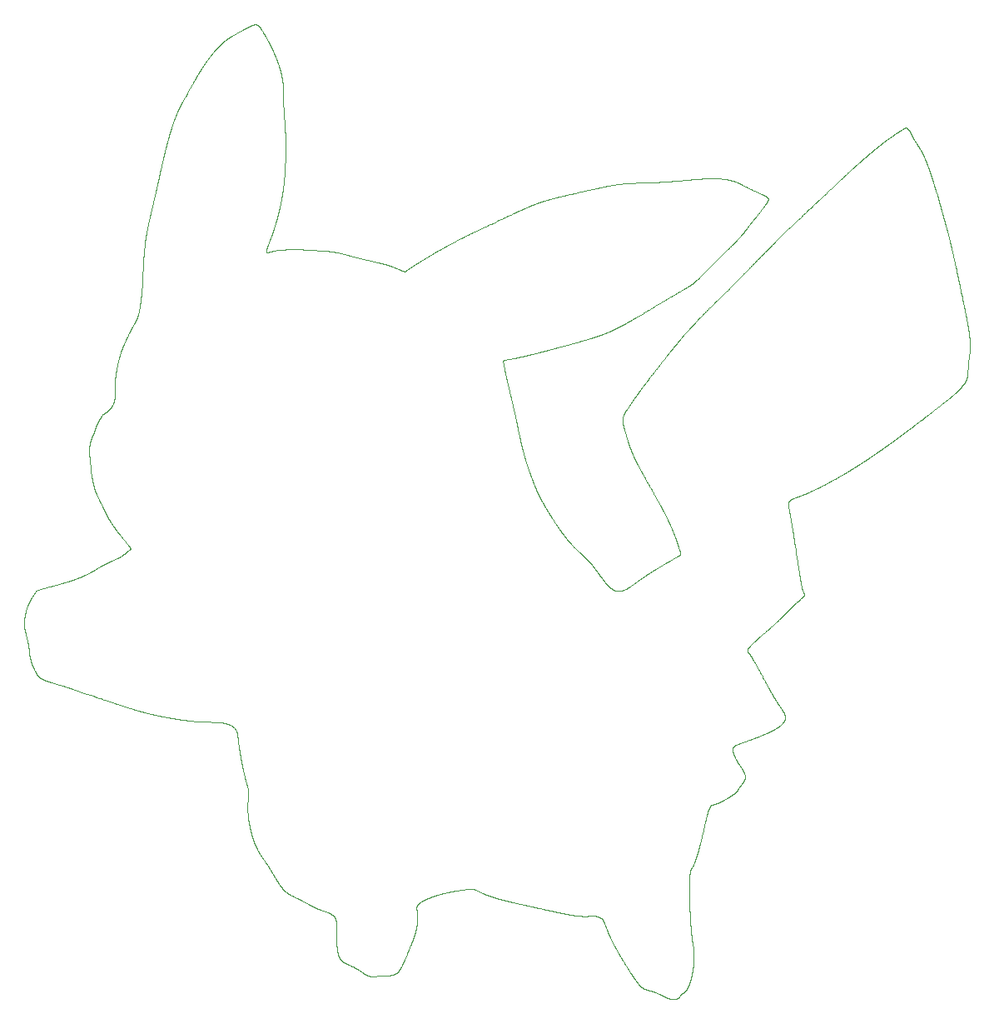
<source format=gbr>
%TF.GenerationSoftware,KiCad,Pcbnew,9.0.2*%
%TF.CreationDate,2025-05-13T19:13:25+05:30*%
%TF.ProjectId,transisted,7472616e-7369-4737-9465-642e6b696361,rev?*%
%TF.SameCoordinates,Original*%
%TF.FileFunction,Profile,NP*%
%FSLAX46Y46*%
G04 Gerber Fmt 4.6, Leading zero omitted, Abs format (unit mm)*
G04 Created by KiCad (PCBNEW 9.0.2) date 2025-05-13 19:13:25*
%MOMM*%
%LPD*%
G01*
G04 APERTURE LIST*
%ADD10C,0.050000*%
G04 APERTURE END LIST*
D10*
X63420000Y-102160000D02*
X63420000Y-102160000D01*
X62380000Y-97100000D02*
X62387549Y-97158852D01*
X62395158Y-97217537D01*
X62402825Y-97276054D01*
X62410550Y-97334402D01*
X62418333Y-97392579D01*
X62426173Y-97450586D01*
X62434070Y-97508421D01*
X62442024Y-97566082D01*
X62450035Y-97623568D01*
X62458101Y-97680879D01*
X62466223Y-97738014D01*
X62474400Y-97794970D01*
X62482632Y-97851747D01*
X62490918Y-97908344D01*
X62499258Y-97964760D01*
X62507651Y-98020992D01*
X62516097Y-98077041D01*
X62524596Y-98132904D01*
X62533147Y-98188580D01*
X62541750Y-98244068D01*
X62550404Y-98299367D01*
X62559108Y-98354475D01*
X62567863Y-98409390D01*
X62576667Y-98464112D01*
X62585520Y-98518639D01*
X62594423Y-98572968D01*
X62603373Y-98627099D01*
X62612371Y-98681031D01*
X62621415Y-98734761D01*
X62630507Y-98788287D01*
X62639644Y-98841609D01*
X62648826Y-98894724D01*
X62658053Y-98947631D01*
X62667324Y-99000328D01*
X62676639Y-99052812D01*
X62685996Y-99105083D01*
X62695396Y-99157138D01*
X62704837Y-99208976D01*
X62714319Y-99260593D01*
X62723840Y-99311989D01*
X62733401Y-99363162D01*
X62743001Y-99414108D01*
X62752639Y-99464826D01*
X62762314Y-99515313D01*
X62772025Y-99565568D01*
X62781771Y-99615588D01*
X62791552Y-99665370D01*
X62801367Y-99714912D01*
X62811215Y-99764212D01*
X62821094Y-99813266D01*
X62831005Y-99862073D01*
X62840946Y-99910629D01*
X62850916Y-99958932D01*
X62860914Y-100006978D01*
X62870939Y-100054764D01*
X62880991Y-100102289D01*
X62891067Y-100149547D01*
X62901166Y-100196537D01*
X62911289Y-100243254D01*
X62921433Y-100289696D01*
X62931596Y-100335858D01*
X62941779Y-100381737D01*
X62951979Y-100427329D01*
X62962195Y-100472630D01*
X62972426Y-100517636D01*
X62982670Y-100562342D01*
X62992926Y-100606745D01*
X63003191Y-100650840D01*
X63013466Y-100694622D01*
X63023746Y-100738086D01*
X63034032Y-100781227D01*
X63044321Y-100824039D01*
X63054610Y-100866518D01*
X63064899Y-100908657D01*
X63075185Y-100950451D01*
X63085465Y-100991892D01*
X63095738Y-101032976D01*
X63106001Y-101073694D01*
X63116252Y-101114040D01*
X63126487Y-101154006D01*
X63136704Y-101193584D01*
X63146901Y-101232766D01*
X63157073Y-101271543D01*
X63167219Y-101309906D01*
X63177333Y-101347845D01*
X63187413Y-101385350D01*
X63197455Y-101422410D01*
X63207454Y-101459013D01*
X63217407Y-101495147D01*
X63227308Y-101530798D01*
X63237152Y-101565953D01*
X63246935Y-101600596D01*
X63256649Y-101634710D01*
X63266289Y-101668278D01*
X63275847Y-101701281D01*
X63285317Y-101733697D01*
X63294690Y-101765503D01*
X63303957Y-101796675D01*
X63313107Y-101827184D01*
X63322130Y-101856999D01*
X63331013Y-101886084D01*
X63339742Y-101914401D01*
X63348299Y-101941904D01*
X63356667Y-101968540D01*
X63364824Y-101994249D01*
X63372742Y-102018958D01*
X63380390Y-102042578D01*
X63387728Y-102065000D01*
X63394705Y-102086083D01*
X63401252Y-102105638D01*
X63407271Y-102123398D01*
X63412612Y-102138948D01*
X63417000Y-102151541D01*
X63420000Y-102160000D01*
X60470000Y-95380000D02*
X60483839Y-95382035D01*
X60497609Y-95384081D01*
X60511228Y-95386124D01*
X60524779Y-95388177D01*
X60538184Y-95390229D01*
X60551521Y-95392290D01*
X60564715Y-95394350D01*
X60577842Y-95396419D01*
X60590830Y-95398487D01*
X60603752Y-95400564D01*
X60616536Y-95402640D01*
X60629257Y-95404726D01*
X60641843Y-95406810D01*
X60654367Y-95408903D01*
X60666758Y-95410995D01*
X60679088Y-95413097D01*
X60691289Y-95415198D01*
X60703429Y-95417308D01*
X60715442Y-95419416D01*
X60727396Y-95421535D01*
X60739226Y-95423652D01*
X60750997Y-95425778D01*
X60762647Y-95427903D01*
X60774239Y-95430038D01*
X60785712Y-95432171D01*
X60797128Y-95434315D01*
X60808428Y-95436456D01*
X60819672Y-95438608D01*
X60830802Y-95440758D01*
X60841876Y-95442917D01*
X60852839Y-95445076D01*
X60863747Y-95447244D01*
X60874546Y-95449411D01*
X60885292Y-95451587D01*
X60895930Y-95453762D01*
X60906515Y-95455947D01*
X60916996Y-95458130D01*
X60927424Y-95460324D01*
X60937749Y-95462516D01*
X60948023Y-95464717D01*
X60958196Y-95466918D01*
X60968319Y-95469128D01*
X60978342Y-95471336D01*
X60988316Y-95473555D01*
X60998193Y-95475772D01*
X61008021Y-95477999D01*
X61017753Y-95480225D01*
X61027438Y-95482460D01*
X61037028Y-95484695D01*
X61046572Y-95486939D01*
X61056024Y-95489181D01*
X61065429Y-95491434D01*
X61074744Y-95493685D01*
X61084013Y-95495946D01*
X61093194Y-95498206D01*
X61102329Y-95500475D01*
X61111378Y-95502744D01*
X61120382Y-95505022D01*
X61129302Y-95507299D01*
X61138177Y-95509586D01*
X61146969Y-95511871D01*
X61155717Y-95514167D01*
X61164384Y-95516461D01*
X61173007Y-95518765D01*
X61181551Y-95521068D01*
X61190052Y-95523380D01*
X61198475Y-95525692D01*
X61206856Y-95528013D01*
X61215160Y-95530334D01*
X61223423Y-95532664D01*
X61231609Y-95534993D01*
X61239756Y-95537331D01*
X61247828Y-95539669D01*
X61255860Y-95542017D01*
X61263819Y-95544363D01*
X61271739Y-95546719D01*
X61279587Y-95549075D01*
X61287396Y-95551440D01*
X61295134Y-95553804D01*
X61302835Y-95556178D01*
X61310466Y-95558551D01*
X61318060Y-95560934D01*
X61325586Y-95563316D01*
X61333074Y-95565708D01*
X61340496Y-95568099D01*
X61347881Y-95570499D01*
X61355201Y-95572899D01*
X61362485Y-95575309D01*
X61369704Y-95577718D01*
X61376888Y-95580136D01*
X61384008Y-95582555D01*
X61391094Y-95584982D01*
X61398117Y-95587410D01*
X61405106Y-95589846D01*
X61412033Y-95592283D01*
X61418927Y-95594728D01*
X61425761Y-95597174D01*
X61432560Y-95599629D01*
X61439302Y-95602084D01*
X61446010Y-95604548D01*
X61452660Y-95607012D01*
X61459277Y-95609486D01*
X61465838Y-95611959D01*
X61472366Y-95614442D01*
X61478839Y-95616925D01*
X61485279Y-95619417D01*
X61491665Y-95621910D01*
X61498019Y-95624411D01*
X61504320Y-95626914D01*
X61510590Y-95629425D01*
X61516806Y-95631936D01*
X61522992Y-95634457D01*
X61529127Y-95636978D01*
X61535230Y-95639509D01*
X61541283Y-95642040D01*
X61547306Y-95644580D01*
X61553279Y-95647121D01*
X61559222Y-95649670D01*
X61565117Y-95652221D01*
X61570982Y-95654781D01*
X61576799Y-95657342D01*
X61582586Y-95659911D01*
X61588327Y-95662482D01*
X61594039Y-95665062D01*
X61599705Y-95667642D01*
X61605342Y-95670232D01*
X61610934Y-95672823D01*
X61616498Y-95675423D01*
X61622018Y-95678024D01*
X61627509Y-95680635D01*
X61632957Y-95683246D01*
X61638377Y-95685867D01*
X61643754Y-95688489D01*
X61649104Y-95691120D01*
X61654413Y-95693753D01*
X61659694Y-95696395D01*
X61664934Y-95699038D01*
X61670147Y-95701691D01*
X61675320Y-95704345D01*
X61680466Y-95707008D01*
X61685573Y-95709673D01*
X61690653Y-95712347D01*
X61695695Y-95715024D01*
X61700711Y-95717709D01*
X61705688Y-95720396D01*
X61710640Y-95723092D01*
X61715555Y-95725791D01*
X61720444Y-95728499D01*
X61725296Y-95731209D01*
X61730124Y-95733928D01*
X61734915Y-95736649D01*
X61739681Y-95739380D01*
X61744412Y-95742113D01*
X61749119Y-95744855D01*
X61753790Y-95747601D01*
X61758438Y-95750355D01*
X61763051Y-95753112D01*
X61767640Y-95755878D01*
X61772196Y-95758647D01*
X61776728Y-95761425D01*
X61781228Y-95764207D01*
X61785703Y-95766997D01*
X61790147Y-95769791D01*
X61794567Y-95772594D01*
X61798956Y-95775401D01*
X61803321Y-95778216D01*
X61807656Y-95781035D01*
X61811968Y-95783864D01*
X61816249Y-95786696D01*
X61820508Y-95789537D01*
X61824737Y-95792383D01*
X61828943Y-95795237D01*
X61833120Y-95798096D01*
X61837275Y-95800964D01*
X61841402Y-95803837D01*
X61845506Y-95806718D01*
X61849582Y-95809604D01*
X61853637Y-95812499D01*
X61857664Y-95815400D01*
X61861669Y-95818309D01*
X61865647Y-95821223D01*
X61869604Y-95824146D01*
X61873534Y-95827075D01*
X61877444Y-95830013D01*
X61881327Y-95832956D01*
X61885189Y-95835908D01*
X61889026Y-95838867D01*
X61892842Y-95841834D01*
X61896633Y-95844807D01*
X61900403Y-95847790D01*
X61904149Y-95850778D01*
X61907874Y-95853776D01*
X61911575Y-95856780D01*
X61915256Y-95859793D01*
X61918914Y-95862814D01*
X61922551Y-95865843D01*
X61926166Y-95868879D01*
X61929760Y-95871924D01*
X61933332Y-95874977D01*
X61936884Y-95878039D01*
X61940414Y-95881108D01*
X61943924Y-95884187D01*
X61947413Y-95887273D01*
X61950882Y-95890369D01*
X61954330Y-95893472D01*
X61957758Y-95896585D01*
X61961166Y-95899706D01*
X61964554Y-95902837D01*
X61967923Y-95905976D01*
X61971271Y-95909124D01*
X61974601Y-95912282D01*
X61977911Y-95915448D01*
X61981202Y-95918624D01*
X61984473Y-95921810D01*
X61987726Y-95925005D01*
X61990960Y-95928209D01*
X61994176Y-95931423D01*
X61997373Y-95934646D01*
X62000551Y-95937880D01*
X62003711Y-95941123D01*
X62006854Y-95944377D01*
X62009977Y-95947640D01*
X62013084Y-95950915D01*
X62016172Y-95954198D01*
X62019243Y-95957493D01*
X62022296Y-95960798D01*
X62028350Y-95967439D01*
X62034335Y-95974124D01*
X62040253Y-95980853D01*
X62046104Y-95987627D01*
X62051889Y-95994447D01*
X62057609Y-96001314D01*
X62063264Y-96008228D01*
X62068856Y-96015191D01*
X62074386Y-96022203D01*
X62079853Y-96029266D01*
X62085260Y-96036381D01*
X62090606Y-96043548D01*
X62095893Y-96050769D01*
X62101121Y-96058045D01*
X62106291Y-96065378D01*
X62111403Y-96072767D01*
X62116459Y-96080215D01*
X62121459Y-96087723D01*
X62126403Y-96095292D01*
X62131293Y-96102923D01*
X62136129Y-96110617D01*
X62140911Y-96118377D01*
X62145640Y-96126203D01*
X62150317Y-96134098D01*
X62154942Y-96142061D01*
X62159516Y-96150096D01*
X62164040Y-96158203D01*
X62168513Y-96166385D01*
X62172937Y-96174642D01*
X62177311Y-96182977D01*
X62181638Y-96191392D01*
X62185916Y-96199888D01*
X62190146Y-96208467D01*
X62194330Y-96217131D01*
X62198466Y-96225882D01*
X62202557Y-96234722D01*
X62206602Y-96243654D01*
X62210601Y-96252680D01*
X62214556Y-96261801D01*
X62218466Y-96271021D01*
X62222332Y-96280341D01*
X62226154Y-96289764D01*
X62229933Y-96299294D01*
X62233669Y-96308932D01*
X62237362Y-96318681D01*
X62241014Y-96328545D01*
X62244624Y-96338526D01*
X62248192Y-96348627D01*
X62251719Y-96358852D01*
X62255206Y-96369205D01*
X62258652Y-96379688D01*
X62262059Y-96390305D01*
X62265425Y-96401061D01*
X62268753Y-96411959D01*
X62272042Y-96423003D01*
X62275292Y-96434198D01*
X62278505Y-96445549D01*
X62281680Y-96457060D01*
X62284817Y-96468736D01*
X62287918Y-96480582D01*
X62290982Y-96492605D01*
X62294010Y-96504810D01*
X62297003Y-96517203D01*
X62299960Y-96529790D01*
X62302883Y-96542579D01*
X62305771Y-96555577D01*
X62308626Y-96568791D01*
X62311448Y-96582230D01*
X62314238Y-96595902D01*
X62316995Y-96609817D01*
X62319721Y-96623985D01*
X62322417Y-96638416D01*
X62325082Y-96653121D01*
X62327719Y-96668114D01*
X62330328Y-96683407D01*
X62332909Y-96699014D01*
X62335464Y-96714951D01*
X62337994Y-96731235D01*
X62340500Y-96747884D01*
X62342983Y-96764918D01*
X62345446Y-96782360D01*
X62347889Y-96800234D01*
X62350314Y-96818566D01*
X62352724Y-96837388D01*
X62355121Y-96856732D01*
X62357507Y-96876638D01*
X62359885Y-96897149D01*
X62362260Y-96918314D01*
X62364635Y-96940191D01*
X62367014Y-96962848D01*
X62369404Y-96986363D01*
X62371811Y-97010831D01*
X62374244Y-97036367D01*
X62376714Y-97063114D01*
X62379232Y-97091251D01*
X62380000Y-97100000D01*
X55370000Y-94930000D02*
X55404967Y-94936089D01*
X55439721Y-94942120D01*
X55474100Y-94948066D01*
X55508270Y-94953955D01*
X55542076Y-94959762D01*
X55575678Y-94965513D01*
X55608927Y-94971184D01*
X55641977Y-94976800D01*
X55674683Y-94982337D01*
X55707195Y-94987821D01*
X55739374Y-94993229D01*
X55771362Y-94998585D01*
X55803028Y-95003866D01*
X55834506Y-95009096D01*
X55865672Y-95014253D01*
X55896655Y-95019360D01*
X55927334Y-95024397D01*
X55957835Y-95029384D01*
X55988041Y-95034302D01*
X56018073Y-95039172D01*
X56047819Y-95043976D01*
X56077394Y-95048731D01*
X56106692Y-95053422D01*
X56135823Y-95058066D01*
X56164685Y-95062646D01*
X56193384Y-95067181D01*
X56221822Y-95071654D01*
X56250101Y-95076081D01*
X56278128Y-95080449D01*
X56305998Y-95084773D01*
X56333623Y-95089038D01*
X56361096Y-95093259D01*
X56388332Y-95097424D01*
X56415419Y-95101546D01*
X56442277Y-95105612D01*
X56468988Y-95109637D01*
X56495477Y-95113607D01*
X56521824Y-95117536D01*
X56547956Y-95121413D01*
X56573948Y-95125249D01*
X56599732Y-95129034D01*
X56625380Y-95132779D01*
X56650827Y-95136474D01*
X56676141Y-95140130D01*
X56701261Y-95143737D01*
X56726250Y-95147306D01*
X56751052Y-95150827D01*
X56775726Y-95154311D01*
X56800220Y-95157748D01*
X56824589Y-95161148D01*
X56848784Y-95164504D01*
X56872856Y-95167822D01*
X56896761Y-95171097D01*
X56920547Y-95174336D01*
X56944171Y-95177532D01*
X56967679Y-95180692D01*
X56991031Y-95183812D01*
X57014270Y-95186896D01*
X57037359Y-95189940D01*
X57060337Y-95192949D01*
X57083171Y-95195920D01*
X57105897Y-95198856D01*
X57128486Y-95201754D01*
X57150968Y-95204619D01*
X57173319Y-95207446D01*
X57195567Y-95210241D01*
X57217689Y-95212999D01*
X57239709Y-95215725D01*
X57261610Y-95218416D01*
X57283412Y-95221074D01*
X57305100Y-95223699D01*
X57326691Y-95226291D01*
X57348174Y-95228851D01*
X57369563Y-95231379D01*
X57390850Y-95233875D01*
X57412044Y-95236341D01*
X57433141Y-95238774D01*
X57454149Y-95241178D01*
X57475066Y-95243551D01*
X57495894Y-95245894D01*
X57516638Y-95248207D01*
X57537296Y-95250490D01*
X57557875Y-95252745D01*
X57578370Y-95254970D01*
X57598791Y-95257168D01*
X57619131Y-95259336D01*
X57639402Y-95261477D01*
X57659595Y-95263590D01*
X57679725Y-95265676D01*
X57699778Y-95267735D01*
X57719774Y-95269767D01*
X57739695Y-95271771D01*
X57759566Y-95273751D01*
X57779363Y-95275703D01*
X57799116Y-95277631D01*
X57818797Y-95279531D01*
X57838440Y-95281408D01*
X57858013Y-95283259D01*
X57897028Y-95286887D01*
X57935857Y-95290418D01*
X57974518Y-95293853D01*
X58013026Y-95297195D01*
X58051400Y-95300446D01*
X58089657Y-95303607D01*
X58127814Y-95306679D01*
X58165890Y-95309665D01*
X58203904Y-95312567D01*
X58241875Y-95315385D01*
X58279822Y-95318122D01*
X58317768Y-95320779D01*
X58355732Y-95323357D01*
X58393738Y-95325858D01*
X58431808Y-95328284D01*
X58469968Y-95330636D01*
X58508243Y-95332915D01*
X58546660Y-95335123D01*
X58585247Y-95337261D01*
X58624037Y-95339331D01*
X58663060Y-95341333D01*
X58702352Y-95343270D01*
X58741950Y-95345142D01*
X58781896Y-95346951D01*
X58822232Y-95348698D01*
X58863007Y-95350385D01*
X58904274Y-95352012D01*
X58946091Y-95353582D01*
X58988522Y-95355095D01*
X59031639Y-95356554D01*
X59075523Y-95357959D01*
X59120266Y-95359312D01*
X59165974Y-95360615D01*
X59212768Y-95361870D01*
X59260789Y-95363078D01*
X59310207Y-95364243D01*
X59361222Y-95365366D01*
X59414082Y-95366451D01*
X59469091Y-95367502D01*
X59526642Y-95368522D01*
X59587246Y-95369518D01*
X59651605Y-95370498D01*
X59720719Y-95371472D01*
X59796121Y-95372458D01*
X59880398Y-95373484D01*
X59978648Y-95374606D01*
X60104398Y-95375973D01*
X60155727Y-95376521D01*
X60310483Y-95378188D01*
X60389614Y-95379070D01*
X60470000Y-95380000D01*
X46100000Y-92210000D02*
X46499650Y-92344199D01*
X46976686Y-92504444D01*
X47422555Y-92654219D01*
X47637451Y-92726384D01*
X47847147Y-92796775D01*
X48051758Y-92865421D01*
X48251404Y-92932355D01*
X48446203Y-92997605D01*
X48636272Y-93061204D01*
X48729569Y-93092393D01*
X48821729Y-93123181D01*
X48912765Y-93153571D01*
X49002692Y-93183567D01*
X49091525Y-93213173D01*
X49179279Y-93242393D01*
X49265969Y-93271231D01*
X49351609Y-93299689D01*
X49436214Y-93327773D01*
X49519798Y-93355487D01*
X49602377Y-93382833D01*
X49683965Y-93409815D01*
X49764577Y-93436438D01*
X49844228Y-93462706D01*
X49922932Y-93488622D01*
X50000704Y-93514189D01*
X50077559Y-93539413D01*
X50153512Y-93564296D01*
X50228577Y-93588843D01*
X50302769Y-93613057D01*
X50376104Y-93636942D01*
X50448594Y-93660502D01*
X50520256Y-93683740D01*
X50591104Y-93706662D01*
X50661153Y-93729270D01*
X50730418Y-93751568D01*
X50798913Y-93773560D01*
X50866652Y-93795249D01*
X50933652Y-93816641D01*
X50999926Y-93837738D01*
X51065489Y-93858545D01*
X51130357Y-93879064D01*
X51194543Y-93899301D01*
X51258062Y-93919259D01*
X51320930Y-93938941D01*
X51383160Y-93958351D01*
X51444769Y-93977494D01*
X51505770Y-93996373D01*
X51566177Y-94014992D01*
X51626007Y-94033355D01*
X51685274Y-94051466D01*
X51743992Y-94069327D01*
X51802176Y-94086944D01*
X51831072Y-94095662D01*
X51859840Y-94104321D01*
X51888483Y-94112920D01*
X51917001Y-94121460D01*
X51945396Y-94129941D01*
X51973672Y-94138365D01*
X52001828Y-94146732D01*
X52029867Y-94155042D01*
X52057792Y-94163295D01*
X52085603Y-94171492D01*
X52113303Y-94179634D01*
X52140893Y-94187721D01*
X52168376Y-94195753D01*
X52195753Y-94203732D01*
X52223026Y-94211657D01*
X52250196Y-94219529D01*
X52277267Y-94227348D01*
X52304239Y-94235115D01*
X52331114Y-94242830D01*
X52357895Y-94250495D01*
X52384582Y-94258108D01*
X52411179Y-94265672D01*
X52437686Y-94273186D01*
X52464106Y-94280650D01*
X52490440Y-94288066D01*
X52516691Y-94295433D01*
X52542859Y-94302753D01*
X52568948Y-94310025D01*
X52594959Y-94317251D01*
X52620893Y-94324430D01*
X52646752Y-94331563D01*
X52672539Y-94338651D01*
X52698255Y-94345694D01*
X52723902Y-94352692D01*
X52749482Y-94359647D01*
X52774997Y-94366557D01*
X52800448Y-94373425D01*
X52825838Y-94380251D01*
X52851168Y-94387034D01*
X52876440Y-94393776D01*
X52901655Y-94400476D01*
X52926817Y-94407136D01*
X52951926Y-94413756D01*
X52976985Y-94420336D01*
X53001995Y-94426877D01*
X53026958Y-94433379D01*
X53051876Y-94439843D01*
X53076751Y-94446269D01*
X53101584Y-94452658D01*
X53126378Y-94459010D01*
X53151134Y-94465326D01*
X53175855Y-94471606D01*
X53200541Y-94477851D01*
X53225196Y-94484060D01*
X53249820Y-94490235D01*
X53274415Y-94496377D01*
X53298984Y-94502484D01*
X53323529Y-94508559D01*
X53348050Y-94514601D01*
X53372550Y-94520612D01*
X53397031Y-94526590D01*
X53421495Y-94532538D01*
X53445943Y-94538455D01*
X53470377Y-94544342D01*
X53494800Y-94550199D01*
X53519212Y-94556027D01*
X53543616Y-94561827D01*
X53568014Y-94567598D01*
X53592408Y-94573342D01*
X53616799Y-94579058D01*
X53641189Y-94584747D01*
X53665580Y-94590411D01*
X53689973Y-94596048D01*
X53714372Y-94601660D01*
X53738777Y-94607247D01*
X53763191Y-94612810D01*
X53787615Y-94618349D01*
X53812050Y-94623864D01*
X53836500Y-94629357D01*
X53860966Y-94634827D01*
X53885449Y-94640275D01*
X53909952Y-94645701D01*
X53934476Y-94651107D01*
X53959023Y-94656492D01*
X53983595Y-94661857D01*
X54008194Y-94667202D01*
X54032821Y-94672528D01*
X54057479Y-94677836D01*
X54082170Y-94683125D01*
X54106894Y-94688396D01*
X54131655Y-94693651D01*
X54156453Y-94698889D01*
X54181292Y-94704110D01*
X54206172Y-94709316D01*
X54231095Y-94714506D01*
X54256063Y-94719682D01*
X54281079Y-94724843D01*
X54306143Y-94729990D01*
X54331258Y-94735124D01*
X54356426Y-94740245D01*
X54381649Y-94745354D01*
X54406927Y-94750450D01*
X54432264Y-94755535D01*
X54457661Y-94760609D01*
X54483120Y-94765673D01*
X54508642Y-94770727D01*
X54534230Y-94775771D01*
X54559885Y-94780806D01*
X54585609Y-94785832D01*
X54611405Y-94790850D01*
X54637273Y-94795861D01*
X54663216Y-94800864D01*
X54689236Y-94805861D01*
X54715334Y-94810851D01*
X54741512Y-94815836D01*
X54767772Y-94820816D01*
X54794116Y-94825790D01*
X54820547Y-94830761D01*
X54873671Y-94840690D01*
X54927162Y-94850609D01*
X54981032Y-94860519D01*
X55035296Y-94870426D01*
X55089971Y-94880333D01*
X55145069Y-94890243D01*
X55200607Y-94900161D01*
X55256598Y-94910091D01*
X55313057Y-94920036D01*
X55370000Y-94930000D01*
X41930000Y-82000000D02*
X41930000Y-82000000D01*
X40810000Y-84160000D02*
X40812667Y-84146210D01*
X40815431Y-84132342D01*
X40818292Y-84118396D01*
X40821250Y-84104371D01*
X40824306Y-84090268D01*
X40827462Y-84076085D01*
X40830717Y-84061823D01*
X40834072Y-84047480D01*
X40837528Y-84033058D01*
X40841085Y-84018555D01*
X40844744Y-84003971D01*
X40848506Y-83989305D01*
X40852371Y-83974559D01*
X40856341Y-83959731D01*
X40860414Y-83944820D01*
X40864593Y-83929828D01*
X40868878Y-83914753D01*
X40873270Y-83899595D01*
X40877768Y-83884354D01*
X40882374Y-83869030D01*
X40887089Y-83853622D01*
X40891913Y-83838131D01*
X40896846Y-83822556D01*
X40901890Y-83806896D01*
X40907045Y-83791153D01*
X40912311Y-83775325D01*
X40917690Y-83759412D01*
X40923181Y-83743415D01*
X40928786Y-83727332D01*
X40934506Y-83711165D01*
X40940339Y-83694913D01*
X40946289Y-83678575D01*
X40952354Y-83662152D01*
X40958535Y-83645644D01*
X40964834Y-83629050D01*
X40971251Y-83612371D01*
X40977785Y-83595607D01*
X40984439Y-83578757D01*
X40991212Y-83561822D01*
X40998105Y-83544801D01*
X41005119Y-83527695D01*
X41012254Y-83510504D01*
X41019510Y-83493228D01*
X41026889Y-83475867D01*
X41034390Y-83458421D01*
X41042014Y-83440890D01*
X41049762Y-83423275D01*
X41057634Y-83405576D01*
X41065631Y-83387793D01*
X41073752Y-83369926D01*
X41081999Y-83351976D01*
X41090372Y-83333943D01*
X41098870Y-83315827D01*
X41107496Y-83297630D01*
X41116248Y-83279350D01*
X41125127Y-83260990D01*
X41134133Y-83242549D01*
X41143268Y-83224028D01*
X41152530Y-83205427D01*
X41161920Y-83186748D01*
X41171439Y-83167991D01*
X41181086Y-83149156D01*
X41190862Y-83130245D01*
X41200766Y-83111259D01*
X41210798Y-83092198D01*
X41220960Y-83073064D01*
X41231250Y-83053857D01*
X41241668Y-83034579D01*
X41252214Y-83015230D01*
X41262889Y-82995813D01*
X41273691Y-82976329D01*
X41284621Y-82956778D01*
X41295678Y-82937163D01*
X41306861Y-82917485D01*
X41318170Y-82897747D01*
X41329605Y-82877949D01*
X41341164Y-82858094D01*
X41352847Y-82838184D01*
X41364653Y-82818221D01*
X41376582Y-82798208D01*
X41388630Y-82778147D01*
X41400799Y-82758041D01*
X41413086Y-82737892D01*
X41425489Y-82717704D01*
X41438008Y-82697480D01*
X41450640Y-82677224D01*
X41463384Y-82656939D01*
X41476236Y-82636628D01*
X41489195Y-82616297D01*
X41502258Y-82595950D01*
X41515423Y-82575591D01*
X41528686Y-82555225D01*
X41542044Y-82534859D01*
X41555492Y-82514498D01*
X41569028Y-82494149D01*
X41582646Y-82473817D01*
X41596341Y-82453512D01*
X41610109Y-82433240D01*
X41623943Y-82413010D01*
X41637837Y-82392833D01*
X41651784Y-82372717D01*
X41665775Y-82352675D01*
X41679802Y-82332718D01*
X41693855Y-82312860D01*
X41707923Y-82293117D01*
X41721994Y-82273503D01*
X41736054Y-82254038D01*
X41750089Y-82234742D01*
X41764079Y-82215639D01*
X41778006Y-82196753D01*
X41791845Y-82178116D01*
X41805570Y-82159762D01*
X41819150Y-82141730D01*
X41832546Y-82124068D01*
X41845715Y-82106833D01*
X41858598Y-82090094D01*
X41871128Y-82073937D01*
X41883213Y-82058475D01*
X41894730Y-82043856D01*
X41905505Y-82030292D01*
X41915268Y-82018112D01*
X41923537Y-82007894D01*
X41930000Y-82000000D01*
X40900000Y-86800000D02*
X40893526Y-86775010D01*
X40887140Y-86750282D01*
X40880969Y-86726303D01*
X40874882Y-86702571D01*
X40868994Y-86679534D01*
X40863187Y-86656730D01*
X40857564Y-86634571D01*
X40852019Y-86612633D01*
X40846646Y-86591296D01*
X40841347Y-86570169D01*
X40836209Y-86549603D01*
X40831142Y-86529236D01*
X40826227Y-86509394D01*
X40821379Y-86489741D01*
X40816673Y-86470581D01*
X40812032Y-86451601D01*
X40807525Y-86433083D01*
X40803080Y-86414737D01*
X40798761Y-86396825D01*
X40794503Y-86379078D01*
X40790364Y-86361740D01*
X40786282Y-86344559D01*
X40782313Y-86327764D01*
X40778401Y-86311119D01*
X40774594Y-86294839D01*
X40770842Y-86278702D01*
X40767191Y-86262910D01*
X40763592Y-86247256D01*
X40760088Y-86231928D01*
X40756636Y-86216731D01*
X40753274Y-86201844D01*
X40749961Y-86187083D01*
X40746735Y-86172616D01*
X40743557Y-86158270D01*
X40740460Y-86144202D01*
X40737410Y-86130250D01*
X40734438Y-86116563D01*
X40731511Y-86102988D01*
X40728659Y-86089664D01*
X40725850Y-86076447D01*
X40723113Y-86063471D01*
X40720418Y-86050596D01*
X40717791Y-86037950D01*
X40715205Y-86025403D01*
X40712685Y-86013073D01*
X40710204Y-86000838D01*
X40707786Y-85988810D01*
X40705406Y-85976873D01*
X40703087Y-85965134D01*
X40700805Y-85953483D01*
X40698581Y-85942021D01*
X40696393Y-85930643D01*
X40694261Y-85919445D01*
X40692164Y-85908328D01*
X40690120Y-85897383D01*
X40688111Y-85886517D01*
X40686153Y-85875814D01*
X40684229Y-85865187D01*
X40682354Y-85854716D01*
X40680512Y-85844319D01*
X40678717Y-85834070D01*
X40676955Y-85823892D01*
X40675237Y-85813857D01*
X40673552Y-85803889D01*
X40671910Y-85794058D01*
X40670299Y-85784291D01*
X40668730Y-85774655D01*
X40667192Y-85765082D01*
X40665693Y-85755633D01*
X40664225Y-85746245D01*
X40662796Y-85736976D01*
X40661395Y-85727765D01*
X40660033Y-85718667D01*
X40658699Y-85709626D01*
X40657401Y-85700693D01*
X40656131Y-85691815D01*
X40654896Y-85683039D01*
X40653689Y-85674316D01*
X40652516Y-85665692D01*
X40651369Y-85657118D01*
X40650256Y-85648637D01*
X40649169Y-85640206D01*
X40648114Y-85631864D01*
X40647085Y-85623569D01*
X40646086Y-85615358D01*
X40645113Y-85607194D01*
X40644170Y-85599109D01*
X40643253Y-85591069D01*
X40642364Y-85583106D01*
X40641500Y-85575184D01*
X40640664Y-85567336D01*
X40639852Y-85559528D01*
X40639068Y-85551789D01*
X40638308Y-85544089D01*
X40637574Y-85536454D01*
X40636864Y-85528857D01*
X40636180Y-85521321D01*
X40635519Y-85513823D01*
X40634884Y-85506381D01*
X40634271Y-85498975D01*
X40633683Y-85491623D01*
X40633118Y-85484306D01*
X40632577Y-85477038D01*
X40632058Y-85469804D01*
X40631563Y-85462617D01*
X40631090Y-85455461D01*
X40630640Y-85448349D01*
X40630211Y-85441268D01*
X40629805Y-85434227D01*
X40629421Y-85427216D01*
X40629059Y-85420241D01*
X40628719Y-85413295D01*
X40628400Y-85406383D01*
X40628102Y-85399498D01*
X40627826Y-85392643D01*
X40627570Y-85385815D01*
X40627336Y-85379014D01*
X40627122Y-85372237D01*
X40626930Y-85365486D01*
X40626758Y-85358758D01*
X40626606Y-85352051D01*
X40626475Y-85345366D01*
X40626364Y-85338700D01*
X40626273Y-85332055D01*
X40626203Y-85325425D01*
X40626153Y-85318816D01*
X40626113Y-85305640D01*
X40626152Y-85292518D01*
X40626271Y-85279442D01*
X40626470Y-85266403D01*
X40626748Y-85253392D01*
X40627105Y-85240400D01*
X40627541Y-85227418D01*
X40628057Y-85214435D01*
X40628654Y-85201442D01*
X40629331Y-85188429D01*
X40630090Y-85175385D01*
X40630930Y-85162299D01*
X40631854Y-85149160D01*
X40632863Y-85135956D01*
X40633957Y-85122674D01*
X40635139Y-85109300D01*
X40636410Y-85095820D01*
X40637773Y-85082220D01*
X40639229Y-85068482D01*
X40640782Y-85054590D01*
X40642434Y-85040523D01*
X40644189Y-85026263D01*
X40646051Y-85011785D01*
X40648025Y-84997065D01*
X40650115Y-84982075D01*
X40652327Y-84966785D01*
X40654667Y-84951161D01*
X40657144Y-84935162D01*
X40659767Y-84918744D01*
X40662545Y-84901855D01*
X40665490Y-84884436D01*
X40668618Y-84866415D01*
X40671945Y-84847706D01*
X40675493Y-84828206D01*
X40679289Y-84807786D01*
X40683367Y-84786279D01*
X40687772Y-84763472D01*
X40692565Y-84739069D01*
X40697832Y-84712653D01*
X40703708Y-84683581D01*
X40710416Y-84650778D01*
X40718396Y-84612127D01*
X40728807Y-84562042D01*
X40733175Y-84541079D01*
X40742041Y-84498509D01*
X40751145Y-84454651D01*
X40760473Y-84409425D01*
X40765218Y-84386275D01*
X40770013Y-84362752D01*
X40774857Y-84338849D01*
X40779748Y-84314553D01*
X40784686Y-84289856D01*
X40789668Y-84264748D01*
X40794691Y-84239218D01*
X40799756Y-84213257D01*
X40804859Y-84186854D01*
X40810000Y-84160000D01*
X41630000Y-89960000D02*
X41623978Y-89946357D01*
X41618013Y-89932792D01*
X41612118Y-89919338D01*
X41606278Y-89905960D01*
X41600508Y-89892690D01*
X41594792Y-89879496D01*
X41589143Y-89866406D01*
X41583547Y-89853391D01*
X41578018Y-89840477D01*
X41572541Y-89827637D01*
X41567129Y-89814896D01*
X41561769Y-89802227D01*
X41556471Y-89789654D01*
X41551224Y-89777152D01*
X41546039Y-89764744D01*
X41540905Y-89752405D01*
X41535830Y-89740158D01*
X41530805Y-89727979D01*
X41525838Y-89715889D01*
X41520920Y-89703865D01*
X41516059Y-89691928D01*
X41511246Y-89680057D01*
X41506490Y-89668270D01*
X41501780Y-89656546D01*
X41497125Y-89644905D01*
X41492516Y-89633327D01*
X41487961Y-89621828D01*
X41483452Y-89610391D01*
X41478994Y-89599031D01*
X41474582Y-89587732D01*
X41470220Y-89576507D01*
X41465903Y-89565342D01*
X41461635Y-89554250D01*
X41457411Y-89543215D01*
X41453236Y-89532251D01*
X41449103Y-89521344D01*
X41445018Y-89510505D01*
X41440975Y-89499722D01*
X41436977Y-89489004D01*
X41433022Y-89478342D01*
X41429112Y-89467743D01*
X41425242Y-89457198D01*
X41421416Y-89446714D01*
X41417631Y-89436283D01*
X41413889Y-89425910D01*
X41410186Y-89415590D01*
X41406525Y-89405326D01*
X41402903Y-89395113D01*
X41399321Y-89384954D01*
X41395779Y-89374845D01*
X41392275Y-89364788D01*
X41388810Y-89354781D01*
X41385383Y-89344822D01*
X41381994Y-89334912D01*
X41378642Y-89325049D01*
X41375327Y-89315234D01*
X41372048Y-89305463D01*
X41368806Y-89295739D01*
X41365600Y-89286057D01*
X41362429Y-89276421D01*
X41359292Y-89266825D01*
X41356191Y-89257274D01*
X41353124Y-89247760D01*
X41350091Y-89238291D01*
X41347090Y-89228856D01*
X41344125Y-89219465D01*
X41341190Y-89210107D01*
X41338290Y-89200791D01*
X41335420Y-89191505D01*
X41332584Y-89182262D01*
X41329777Y-89173045D01*
X41327003Y-89163870D01*
X41324258Y-89154720D01*
X41321546Y-89145610D01*
X41318861Y-89136523D01*
X41316208Y-89127475D01*
X41313583Y-89118447D01*
X41310989Y-89109458D01*
X41305884Y-89091552D01*
X41300892Y-89073750D01*
X41296009Y-89056045D01*
X41291234Y-89038430D01*
X41286564Y-89020897D01*
X41281995Y-89003439D01*
X41277527Y-88986049D01*
X41273155Y-88968717D01*
X41268878Y-88951435D01*
X41264694Y-88934196D01*
X41260599Y-88916990D01*
X41256592Y-88899808D01*
X41252670Y-88882641D01*
X41248830Y-88865477D01*
X41245070Y-88848307D01*
X41241388Y-88831119D01*
X41237780Y-88813902D01*
X41234245Y-88796642D01*
X41230779Y-88779327D01*
X41227380Y-88761940D01*
X41224045Y-88744468D01*
X41220770Y-88726892D01*
X41217554Y-88709195D01*
X41214393Y-88691356D01*
X41211283Y-88673352D01*
X41208221Y-88655158D01*
X41205202Y-88636747D01*
X41202223Y-88618088D01*
X41199279Y-88599144D01*
X41196364Y-88579875D01*
X41193472Y-88560232D01*
X41190597Y-88540161D01*
X41187731Y-88519595D01*
X41184864Y-88498453D01*
X41181985Y-88476637D01*
X41179080Y-88454020D01*
X41176130Y-88430444D01*
X41173112Y-88405690D01*
X41169991Y-88379458D01*
X41166720Y-88351303D01*
X41163219Y-88320510D01*
X41159347Y-88285790D01*
X41154789Y-88244270D01*
X41149892Y-88199241D01*
X41146318Y-88166352D01*
X41142689Y-88133123D01*
X41138983Y-88099519D01*
X41135179Y-88065503D01*
X41133233Y-88048329D01*
X41131254Y-88031039D01*
X41129240Y-88013628D01*
X41127187Y-87996092D01*
X41125094Y-87978425D01*
X41122957Y-87960625D01*
X41120773Y-87942685D01*
X41118540Y-87924602D01*
X41116255Y-87906371D01*
X41113916Y-87887988D01*
X41111519Y-87869448D01*
X41109062Y-87850747D01*
X41106542Y-87831880D01*
X41103956Y-87812843D01*
X41101303Y-87793631D01*
X41098578Y-87774239D01*
X41095779Y-87754664D01*
X41092904Y-87734900D01*
X41089950Y-87714944D01*
X41086914Y-87694791D01*
X41083793Y-87674435D01*
X41080585Y-87653874D01*
X41077286Y-87633101D01*
X41073895Y-87612114D01*
X41070408Y-87590907D01*
X41066823Y-87569475D01*
X41063136Y-87547815D01*
X41059346Y-87525922D01*
X41055450Y-87503791D01*
X41051444Y-87481418D01*
X41047326Y-87458798D01*
X41043093Y-87435927D01*
X41038743Y-87412800D01*
X41034273Y-87389414D01*
X41029680Y-87365762D01*
X41024961Y-87341842D01*
X41020114Y-87317648D01*
X41015136Y-87293175D01*
X41010024Y-87268421D01*
X41004775Y-87243379D01*
X40999387Y-87218045D01*
X40993858Y-87192416D01*
X40988183Y-87166486D01*
X40982361Y-87140251D01*
X40976389Y-87113706D01*
X40973345Y-87100316D01*
X40970263Y-87086847D01*
X40967143Y-87073299D01*
X40963983Y-87059670D01*
X40960783Y-87045960D01*
X40957543Y-87032170D01*
X40954264Y-87018297D01*
X40950943Y-87004342D01*
X40947582Y-86990304D01*
X40944179Y-86976182D01*
X40940734Y-86961976D01*
X40937248Y-86947686D01*
X40933719Y-86933310D01*
X40930148Y-86918849D01*
X40926534Y-86904301D01*
X40922876Y-86889666D01*
X40919174Y-86874944D01*
X40915429Y-86860133D01*
X40911639Y-86845234D01*
X40907805Y-86830246D01*
X40903925Y-86815168D01*
X40900000Y-86800000D01*
X46100000Y-92210000D02*
X46053303Y-92192906D01*
X46006731Y-92175942D01*
X45960281Y-92159107D01*
X45913949Y-92142399D01*
X45867729Y-92125817D01*
X45821617Y-92109357D01*
X45775608Y-92093019D01*
X45729697Y-92076799D01*
X45683879Y-92060696D01*
X45638146Y-92044708D01*
X45592493Y-92028831D01*
X45546914Y-92013065D01*
X45501400Y-91997404D01*
X45455945Y-91981848D01*
X45410540Y-91966393D01*
X45365176Y-91951035D01*
X45319844Y-91935772D01*
X45274534Y-91920600D01*
X45229235Y-91905516D01*
X45183934Y-91890514D01*
X45138619Y-91875591D01*
X45093276Y-91860741D01*
X45047888Y-91845961D01*
X45002439Y-91831243D01*
X44956909Y-91816583D01*
X44911277Y-91801973D01*
X44865521Y-91787406D01*
X44819613Y-91772874D01*
X44773524Y-91758367D01*
X44727221Y-91743875D01*
X44680663Y-91729387D01*
X44633808Y-91714888D01*
X44586604Y-91700364D01*
X44538990Y-91685796D01*
X44490895Y-91671162D01*
X44442233Y-91656438D01*
X44392898Y-91641593D01*
X44342761Y-91626588D01*
X44291657Y-91611375D01*
X44239374Y-91595892D01*
X44185625Y-91580056D01*
X44130016Y-91563752D01*
X44071965Y-91546812D01*
X44010562Y-91528974D01*
X43944224Y-91509779D01*
X43869695Y-91488290D01*
X43777688Y-91461831D01*
X43755936Y-91455581D01*
X43696706Y-91438558D01*
X43638739Y-91421877D01*
X43582013Y-91405514D01*
X43526508Y-91389440D01*
X43499207Y-91381503D01*
X43472203Y-91373629D01*
X43445493Y-91365815D01*
X43419076Y-91358056D01*
X43392948Y-91350351D01*
X43367106Y-91342695D01*
X43341548Y-91335084D01*
X43316272Y-91327517D01*
X43291274Y-91319990D01*
X43266553Y-91312498D01*
X43242105Y-91305040D01*
X43217928Y-91297612D01*
X43194018Y-91290209D01*
X43170375Y-91282830D01*
X43146994Y-91275471D01*
X43123873Y-91268129D01*
X43101010Y-91260799D01*
X43078402Y-91253480D01*
X43056046Y-91246167D01*
X43033940Y-91238858D01*
X43012081Y-91231549D01*
X43001243Y-91227893D01*
X42990466Y-91224236D01*
X42979750Y-91220578D01*
X42969093Y-91216918D01*
X42958496Y-91213255D01*
X42947959Y-91209589D01*
X42937481Y-91205920D01*
X42927061Y-91202247D01*
X42916700Y-91198570D01*
X42906397Y-91194889D01*
X42896152Y-91191203D01*
X42885964Y-91187511D01*
X42875834Y-91183814D01*
X42865760Y-91180111D01*
X42855743Y-91176401D01*
X42845782Y-91172684D01*
X42835876Y-91168960D01*
X42826026Y-91165227D01*
X42816232Y-91161487D01*
X42806492Y-91157738D01*
X42796806Y-91153980D01*
X42787175Y-91150213D01*
X42777597Y-91146436D01*
X42768073Y-91142648D01*
X42758602Y-91138850D01*
X42749184Y-91135041D01*
X42739819Y-91131220D01*
X42730505Y-91127387D01*
X42721244Y-91123543D01*
X42712034Y-91119685D01*
X42702875Y-91115814D01*
X42693767Y-91111930D01*
X42684709Y-91108031D01*
X42675702Y-91104119D01*
X42666744Y-91100191D01*
X42657836Y-91096248D01*
X42648978Y-91092290D01*
X42640168Y-91088316D01*
X42631406Y-91084325D01*
X42622693Y-91080318D01*
X42614028Y-91076293D01*
X42605410Y-91072250D01*
X42596839Y-91068190D01*
X42588315Y-91064111D01*
X42579838Y-91060013D01*
X42571407Y-91055895D01*
X42563022Y-91051758D01*
X42554683Y-91047601D01*
X42546388Y-91043424D01*
X42538139Y-91039225D01*
X42529934Y-91035005D01*
X42521773Y-91030763D01*
X42513657Y-91026499D01*
X42505583Y-91022213D01*
X42497553Y-91017903D01*
X42489566Y-91013570D01*
X42481622Y-91009213D01*
X42473720Y-91004832D01*
X42465859Y-91000427D01*
X42458041Y-90995996D01*
X42450263Y-90991540D01*
X42442527Y-90987057D01*
X42434831Y-90982549D01*
X42427175Y-90978014D01*
X42419560Y-90973452D01*
X42411983Y-90968862D01*
X42404447Y-90964244D01*
X42396949Y-90959598D01*
X42389489Y-90954923D01*
X42382068Y-90950219D01*
X42374685Y-90945485D01*
X42367340Y-90940721D01*
X42360032Y-90935927D01*
X42352761Y-90931102D01*
X42345526Y-90926246D01*
X42338328Y-90921358D01*
X42331166Y-90916438D01*
X42324039Y-90911486D01*
X42316948Y-90906501D01*
X42309891Y-90901482D01*
X42302870Y-90896430D01*
X42295882Y-90891344D01*
X42288929Y-90886223D01*
X42282009Y-90881067D01*
X42275123Y-90875876D01*
X42268269Y-90870649D01*
X42261448Y-90865386D01*
X42254660Y-90860086D01*
X42247904Y-90854749D01*
X42241179Y-90849375D01*
X42234485Y-90843963D01*
X42227823Y-90838513D01*
X42221191Y-90833024D01*
X42214590Y-90827496D01*
X42208018Y-90821929D01*
X42201477Y-90816322D01*
X42194965Y-90810674D01*
X42188481Y-90804986D01*
X42182027Y-90799257D01*
X42175600Y-90793486D01*
X42169202Y-90787673D01*
X42162832Y-90781818D01*
X42156489Y-90775920D01*
X42150173Y-90769979D01*
X42143883Y-90763995D01*
X42137620Y-90757966D01*
X42131383Y-90751893D01*
X42125172Y-90745775D01*
X42118986Y-90739612D01*
X42112826Y-90733403D01*
X42106690Y-90727149D01*
X42100578Y-90720847D01*
X42094491Y-90714499D01*
X42088427Y-90708104D01*
X42082387Y-90701661D01*
X42076369Y-90695170D01*
X42070375Y-90688630D01*
X42064403Y-90682042D01*
X42058453Y-90675404D01*
X42052524Y-90668716D01*
X42046617Y-90661978D01*
X42040732Y-90655190D01*
X42034867Y-90648350D01*
X42029022Y-90641460D01*
X42023198Y-90634517D01*
X42017393Y-90627522D01*
X42011608Y-90620475D01*
X42005842Y-90613374D01*
X42000094Y-90606220D01*
X41994366Y-90599012D01*
X41988655Y-90591750D01*
X41982962Y-90584434D01*
X41977286Y-90577062D01*
X41971628Y-90569634D01*
X41965986Y-90562151D01*
X41960361Y-90554611D01*
X41954752Y-90547015D01*
X41949159Y-90539362D01*
X41943581Y-90531651D01*
X41938019Y-90523881D01*
X41932471Y-90516054D01*
X41926938Y-90508168D01*
X41921419Y-90500222D01*
X41915914Y-90492217D01*
X41910422Y-90484152D01*
X41904943Y-90476027D01*
X41899478Y-90467840D01*
X41894024Y-90459592D01*
X41888583Y-90451283D01*
X41883154Y-90442912D01*
X41877736Y-90434478D01*
X41872330Y-90425981D01*
X41866934Y-90417421D01*
X41861549Y-90408797D01*
X41856174Y-90400109D01*
X41850809Y-90391356D01*
X41845453Y-90382538D01*
X41840107Y-90373655D01*
X41834769Y-90364706D01*
X41829440Y-90355691D01*
X41824120Y-90346610D01*
X41818807Y-90337461D01*
X41813501Y-90328245D01*
X41808203Y-90318961D01*
X41802912Y-90309609D01*
X41797627Y-90300188D01*
X41792349Y-90290698D01*
X41787076Y-90281139D01*
X41781809Y-90271509D01*
X41776547Y-90261810D01*
X41771290Y-90252039D01*
X41766038Y-90242198D01*
X41760790Y-90232285D01*
X41755546Y-90222300D01*
X41750305Y-90212242D01*
X41745068Y-90202112D01*
X41739834Y-90191909D01*
X41734602Y-90181632D01*
X41729372Y-90171281D01*
X41724145Y-90160855D01*
X41718919Y-90150355D01*
X41713694Y-90139779D01*
X41708470Y-90129128D01*
X41703247Y-90118401D01*
X41698024Y-90107597D01*
X41692801Y-90096716D01*
X41687577Y-90085758D01*
X41682353Y-90074723D01*
X41677128Y-90063609D01*
X41671902Y-90052416D01*
X41666673Y-90041145D01*
X41661443Y-90029794D01*
X41656210Y-90018364D01*
X41650975Y-90006853D01*
X41645737Y-89995262D01*
X41640495Y-89983589D01*
X41635249Y-89971836D01*
X41630000Y-89960000D01*
X63750000Y-106690000D02*
X63744492Y-106668758D01*
X63739034Y-106647631D01*
X63733656Y-106626736D01*
X63728329Y-106605953D01*
X63723079Y-106585394D01*
X63717878Y-106564945D01*
X63712753Y-106544713D01*
X63707676Y-106524588D01*
X63702672Y-106504673D01*
X63697715Y-106484862D01*
X63692830Y-106465256D01*
X63687991Y-106445751D01*
X63683221Y-106426444D01*
X63678497Y-106407236D01*
X63673840Y-106388219D01*
X63669228Y-106369299D01*
X63664681Y-106350565D01*
X63660178Y-106331925D01*
X63655739Y-106313464D01*
X63651343Y-106295096D01*
X63647009Y-106276902D01*
X63642717Y-106258798D01*
X63638485Y-106240862D01*
X63634295Y-106223014D01*
X63630164Y-106205330D01*
X63626073Y-106187731D01*
X63622039Y-106170290D01*
X63618046Y-106152933D01*
X63614108Y-106135728D01*
X63610209Y-106118606D01*
X63606365Y-106101631D01*
X63602559Y-106084737D01*
X63598806Y-106067985D01*
X63595091Y-106051312D01*
X63591427Y-106034777D01*
X63587801Y-106018318D01*
X63584224Y-106001993D01*
X63580685Y-105985742D01*
X63577194Y-105969622D01*
X63573739Y-105953573D01*
X63570332Y-105937650D01*
X63566960Y-105921798D01*
X63563634Y-105906066D01*
X63560344Y-105890404D01*
X63557098Y-105874859D01*
X63553887Y-105859381D01*
X63550720Y-105844016D01*
X63547587Y-105828717D01*
X63544497Y-105813527D01*
X63541440Y-105798401D01*
X63538425Y-105783381D01*
X63535442Y-105768423D01*
X63532501Y-105753566D01*
X63529591Y-105738770D01*
X63526722Y-105724072D01*
X63523884Y-105709434D01*
X63521085Y-105694890D01*
X63518318Y-105680403D01*
X63515588Y-105666008D01*
X63512889Y-105651669D01*
X63510227Y-105637416D01*
X63507596Y-105623220D01*
X63505000Y-105609106D01*
X63502435Y-105595047D01*
X63499904Y-105581067D01*
X63497404Y-105567141D01*
X63494937Y-105553290D01*
X63492500Y-105539491D01*
X63490096Y-105525766D01*
X63487721Y-105512090D01*
X63485379Y-105498484D01*
X63483065Y-105484927D01*
X63480783Y-105471437D01*
X63478529Y-105457994D01*
X63476306Y-105444615D01*
X63474111Y-105431282D01*
X63471947Y-105418009D01*
X63469810Y-105404782D01*
X63467702Y-105391611D01*
X63465621Y-105378484D01*
X63463570Y-105365411D01*
X63461545Y-105352381D01*
X63459548Y-105339402D01*
X63457578Y-105326464D01*
X63455636Y-105313574D01*
X63453719Y-105300724D01*
X63451830Y-105287919D01*
X63449966Y-105275154D01*
X63448129Y-105262429D01*
X63446318Y-105249743D01*
X63444532Y-105237095D01*
X63442771Y-105224485D01*
X63441036Y-105211909D01*
X63439325Y-105199370D01*
X63437640Y-105186862D01*
X63435979Y-105174390D01*
X63434342Y-105161946D01*
X63432729Y-105149537D01*
X63431141Y-105137153D01*
X63429576Y-105124803D01*
X63428035Y-105112474D01*
X63426517Y-105100178D01*
X63425022Y-105087901D01*
X63423551Y-105075655D01*
X63422102Y-105063426D01*
X63420677Y-105051226D01*
X63417893Y-105026880D01*
X63415198Y-105002611D01*
X63412590Y-104978409D01*
X63410069Y-104954265D01*
X63407633Y-104930171D01*
X63405282Y-104906117D01*
X63403014Y-104882095D01*
X63400828Y-104858094D01*
X63398723Y-104834105D01*
X63396698Y-104810118D01*
X63394752Y-104786124D01*
X63392885Y-104762112D01*
X63391096Y-104738071D01*
X63389384Y-104713990D01*
X63387748Y-104689858D01*
X63386188Y-104665663D01*
X63384703Y-104641394D01*
X63383292Y-104617036D01*
X63381955Y-104592578D01*
X63380692Y-104568005D01*
X63379502Y-104543303D01*
X63378385Y-104518456D01*
X63377340Y-104493449D01*
X63376367Y-104468263D01*
X63375467Y-104442883D01*
X63374639Y-104417287D01*
X63373883Y-104391456D01*
X63373199Y-104365368D01*
X63372587Y-104338999D01*
X63372048Y-104312324D01*
X63371582Y-104285316D01*
X63371189Y-104257945D01*
X63370870Y-104230178D01*
X63370625Y-104201981D01*
X63370456Y-104173313D01*
X63370363Y-104144131D01*
X63370349Y-104114388D01*
X63370413Y-104084029D01*
X63370558Y-104052994D01*
X63370786Y-104021213D01*
X63371099Y-103988607D01*
X63371500Y-103955085D01*
X63371993Y-103920539D01*
X63372582Y-103884844D01*
X63373270Y-103847847D01*
X63374066Y-103809363D01*
X63374976Y-103769164D01*
X63376010Y-103726957D01*
X63377181Y-103682361D01*
X63378506Y-103634859D01*
X63380011Y-103583716D01*
X63381734Y-103527820D01*
X63383736Y-103465323D01*
X63386137Y-103392682D01*
X63389239Y-103300999D01*
X63391083Y-103246994D01*
X63395143Y-103127695D01*
X63397194Y-103066535D01*
X63399246Y-103004312D01*
X63401287Y-102940987D01*
X63403307Y-102876519D01*
X63405296Y-102810867D01*
X63406274Y-102777584D01*
X63407241Y-102743990D01*
X63408195Y-102710079D01*
X63409134Y-102675847D01*
X63410057Y-102641289D01*
X63410963Y-102606399D01*
X63411850Y-102571172D01*
X63412717Y-102535604D01*
X63413563Y-102499688D01*
X63414387Y-102463421D01*
X63415186Y-102426796D01*
X63415960Y-102389810D01*
X63416708Y-102352456D01*
X63417427Y-102314730D01*
X63418118Y-102276626D01*
X63418778Y-102238140D01*
X63419405Y-102199266D01*
X63420000Y-102160000D01*
X66090000Y-111050000D02*
X66070714Y-111016414D01*
X66051415Y-110982964D01*
X66032099Y-110949646D01*
X66012764Y-110916452D01*
X65993406Y-110883376D01*
X65974022Y-110850413D01*
X65954606Y-110817554D01*
X65935157Y-110784792D01*
X65915668Y-110752120D01*
X65896135Y-110719530D01*
X65876554Y-110687013D01*
X65856919Y-110654560D01*
X65837224Y-110622161D01*
X65817462Y-110589806D01*
X65797628Y-110557483D01*
X65777714Y-110525182D01*
X65757711Y-110492890D01*
X65737613Y-110460592D01*
X65717408Y-110428274D01*
X65697087Y-110395919D01*
X65676639Y-110363510D01*
X65656050Y-110331028D01*
X65635308Y-110298450D01*
X65614396Y-110265754D01*
X65593298Y-110232912D01*
X65571992Y-110199895D01*
X65550458Y-110166668D01*
X65528670Y-110133194D01*
X65506597Y-110099428D01*
X65484205Y-110065319D01*
X65461455Y-110030806D01*
X65438297Y-109995817D01*
X65414673Y-109960267D01*
X65390511Y-109924049D01*
X65365721Y-109887031D01*
X65340188Y-109849043D01*
X65313760Y-109809863D01*
X65286228Y-109769185D01*
X65257294Y-109726573D01*
X65226501Y-109681361D01*
X65193085Y-109632430D01*
X65155565Y-109577621D01*
X65110203Y-109511479D01*
X65083519Y-109472602D01*
X65030549Y-109395408D01*
X65004405Y-109357260D01*
X64978484Y-109319379D01*
X64952785Y-109281745D01*
X64927306Y-109244335D01*
X64902044Y-109207125D01*
X64889494Y-109188589D01*
X64876997Y-109170095D01*
X64864554Y-109151640D01*
X64852163Y-109133221D01*
X64839826Y-109114836D01*
X64827540Y-109096481D01*
X64815307Y-109078155D01*
X64803126Y-109059853D01*
X64790996Y-109041574D01*
X64778917Y-109023314D01*
X64766890Y-109005071D01*
X64754913Y-108986842D01*
X64742987Y-108968623D01*
X64731111Y-108950414D01*
X64719285Y-108932209D01*
X64707509Y-108914008D01*
X64695782Y-108895806D01*
X64684104Y-108877601D01*
X64672475Y-108859390D01*
X64660895Y-108841171D01*
X64649363Y-108822941D01*
X64637879Y-108804696D01*
X64626443Y-108786435D01*
X64615054Y-108768154D01*
X64603712Y-108749850D01*
X64592417Y-108731521D01*
X64581169Y-108713164D01*
X64569968Y-108694775D01*
X64558812Y-108676353D01*
X64547702Y-108657895D01*
X64536638Y-108639397D01*
X64525619Y-108620857D01*
X64514645Y-108602272D01*
X64503716Y-108583639D01*
X64492832Y-108564955D01*
X64481991Y-108546219D01*
X64471194Y-108527426D01*
X64460441Y-108508574D01*
X64449732Y-108489660D01*
X64439065Y-108470681D01*
X64428441Y-108451636D01*
X64417860Y-108432520D01*
X64407321Y-108413331D01*
X64396824Y-108394066D01*
X64386369Y-108374723D01*
X64375955Y-108355298D01*
X64365582Y-108335789D01*
X64355251Y-108316193D01*
X64344960Y-108296507D01*
X64334709Y-108276729D01*
X64324498Y-108256855D01*
X64319407Y-108246881D01*
X64314327Y-108236883D01*
X64309256Y-108226859D01*
X64304195Y-108216809D01*
X64299144Y-108206734D01*
X64294103Y-108196633D01*
X64289072Y-108186504D01*
X64284050Y-108176349D01*
X64279038Y-108166166D01*
X64274035Y-108155956D01*
X64269043Y-108145717D01*
X64264059Y-108135451D01*
X64259086Y-108125155D01*
X64254121Y-108114830D01*
X64249166Y-108104476D01*
X64244221Y-108094092D01*
X64239285Y-108083678D01*
X64234359Y-108073233D01*
X64229441Y-108062758D01*
X64224533Y-108052251D01*
X64219635Y-108041713D01*
X64214745Y-108031143D01*
X64209865Y-108020540D01*
X64204994Y-108009905D01*
X64200132Y-107999237D01*
X64195279Y-107988536D01*
X64190435Y-107977800D01*
X64185600Y-107967031D01*
X64180774Y-107956228D01*
X64175957Y-107945390D01*
X64171149Y-107934517D01*
X64166350Y-107923608D01*
X64161560Y-107912664D01*
X64156779Y-107901683D01*
X64152006Y-107890666D01*
X64147242Y-107879612D01*
X64142487Y-107868521D01*
X64137740Y-107857393D01*
X64133003Y-107846227D01*
X64128273Y-107835022D01*
X64123553Y-107823779D01*
X64118841Y-107812497D01*
X64114137Y-107801175D01*
X64109442Y-107789814D01*
X64104755Y-107778413D01*
X64100077Y-107766972D01*
X64095407Y-107755490D01*
X64090745Y-107743967D01*
X64086092Y-107732403D01*
X64081447Y-107720797D01*
X64076810Y-107709149D01*
X64072181Y-107697458D01*
X64067561Y-107685725D01*
X64062948Y-107673949D01*
X64058344Y-107662129D01*
X64053748Y-107650265D01*
X64049160Y-107638357D01*
X64044580Y-107626404D01*
X64040008Y-107614407D01*
X64035443Y-107602365D01*
X64030887Y-107590276D01*
X64026338Y-107578142D01*
X64021798Y-107565962D01*
X64017265Y-107553735D01*
X64012740Y-107541461D01*
X64008222Y-107529140D01*
X64003712Y-107516771D01*
X63999210Y-107504354D01*
X63994716Y-107491888D01*
X63990229Y-107479374D01*
X63985749Y-107466811D01*
X63981278Y-107454199D01*
X63976813Y-107441536D01*
X63972356Y-107428824D01*
X63967907Y-107416061D01*
X63963464Y-107403247D01*
X63959030Y-107390382D01*
X63954602Y-107377465D01*
X63950182Y-107364497D01*
X63945769Y-107351476D01*
X63941363Y-107338403D01*
X63936964Y-107325277D01*
X63932573Y-107312097D01*
X63928188Y-107298864D01*
X63923811Y-107285577D01*
X63919441Y-107272236D01*
X63915077Y-107258839D01*
X63910721Y-107245388D01*
X63906372Y-107231882D01*
X63902029Y-107218319D01*
X63897693Y-107204701D01*
X63893365Y-107191026D01*
X63889043Y-107177295D01*
X63884727Y-107163506D01*
X63880419Y-107149660D01*
X63876117Y-107135756D01*
X63871822Y-107121793D01*
X63867533Y-107107772D01*
X63863251Y-107093693D01*
X63858975Y-107079554D01*
X63854707Y-107065355D01*
X63850444Y-107051097D01*
X63846188Y-107036778D01*
X63841938Y-107022399D01*
X63837695Y-107007958D01*
X63833458Y-106993457D01*
X63829228Y-106978893D01*
X63825003Y-106964268D01*
X63820785Y-106949580D01*
X63816573Y-106934829D01*
X63812368Y-106920015D01*
X63808168Y-106905138D01*
X63803975Y-106890197D01*
X63799787Y-106875192D01*
X63795606Y-106860123D01*
X63791431Y-106844988D01*
X63787261Y-106829788D01*
X63783098Y-106814523D01*
X63778940Y-106799192D01*
X63774789Y-106783795D01*
X63770643Y-106768331D01*
X63766503Y-106752800D01*
X63762369Y-106737202D01*
X63758240Y-106721536D01*
X63754117Y-106705802D01*
X63750000Y-106690000D01*
X69360000Y-113770000D02*
X69326899Y-113751990D01*
X69293812Y-113734078D01*
X69260728Y-113716257D01*
X69227633Y-113698520D01*
X69194512Y-113680859D01*
X69161349Y-113663265D01*
X69128125Y-113645729D01*
X69094822Y-113628239D01*
X69061415Y-113610785D01*
X69027879Y-113593352D01*
X68994187Y-113575926D01*
X68960303Y-113558491D01*
X68926190Y-113541026D01*
X68891803Y-113523509D01*
X68857089Y-113505913D01*
X68821985Y-113488208D01*
X68786414Y-113470355D01*
X68750282Y-113452308D01*
X68713470Y-113434008D01*
X68675825Y-113415382D01*
X68637143Y-113396329D01*
X68597145Y-113376714D01*
X68555426Y-113356340D01*
X68511357Y-113334904D01*
X68463869Y-113311888D01*
X68410837Y-113286266D01*
X68346610Y-113255311D01*
X68319005Y-113242019D01*
X68273090Y-113219907D01*
X68228079Y-113198205D01*
X68183943Y-113176873D01*
X68162196Y-113166334D01*
X68140658Y-113155874D01*
X68119326Y-113145487D01*
X68098196Y-113135168D01*
X68077265Y-113124914D01*
X68056530Y-113114718D01*
X68035987Y-113104577D01*
X68015633Y-113094485D01*
X67995465Y-113084438D01*
X67975480Y-113074431D01*
X67955674Y-113064458D01*
X67936043Y-113054516D01*
X67916585Y-113044599D01*
X67897296Y-113034703D01*
X67878173Y-113024823D01*
X67859212Y-113014954D01*
X67840410Y-113005090D01*
X67821764Y-112995229D01*
X67803271Y-112985363D01*
X67784926Y-112975490D01*
X67775809Y-112970549D01*
X67766728Y-112965603D01*
X67757682Y-112960654D01*
X67748671Y-112955699D01*
X67739696Y-112950739D01*
X67730754Y-112945772D01*
X67721847Y-112940799D01*
X67712973Y-112935818D01*
X67704132Y-112930829D01*
X67695324Y-112925831D01*
X67686548Y-112920824D01*
X67677804Y-112915807D01*
X67669091Y-112910780D01*
X67660410Y-112905742D01*
X67651759Y-112900692D01*
X67643138Y-112895629D01*
X67634547Y-112890554D01*
X67625986Y-112885465D01*
X67617453Y-112880363D01*
X67608949Y-112875245D01*
X67600473Y-112870113D01*
X67592024Y-112864964D01*
X67583603Y-112859799D01*
X67575209Y-112854617D01*
X67566841Y-112849417D01*
X67558500Y-112844199D01*
X67550184Y-112838962D01*
X67541893Y-112833706D01*
X67533626Y-112828430D01*
X67525385Y-112823132D01*
X67517167Y-112817814D01*
X67508972Y-112812474D01*
X67500801Y-112807111D01*
X67492653Y-112801725D01*
X67484526Y-112796315D01*
X67476422Y-112790881D01*
X67468339Y-112785423D01*
X67460277Y-112779939D01*
X67452236Y-112774428D01*
X67444215Y-112768891D01*
X67436213Y-112763327D01*
X67428231Y-112757735D01*
X67420268Y-112752114D01*
X67412323Y-112746464D01*
X67404397Y-112740785D01*
X67396488Y-112735075D01*
X67388597Y-112729334D01*
X67380722Y-112723562D01*
X67372864Y-112717758D01*
X67365022Y-112711921D01*
X67357195Y-112706051D01*
X67349384Y-112700147D01*
X67341587Y-112694208D01*
X67333805Y-112688235D01*
X67326037Y-112682225D01*
X67318282Y-112676179D01*
X67310540Y-112670097D01*
X67302812Y-112663977D01*
X67295095Y-112657819D01*
X67287390Y-112651622D01*
X67279697Y-112645385D01*
X67272014Y-112639109D01*
X67264343Y-112632793D01*
X67256681Y-112626435D01*
X67249029Y-112620035D01*
X67241387Y-112613594D01*
X67233753Y-112607109D01*
X67226128Y-112600581D01*
X67218512Y-112594009D01*
X67210902Y-112587392D01*
X67203300Y-112580729D01*
X67195705Y-112574021D01*
X67188117Y-112567267D01*
X67180534Y-112560465D01*
X67172957Y-112553615D01*
X67165386Y-112546717D01*
X67157819Y-112539771D01*
X67150256Y-112532774D01*
X67142697Y-112525728D01*
X67135142Y-112518631D01*
X67127590Y-112511482D01*
X67120041Y-112504282D01*
X67112494Y-112497029D01*
X67104948Y-112489723D01*
X67097405Y-112482363D01*
X67089862Y-112474949D01*
X67082320Y-112467481D01*
X67074778Y-112459956D01*
X67067236Y-112452375D01*
X67059693Y-112444738D01*
X67052149Y-112437044D01*
X67044604Y-112429291D01*
X67037056Y-112421480D01*
X67029507Y-112413610D01*
X67021955Y-112405680D01*
X67014399Y-112397689D01*
X67006840Y-112389638D01*
X66999277Y-112381525D01*
X66991710Y-112373351D01*
X66984138Y-112365113D01*
X66976560Y-112356812D01*
X66968977Y-112348447D01*
X66961388Y-112340018D01*
X66953793Y-112331523D01*
X66946190Y-112322963D01*
X66938580Y-112314336D01*
X66930963Y-112305643D01*
X66923337Y-112296882D01*
X66915703Y-112288053D01*
X66908060Y-112279155D01*
X66900407Y-112270187D01*
X66892745Y-112261150D01*
X66885073Y-112252042D01*
X66877389Y-112242864D01*
X66869695Y-112233613D01*
X66861989Y-112224290D01*
X66854272Y-112214894D01*
X66846542Y-112205424D01*
X66838799Y-112195881D01*
X66831043Y-112186263D01*
X66823274Y-112176569D01*
X66815491Y-112166799D01*
X66807693Y-112156953D01*
X66799880Y-112147030D01*
X66792052Y-112137028D01*
X66784209Y-112126949D01*
X66776350Y-112116791D01*
X66768474Y-112106553D01*
X66760581Y-112096235D01*
X66752671Y-112085836D01*
X66744743Y-112075355D01*
X66736797Y-112064793D01*
X66728832Y-112054149D01*
X66720849Y-112043421D01*
X66712846Y-112032609D01*
X66704823Y-112021713D01*
X66696780Y-112010732D01*
X66688716Y-111999666D01*
X66680632Y-111988513D01*
X66672526Y-111977273D01*
X66664398Y-111965947D01*
X66656247Y-111954532D01*
X66648074Y-111943029D01*
X66639878Y-111931436D01*
X66631658Y-111919754D01*
X66623415Y-111907981D01*
X66615146Y-111896118D01*
X66606853Y-111884163D01*
X66598535Y-111872115D01*
X66590192Y-111859975D01*
X66581822Y-111847742D01*
X66573425Y-111835414D01*
X66565002Y-111822992D01*
X66556552Y-111810475D01*
X66548073Y-111797862D01*
X66539567Y-111785153D01*
X66531032Y-111772347D01*
X66522468Y-111759443D01*
X66513875Y-111746441D01*
X66505252Y-111733340D01*
X66496598Y-111720140D01*
X66487914Y-111706840D01*
X66479199Y-111693439D01*
X66470453Y-111679937D01*
X66461674Y-111666334D01*
X66452864Y-111652628D01*
X66444020Y-111638819D01*
X66435144Y-111624906D01*
X66426233Y-111610889D01*
X66417289Y-111596768D01*
X66408311Y-111582541D01*
X66399298Y-111568208D01*
X66390249Y-111553768D01*
X66381165Y-111539221D01*
X66372045Y-111524567D01*
X66362888Y-111509804D01*
X66353694Y-111494932D01*
X66344463Y-111479951D01*
X66335195Y-111464859D01*
X66325888Y-111449657D01*
X66316543Y-111434343D01*
X66307158Y-111418917D01*
X66297735Y-111403379D01*
X66288271Y-111387727D01*
X66278767Y-111371962D01*
X66269223Y-111356082D01*
X66259638Y-111340087D01*
X66250011Y-111323977D01*
X66240342Y-111307750D01*
X66230631Y-111291407D01*
X66220877Y-111274946D01*
X66211080Y-111258367D01*
X66201240Y-111241670D01*
X66191355Y-111224854D01*
X66181426Y-111207917D01*
X66171453Y-111190860D01*
X66161434Y-111173683D01*
X66151369Y-111156383D01*
X66141258Y-111138962D01*
X66131101Y-111121417D01*
X66120897Y-111103750D01*
X66110646Y-111085958D01*
X66100347Y-111068042D01*
X66090000Y-111050000D01*
X71910000Y-114920000D02*
X71900393Y-114914360D01*
X71890873Y-114908795D01*
X71881471Y-114903322D01*
X71872154Y-114897921D01*
X71862951Y-114892610D01*
X71853830Y-114887368D01*
X71844817Y-114882212D01*
X71835884Y-114877125D01*
X71827054Y-114872119D01*
X71818301Y-114867180D01*
X71809647Y-114862319D01*
X71801067Y-114857523D01*
X71792581Y-114852803D01*
X71784167Y-114848145D01*
X71775842Y-114843559D01*
X71767588Y-114839035D01*
X71759417Y-114834580D01*
X71751314Y-114830184D01*
X71743291Y-114825854D01*
X71735334Y-114821582D01*
X71727451Y-114817373D01*
X71719632Y-114813221D01*
X71711883Y-114809128D01*
X71704196Y-114805091D01*
X71696574Y-114801110D01*
X71689013Y-114797183D01*
X71681512Y-114793310D01*
X71674069Y-114789490D01*
X71666682Y-114785721D01*
X71659351Y-114782002D01*
X71652072Y-114778332D01*
X71644847Y-114774712D01*
X71637669Y-114771138D01*
X71630543Y-114767611D01*
X71623460Y-114764128D01*
X71616427Y-114760692D01*
X71609431Y-114757296D01*
X71602484Y-114753947D01*
X71595570Y-114750634D01*
X71588703Y-114747367D01*
X71581863Y-114744134D01*
X71575069Y-114740945D01*
X71561568Y-114734674D01*
X71548188Y-114728546D01*
X71534912Y-114722553D01*
X71521726Y-114716688D01*
X71508614Y-114710942D01*
X71495561Y-114705308D01*
X71482548Y-114699778D01*
X71469558Y-114694343D01*
X71456569Y-114688995D01*
X71443562Y-114683725D01*
X71430512Y-114678523D01*
X71417393Y-114673378D01*
X71404177Y-114668280D01*
X71390831Y-114663217D01*
X71377317Y-114658174D01*
X71363592Y-114653136D01*
X71349603Y-114648085D01*
X71335289Y-114643001D01*
X71320572Y-114637857D01*
X71305357Y-114632621D01*
X71289514Y-114627253D01*
X71272874Y-114621696D01*
X71255190Y-114615873D01*
X71236088Y-114609663D01*
X71214937Y-114602867D01*
X71190493Y-114595091D01*
X71159460Y-114585291D01*
X71146740Y-114581285D01*
X71117542Y-114572082D01*
X71087700Y-114562631D01*
X71072503Y-114557788D01*
X71057106Y-114552852D01*
X71041494Y-114547815D01*
X71025653Y-114542666D01*
X71009571Y-114537396D01*
X70993234Y-114531994D01*
X70976629Y-114526451D01*
X70959741Y-114520756D01*
X70942559Y-114514900D01*
X70925067Y-114508873D01*
X70907253Y-114502664D01*
X70889104Y-114496265D01*
X70870606Y-114489665D01*
X70851745Y-114482853D01*
X70842174Y-114479365D01*
X70832508Y-114475821D01*
X70822745Y-114472219D01*
X70812882Y-114468558D01*
X70802919Y-114464837D01*
X70792853Y-114461055D01*
X70782684Y-114457210D01*
X70772408Y-114453301D01*
X70762025Y-114449327D01*
X70751534Y-114445287D01*
X70740931Y-114441179D01*
X70730216Y-114437002D01*
X70719387Y-114432755D01*
X70708441Y-114428437D01*
X70697379Y-114424046D01*
X70686197Y-114419581D01*
X70674895Y-114415042D01*
X70663470Y-114410426D01*
X70651921Y-114405732D01*
X70640245Y-114400960D01*
X70628443Y-114396108D01*
X70616511Y-114391174D01*
X70604448Y-114386158D01*
X70592253Y-114381059D01*
X70579923Y-114375874D01*
X70567457Y-114370603D01*
X70554854Y-114365245D01*
X70542111Y-114359798D01*
X70529228Y-114354261D01*
X70516202Y-114348633D01*
X70503031Y-114342913D01*
X70489715Y-114337099D01*
X70476250Y-114331190D01*
X70462637Y-114325185D01*
X70448872Y-114319082D01*
X70434954Y-114312881D01*
X70420882Y-114306581D01*
X70406654Y-114300179D01*
X70392269Y-114293674D01*
X70377724Y-114287067D01*
X70363017Y-114280354D01*
X70348148Y-114273535D01*
X70333114Y-114266610D01*
X70317915Y-114259575D01*
X70302547Y-114252431D01*
X70287010Y-114245176D01*
X70271301Y-114237808D01*
X70255420Y-114230327D01*
X70239364Y-114222732D01*
X70223132Y-114215020D01*
X70206722Y-114207191D01*
X70190132Y-114199244D01*
X70173361Y-114191177D01*
X70156407Y-114182989D01*
X70139269Y-114174679D01*
X70121944Y-114166246D01*
X70104431Y-114157688D01*
X70086729Y-114149004D01*
X70068835Y-114140193D01*
X70050748Y-114131254D01*
X70032467Y-114122185D01*
X70013989Y-114112985D01*
X69995312Y-114103653D01*
X69976437Y-114094188D01*
X69957359Y-114084588D01*
X69938079Y-114074852D01*
X69918594Y-114064980D01*
X69898902Y-114054969D01*
X69879003Y-114044818D01*
X69858893Y-114034527D01*
X69838572Y-114024094D01*
X69818038Y-114013518D01*
X69797289Y-114002797D01*
X69776323Y-113991930D01*
X69755139Y-113980917D01*
X69733736Y-113969755D01*
X69712110Y-113958444D01*
X69690262Y-113946982D01*
X69668188Y-113935368D01*
X69645888Y-113923601D01*
X69623360Y-113911680D01*
X69600601Y-113899603D01*
X69577611Y-113887369D01*
X69554388Y-113874977D01*
X69530930Y-113862426D01*
X69507235Y-113849714D01*
X69483301Y-113836840D01*
X69459128Y-113823803D01*
X69434713Y-113810602D01*
X69410054Y-113797235D01*
X69385150Y-113783702D01*
X69360000Y-113770000D01*
X72470000Y-118460000D02*
X72467226Y-118437619D01*
X72464519Y-118415137D01*
X72461881Y-118392552D01*
X72459310Y-118369861D01*
X72456807Y-118347062D01*
X72454372Y-118324151D01*
X72452005Y-118301125D01*
X72449705Y-118277981D01*
X72447474Y-118254716D01*
X72445311Y-118231325D01*
X72443215Y-118207805D01*
X72441188Y-118184151D01*
X72439229Y-118160360D01*
X72437338Y-118136427D01*
X72435515Y-118112346D01*
X72433760Y-118088114D01*
X72432074Y-118063723D01*
X72430456Y-118039169D01*
X72428907Y-118014446D01*
X72427426Y-117989545D01*
X72426014Y-117964461D01*
X72424671Y-117939186D01*
X72423397Y-117913712D01*
X72422192Y-117888029D01*
X72421056Y-117862128D01*
X72419990Y-117835998D01*
X72418994Y-117809629D01*
X72418067Y-117783008D01*
X72417211Y-117756122D01*
X72416425Y-117728955D01*
X72415710Y-117701492D01*
X72415066Y-117673715D01*
X72414494Y-117645603D01*
X72413993Y-117617135D01*
X72413565Y-117588285D01*
X72413211Y-117559026D01*
X72412930Y-117529326D01*
X72412723Y-117499148D01*
X72412592Y-117468450D01*
X72412538Y-117437185D01*
X72412561Y-117405293D01*
X72412664Y-117372709D01*
X72412847Y-117339350D01*
X72413115Y-117305118D01*
X72413468Y-117269889D01*
X72413911Y-117233507D01*
X72414449Y-117195769D01*
X72415088Y-117156401D01*
X72415837Y-117115020D01*
X72416710Y-117071056D01*
X72417728Y-117023600D01*
X72418931Y-116971010D01*
X72420405Y-116909682D01*
X72422176Y-116838233D01*
X72424252Y-116754277D01*
X72425246Y-116712771D01*
X72426193Y-116671584D01*
X72427082Y-116630720D01*
X72427898Y-116590183D01*
X72428274Y-116570038D01*
X72428628Y-116549977D01*
X72428958Y-116529998D01*
X72429261Y-116510103D01*
X72429537Y-116490293D01*
X72429783Y-116470567D01*
X72429999Y-116450927D01*
X72430181Y-116431372D01*
X72430330Y-116411904D01*
X72430443Y-116392522D01*
X72430518Y-116373227D01*
X72430554Y-116354019D01*
X72430550Y-116334899D01*
X72430503Y-116315868D01*
X72430413Y-116296926D01*
X72430277Y-116278072D01*
X72430094Y-116259308D01*
X72429862Y-116240635D01*
X72429580Y-116222052D01*
X72429246Y-116203560D01*
X72428858Y-116185160D01*
X72428416Y-116166851D01*
X72427916Y-116148635D01*
X72427358Y-116130511D01*
X72426740Y-116112481D01*
X72426061Y-116094545D01*
X72425318Y-116076702D01*
X72424511Y-116058955D01*
X72423637Y-116041302D01*
X72422695Y-116023745D01*
X72421683Y-116006283D01*
X72420600Y-115988918D01*
X72420031Y-115980272D01*
X72419444Y-115971650D01*
X72418838Y-115963053D01*
X72418213Y-115954479D01*
X72417570Y-115945931D01*
X72416907Y-115937406D01*
X72416224Y-115928906D01*
X72415522Y-115920431D01*
X72414800Y-115911981D01*
X72414059Y-115903555D01*
X72413296Y-115895154D01*
X72412514Y-115886778D01*
X72411711Y-115878426D01*
X72410887Y-115870100D01*
X72410041Y-115861798D01*
X72409175Y-115853522D01*
X72408287Y-115845271D01*
X72407378Y-115837044D01*
X72406446Y-115828843D01*
X72405493Y-115820668D01*
X72404517Y-115812517D01*
X72403519Y-115804392D01*
X72402498Y-115796293D01*
X72401455Y-115788219D01*
X72400388Y-115780170D01*
X72399298Y-115772147D01*
X72398185Y-115764150D01*
X72397048Y-115756178D01*
X72395887Y-115748233D01*
X72394701Y-115740313D01*
X72393492Y-115732419D01*
X72392258Y-115724550D01*
X72391000Y-115716708D01*
X72389716Y-115708892D01*
X72388408Y-115701102D01*
X72387074Y-115693338D01*
X72385715Y-115685601D01*
X72384330Y-115677889D01*
X72382919Y-115670204D01*
X72381482Y-115662545D01*
X72380019Y-115654913D01*
X72378529Y-115647307D01*
X72377013Y-115639728D01*
X72375470Y-115632176D01*
X72373899Y-115624650D01*
X72372302Y-115617151D01*
X72370676Y-115609678D01*
X72369023Y-115602232D01*
X72367343Y-115594814D01*
X72365634Y-115587422D01*
X72363897Y-115580057D01*
X72362131Y-115572719D01*
X72360336Y-115565409D01*
X72358513Y-115558125D01*
X72356660Y-115550869D01*
X72354779Y-115543640D01*
X72352867Y-115536438D01*
X72350926Y-115529264D01*
X72348955Y-115522117D01*
X72346954Y-115514998D01*
X72344923Y-115507906D01*
X72342861Y-115500842D01*
X72340768Y-115493805D01*
X72338645Y-115486797D01*
X72336490Y-115479816D01*
X72334304Y-115472862D01*
X72332086Y-115465937D01*
X72329837Y-115459040D01*
X72327556Y-115452170D01*
X72325242Y-115445329D01*
X72322896Y-115438516D01*
X72320518Y-115431731D01*
X72318107Y-115424974D01*
X72315663Y-115418246D01*
X72313186Y-115411545D01*
X72310675Y-115404874D01*
X72308131Y-115398230D01*
X72305553Y-115391615D01*
X72302942Y-115385029D01*
X72300296Y-115378472D01*
X72297615Y-115371943D01*
X72294900Y-115365442D01*
X72292151Y-115358971D01*
X72289366Y-115352528D01*
X72286547Y-115346114D01*
X72283691Y-115339729D01*
X72280801Y-115333374D01*
X72277874Y-115327047D01*
X72274912Y-115320749D01*
X72271913Y-115314481D01*
X72268878Y-115308242D01*
X72265807Y-115302032D01*
X72262698Y-115295851D01*
X72259553Y-115289700D01*
X72256371Y-115283578D01*
X72253151Y-115277486D01*
X72249893Y-115271423D01*
X72246598Y-115265390D01*
X72243265Y-115259386D01*
X72239893Y-115253413D01*
X72236483Y-115247469D01*
X72233035Y-115241555D01*
X72229548Y-115235671D01*
X72226021Y-115229816D01*
X72222456Y-115223992D01*
X72218851Y-115218198D01*
X72215207Y-115212434D01*
X72211523Y-115206700D01*
X72207798Y-115200996D01*
X72204034Y-115195323D01*
X72200229Y-115189680D01*
X72196384Y-115184068D01*
X72192497Y-115178485D01*
X72188570Y-115172934D01*
X72184602Y-115167413D01*
X72180592Y-115161922D01*
X72176540Y-115156462D01*
X72172447Y-115151033D01*
X72168311Y-115145635D01*
X72164134Y-115140268D01*
X72159914Y-115134931D01*
X72155651Y-115129626D01*
X72151345Y-115124351D01*
X72146997Y-115119108D01*
X72142605Y-115113895D01*
X72138170Y-115108714D01*
X72133691Y-115103564D01*
X72129168Y-115098446D01*
X72124602Y-115093358D01*
X72119991Y-115088303D01*
X72115335Y-115083278D01*
X72110635Y-115078285D01*
X72105891Y-115073324D01*
X72101101Y-115068394D01*
X72096265Y-115063496D01*
X72091385Y-115058630D01*
X72086459Y-115053795D01*
X72081486Y-115048993D01*
X72076468Y-115044222D01*
X72071404Y-115039483D01*
X72066293Y-115034776D01*
X72061135Y-115030102D01*
X72055931Y-115025459D01*
X72050679Y-115020849D01*
X72045381Y-115016271D01*
X72040034Y-115011725D01*
X72034640Y-115007211D01*
X72029199Y-115002730D01*
X72023709Y-114998282D01*
X72018171Y-114993865D01*
X72012584Y-114989482D01*
X72006949Y-114985131D01*
X72001265Y-114980813D01*
X71995532Y-114976527D01*
X71989749Y-114972275D01*
X71983917Y-114968055D01*
X71978035Y-114963868D01*
X71972104Y-114959714D01*
X71966122Y-114955593D01*
X71960090Y-114951505D01*
X71954008Y-114947451D01*
X71947875Y-114943429D01*
X71941691Y-114939441D01*
X71935455Y-114935486D01*
X71929169Y-114931564D01*
X71922831Y-114927676D01*
X71916442Y-114923821D01*
X71910000Y-114920000D01*
X74840000Y-120680000D02*
X74823907Y-120668589D01*
X74807792Y-120657259D01*
X74791654Y-120646011D01*
X74775492Y-120634843D01*
X74759303Y-120623753D01*
X74743087Y-120612741D01*
X74726841Y-120601805D01*
X74710564Y-120590944D01*
X74694254Y-120580157D01*
X74677908Y-120569441D01*
X74661526Y-120558797D01*
X74645105Y-120548222D01*
X74628642Y-120537715D01*
X74612136Y-120527274D01*
X74595583Y-120516898D01*
X74578982Y-120506586D01*
X74562329Y-120496335D01*
X74545621Y-120486143D01*
X74528856Y-120476010D01*
X74512029Y-120465932D01*
X74495138Y-120455909D01*
X74478179Y-120445937D01*
X74461147Y-120436015D01*
X74444039Y-120426140D01*
X74426849Y-120416310D01*
X74409574Y-120406522D01*
X74392206Y-120396774D01*
X74374742Y-120387062D01*
X74357174Y-120377383D01*
X74339496Y-120367734D01*
X74321700Y-120358112D01*
X74303779Y-120348511D01*
X74285724Y-120338929D01*
X74267524Y-120329359D01*
X74249170Y-120319798D01*
X74230649Y-120310240D01*
X74211948Y-120300678D01*
X74193053Y-120291105D01*
X74173947Y-120281514D01*
X74154610Y-120271895D01*
X74135023Y-120262240D01*
X74115159Y-120252537D01*
X74094991Y-120242773D01*
X74074484Y-120232933D01*
X74053599Y-120222999D01*
X74032289Y-120212949D01*
X74010496Y-120202758D01*
X73988148Y-120192395D01*
X73965155Y-120181818D01*
X73941400Y-120170977D01*
X73916727Y-120159803D01*
X73890920Y-120148199D01*
X73863659Y-120136027D01*
X73834446Y-120123066D01*
X73802406Y-120108934D01*
X73765718Y-120092830D01*
X73712671Y-120069630D01*
X73681391Y-120055956D01*
X73650465Y-120042413D01*
X73619895Y-120028977D01*
X73604744Y-120022292D01*
X73589682Y-120015624D01*
X73574709Y-120008971D01*
X73559827Y-120002329D01*
X73545034Y-119995696D01*
X73530330Y-119989069D01*
X73515717Y-119982445D01*
X73501194Y-119975820D01*
X73486761Y-119969192D01*
X73472419Y-119962558D01*
X73458167Y-119955914D01*
X73444006Y-119949259D01*
X73429936Y-119942588D01*
X73415956Y-119935898D01*
X73402068Y-119929188D01*
X73388271Y-119922453D01*
X73374565Y-119915691D01*
X73360950Y-119908899D01*
X73347428Y-119902074D01*
X73333996Y-119895212D01*
X73320657Y-119888311D01*
X73314022Y-119884845D01*
X73307410Y-119881368D01*
X73300821Y-119877880D01*
X73294255Y-119874380D01*
X73287712Y-119870868D01*
X73281192Y-119867344D01*
X73274695Y-119863807D01*
X73268222Y-119860257D01*
X73261771Y-119856693D01*
X73255344Y-119853115D01*
X73248940Y-119849523D01*
X73242559Y-119845916D01*
X73236201Y-119842294D01*
X73229866Y-119838657D01*
X73223555Y-119835004D01*
X73217267Y-119831335D01*
X73211002Y-119827649D01*
X73204760Y-119823947D01*
X73198542Y-119820227D01*
X73192347Y-119816489D01*
X73186175Y-119812734D01*
X73180027Y-119808960D01*
X73173902Y-119805167D01*
X73167800Y-119801355D01*
X73161722Y-119797524D01*
X73155667Y-119793673D01*
X73149636Y-119789801D01*
X73143628Y-119785909D01*
X73137644Y-119781996D01*
X73131683Y-119778061D01*
X73125745Y-119774104D01*
X73119831Y-119770126D01*
X73113941Y-119766125D01*
X73108074Y-119762101D01*
X73102231Y-119758053D01*
X73096411Y-119753982D01*
X73090615Y-119749888D01*
X73084842Y-119745768D01*
X73079093Y-119741624D01*
X73073368Y-119737455D01*
X73067667Y-119733260D01*
X73061989Y-119729039D01*
X73056334Y-119724792D01*
X73050704Y-119720519D01*
X73045097Y-119716218D01*
X73039514Y-119711890D01*
X73033955Y-119707535D01*
X73028419Y-119703151D01*
X73022908Y-119698738D01*
X73017420Y-119694297D01*
X73011956Y-119689827D01*
X73006515Y-119685327D01*
X73001099Y-119680796D01*
X72995706Y-119676236D01*
X72990338Y-119671645D01*
X72984993Y-119667022D01*
X72979672Y-119662368D01*
X72974375Y-119657682D01*
X72969103Y-119652964D01*
X72963854Y-119648214D01*
X72958629Y-119643430D01*
X72953428Y-119638613D01*
X72948251Y-119633762D01*
X72943098Y-119628877D01*
X72937969Y-119623958D01*
X72932865Y-119619004D01*
X72927784Y-119614014D01*
X72922728Y-119608989D01*
X72917695Y-119603928D01*
X72912687Y-119598830D01*
X72907703Y-119593696D01*
X72902743Y-119588525D01*
X72897807Y-119583316D01*
X72892896Y-119578069D01*
X72888009Y-119572784D01*
X72883145Y-119567460D01*
X72878307Y-119562098D01*
X72873492Y-119556696D01*
X72868702Y-119551254D01*
X72863936Y-119545773D01*
X72859194Y-119540250D01*
X72854477Y-119534687D01*
X72849784Y-119529083D01*
X72845116Y-119523437D01*
X72840472Y-119517749D01*
X72835852Y-119512019D01*
X72831257Y-119506246D01*
X72826686Y-119500430D01*
X72822139Y-119494570D01*
X72817617Y-119488666D01*
X72813120Y-119482719D01*
X72808647Y-119476726D01*
X72804199Y-119470689D01*
X72799775Y-119464607D01*
X72795375Y-119458478D01*
X72791001Y-119452304D01*
X72786650Y-119446083D01*
X72782325Y-119439815D01*
X72778024Y-119433500D01*
X72773748Y-119427138D01*
X72769496Y-119420727D01*
X72765269Y-119414268D01*
X72761067Y-119407761D01*
X72756889Y-119401204D01*
X72752736Y-119394598D01*
X72748608Y-119387942D01*
X72744505Y-119381236D01*
X72740426Y-119374479D01*
X72736372Y-119367671D01*
X72732343Y-119360812D01*
X72728339Y-119353901D01*
X72724360Y-119346938D01*
X72720405Y-119339923D01*
X72716475Y-119332855D01*
X72712571Y-119325734D01*
X72708691Y-119318559D01*
X72704836Y-119311330D01*
X72701006Y-119304046D01*
X72697201Y-119296709D01*
X72693421Y-119289315D01*
X72689666Y-119281867D01*
X72685935Y-119274363D01*
X72682230Y-119266802D01*
X72678550Y-119259185D01*
X72674895Y-119251511D01*
X72671265Y-119243780D01*
X72667661Y-119235991D01*
X72664081Y-119228144D01*
X72660526Y-119220238D01*
X72656997Y-119212274D01*
X72653492Y-119204250D01*
X72650013Y-119196167D01*
X72646559Y-119188024D01*
X72643130Y-119179820D01*
X72639727Y-119171556D01*
X72636349Y-119163231D01*
X72632995Y-119154844D01*
X72629668Y-119146396D01*
X72626365Y-119137885D01*
X72623088Y-119129312D01*
X72619836Y-119120676D01*
X72616609Y-119111977D01*
X72613408Y-119103214D01*
X72610232Y-119094386D01*
X72607082Y-119085495D01*
X72603957Y-119076538D01*
X72600857Y-119067517D01*
X72597783Y-119058430D01*
X72594734Y-119049277D01*
X72591711Y-119040057D01*
X72588713Y-119030771D01*
X72585741Y-119021418D01*
X72582794Y-119011998D01*
X72579872Y-119002509D01*
X72576977Y-118992953D01*
X72574106Y-118983328D01*
X72571262Y-118973634D01*
X72568443Y-118963870D01*
X72565649Y-118954037D01*
X72562882Y-118944134D01*
X72560140Y-118934161D01*
X72557423Y-118924117D01*
X72554732Y-118914001D01*
X72552067Y-118903814D01*
X72549428Y-118893556D01*
X72546814Y-118883224D01*
X72544226Y-118872821D01*
X72541664Y-118862344D01*
X72539128Y-118851793D01*
X72536617Y-118841169D01*
X72534133Y-118830471D01*
X72531674Y-118819698D01*
X72529241Y-118808851D01*
X72526834Y-118797928D01*
X72524452Y-118786929D01*
X72522097Y-118775855D01*
X72519767Y-118764704D01*
X72517464Y-118753476D01*
X72515186Y-118742171D01*
X72512935Y-118730788D01*
X72510709Y-118719328D01*
X72508509Y-118707789D01*
X72506336Y-118696172D01*
X72504188Y-118684475D01*
X72502066Y-118672699D01*
X72499971Y-118660844D01*
X72497901Y-118648908D01*
X72495858Y-118636892D01*
X72493841Y-118624795D01*
X72491850Y-118612616D01*
X72489885Y-118600356D01*
X72487946Y-118588014D01*
X72486033Y-118575590D01*
X72484147Y-118563083D01*
X72482286Y-118550492D01*
X72480452Y-118537818D01*
X72478645Y-118525060D01*
X72476863Y-118512218D01*
X72475108Y-118499292D01*
X72473379Y-118486280D01*
X72471676Y-118473183D01*
X72470000Y-118460000D01*
X77470000Y-121120000D02*
X77449312Y-121119590D01*
X77428758Y-121119262D01*
X77408334Y-121119016D01*
X77388039Y-121118850D01*
X77367867Y-121118765D01*
X77347817Y-121118760D01*
X77327885Y-121118834D01*
X77308068Y-121118987D01*
X77288361Y-121119219D01*
X77268761Y-121119529D01*
X77249264Y-121119916D01*
X77229867Y-121120381D01*
X77210564Y-121120923D01*
X77191352Y-121121542D01*
X77172226Y-121122237D01*
X77153180Y-121123008D01*
X77134210Y-121123856D01*
X77115310Y-121124780D01*
X77096474Y-121125780D01*
X77077696Y-121126857D01*
X77058969Y-121128009D01*
X77040286Y-121129239D01*
X77021639Y-121130545D01*
X77003020Y-121131929D01*
X76984419Y-121133390D01*
X76965826Y-121134931D01*
X76947230Y-121136550D01*
X76928619Y-121138251D01*
X76909980Y-121140033D01*
X76891296Y-121141899D01*
X76872551Y-121143850D01*
X76853724Y-121145889D01*
X76834793Y-121148018D01*
X76815732Y-121150241D01*
X76796509Y-121152562D01*
X76777088Y-121154987D01*
X76757423Y-121157520D01*
X76737461Y-121160171D01*
X76717133Y-121162949D01*
X76696350Y-121165868D01*
X76674995Y-121168946D01*
X76652909Y-121172207D01*
X76629857Y-121175688D01*
X76605483Y-121179447D01*
X76579172Y-121183580D01*
X76549705Y-121188283D01*
X76513822Y-121194078D01*
X76499177Y-121196454D01*
X76475631Y-121200271D01*
X76452433Y-121204014D01*
X76429563Y-121207668D01*
X76407000Y-121211219D01*
X76395827Y-121212950D01*
X76384724Y-121214650D01*
X76373687Y-121216317D01*
X76362714Y-121217949D01*
X76351802Y-121219544D01*
X76340949Y-121221100D01*
X76330153Y-121222615D01*
X76319410Y-121224088D01*
X76308719Y-121225517D01*
X76298076Y-121226899D01*
X76287479Y-121228234D01*
X76276926Y-121229519D01*
X76266414Y-121230752D01*
X76255940Y-121231932D01*
X76245501Y-121233057D01*
X76235096Y-121234124D01*
X76224722Y-121235133D01*
X76214376Y-121236081D01*
X76204055Y-121236966D01*
X76193757Y-121237787D01*
X76183480Y-121238542D01*
X76173221Y-121239228D01*
X76162977Y-121239845D01*
X76152745Y-121240390D01*
X76142524Y-121240861D01*
X76132310Y-121241257D01*
X76122102Y-121241575D01*
X76116999Y-121241705D01*
X76111896Y-121241815D01*
X76106793Y-121241904D01*
X76101690Y-121241973D01*
X76096586Y-121242022D01*
X76091481Y-121242049D01*
X76086375Y-121242056D01*
X76081267Y-121242041D01*
X76076157Y-121242004D01*
X76071045Y-121241946D01*
X76065930Y-121241865D01*
X76060813Y-121241762D01*
X76055692Y-121241637D01*
X76050568Y-121241489D01*
X76045440Y-121241318D01*
X76040307Y-121241124D01*
X76035171Y-121240906D01*
X76030029Y-121240664D01*
X76024882Y-121240399D01*
X76019730Y-121240110D01*
X76014572Y-121239796D01*
X76009408Y-121239458D01*
X76004237Y-121239095D01*
X75999060Y-121238707D01*
X75993875Y-121238293D01*
X75988683Y-121237854D01*
X75983484Y-121237390D01*
X75978276Y-121236899D01*
X75973060Y-121236383D01*
X75967836Y-121235839D01*
X75962602Y-121235270D01*
X75957359Y-121234673D01*
X75952107Y-121234049D01*
X75946844Y-121233398D01*
X75941572Y-121232719D01*
X75936288Y-121232013D01*
X75930994Y-121231279D01*
X75925689Y-121230516D01*
X75920372Y-121229725D01*
X75915043Y-121228905D01*
X75909702Y-121228056D01*
X75904348Y-121227178D01*
X75898982Y-121226271D01*
X75893602Y-121225334D01*
X75888209Y-121224367D01*
X75882802Y-121223370D01*
X75877381Y-121222343D01*
X75871946Y-121221286D01*
X75866496Y-121220197D01*
X75861030Y-121219078D01*
X75855550Y-121217927D01*
X75850053Y-121216745D01*
X75844541Y-121215531D01*
X75839012Y-121214285D01*
X75833467Y-121213008D01*
X75827904Y-121211697D01*
X75822324Y-121210355D01*
X75816727Y-121208979D01*
X75811112Y-121207570D01*
X75805478Y-121206128D01*
X75799826Y-121204653D01*
X75794154Y-121203144D01*
X75788464Y-121201601D01*
X75782754Y-121200023D01*
X75777024Y-121198412D01*
X75771274Y-121196765D01*
X75765504Y-121195084D01*
X75759712Y-121193367D01*
X75753899Y-121191616D01*
X75748065Y-121189828D01*
X75742209Y-121188005D01*
X75736331Y-121186146D01*
X75730431Y-121184251D01*
X75724508Y-121182319D01*
X75718561Y-121180350D01*
X75712592Y-121178345D01*
X75706598Y-121176302D01*
X75700581Y-121174222D01*
X75694539Y-121172104D01*
X75688472Y-121169948D01*
X75682381Y-121167755D01*
X75676264Y-121165523D01*
X75670121Y-121163252D01*
X75663953Y-121160943D01*
X75657758Y-121158594D01*
X75651536Y-121156207D01*
X75645288Y-121153780D01*
X75639013Y-121151313D01*
X75632709Y-121148806D01*
X75626378Y-121146260D01*
X75620019Y-121143672D01*
X75613631Y-121141045D01*
X75607214Y-121138376D01*
X75600769Y-121135666D01*
X75594293Y-121132915D01*
X75587788Y-121130123D01*
X75581253Y-121127288D01*
X75574687Y-121124412D01*
X75568091Y-121121494D01*
X75561463Y-121118533D01*
X75554804Y-121115529D01*
X75548113Y-121112483D01*
X75541390Y-121109393D01*
X75534635Y-121106260D01*
X75527847Y-121103084D01*
X75521026Y-121099863D01*
X75514172Y-121096599D01*
X75507284Y-121093290D01*
X75500362Y-121089937D01*
X75493406Y-121086539D01*
X75486415Y-121083096D01*
X75479389Y-121079608D01*
X75472328Y-121076075D01*
X75465232Y-121072496D01*
X75458099Y-121068871D01*
X75450930Y-121065200D01*
X75443725Y-121061482D01*
X75436483Y-121057718D01*
X75429204Y-121053908D01*
X75421887Y-121050050D01*
X75414532Y-121046145D01*
X75407139Y-121042192D01*
X75399708Y-121038192D01*
X75392238Y-121034144D01*
X75384729Y-121030048D01*
X75377180Y-121025903D01*
X75369592Y-121021710D01*
X75361964Y-121017468D01*
X75354295Y-121013176D01*
X75346585Y-121008836D01*
X75338835Y-121004446D01*
X75331043Y-121000006D01*
X75323209Y-120995516D01*
X75315334Y-120990976D01*
X75307416Y-120986385D01*
X75299456Y-120981744D01*
X75291452Y-120977052D01*
X75283406Y-120972309D01*
X75275315Y-120967514D01*
X75267181Y-120962668D01*
X75259003Y-120957769D01*
X75250780Y-120952819D01*
X75242512Y-120947817D01*
X75234199Y-120942762D01*
X75225840Y-120937654D01*
X75217436Y-120932494D01*
X75208985Y-120927280D01*
X75200488Y-120922012D01*
X75191945Y-120916691D01*
X75183354Y-120911317D01*
X75174715Y-120905888D01*
X75166029Y-120900404D01*
X75157295Y-120894866D01*
X75148513Y-120889274D01*
X75139681Y-120883626D01*
X75130801Y-120877923D01*
X75112892Y-120866350D01*
X75094783Y-120854554D01*
X75076471Y-120842532D01*
X75057955Y-120830282D01*
X75039230Y-120817803D01*
X75020296Y-120805093D01*
X75001148Y-120792150D01*
X74981785Y-120778972D01*
X74962205Y-120765558D01*
X74942403Y-120751905D01*
X74922379Y-120738012D01*
X74902129Y-120723877D01*
X74881651Y-120709498D01*
X74860942Y-120694873D01*
X74840000Y-120680000D01*
X80040000Y-117840000D02*
X80010262Y-117910481D01*
X79980133Y-117982089D01*
X79949519Y-118055051D01*
X79918296Y-118129665D01*
X79886299Y-118206329D01*
X79853299Y-118285597D01*
X79818961Y-118368280D01*
X79782755Y-118455657D01*
X79743762Y-118549957D01*
X79700083Y-118655779D01*
X79646270Y-118786324D01*
X79634325Y-118815312D01*
X79596633Y-118906777D01*
X79559880Y-118995894D01*
X79524027Y-119082692D01*
X79506426Y-119125230D01*
X79489035Y-119167199D01*
X79471850Y-119208602D01*
X79454864Y-119249443D01*
X79438074Y-119289726D01*
X79421475Y-119329454D01*
X79405061Y-119368630D01*
X79388827Y-119407258D01*
X79372769Y-119445342D01*
X79356882Y-119482886D01*
X79341161Y-119519892D01*
X79325600Y-119556364D01*
X79310195Y-119592307D01*
X79294941Y-119627722D01*
X79279834Y-119662615D01*
X79272333Y-119679867D01*
X79264867Y-119696988D01*
X79257435Y-119713981D01*
X79250036Y-119730846D01*
X79242670Y-119747582D01*
X79235337Y-119764191D01*
X79228035Y-119780673D01*
X79220763Y-119797027D01*
X79213523Y-119813256D01*
X79206312Y-119829359D01*
X79199129Y-119845336D01*
X79191976Y-119861188D01*
X79184850Y-119876916D01*
X79177752Y-119892519D01*
X79170680Y-119907999D01*
X79163634Y-119923356D01*
X79156614Y-119938590D01*
X79149618Y-119953702D01*
X79142646Y-119968691D01*
X79135698Y-119983560D01*
X79128773Y-119998307D01*
X79121871Y-120012934D01*
X79114990Y-120027441D01*
X79108129Y-120041828D01*
X79101290Y-120056096D01*
X79094470Y-120070245D01*
X79087670Y-120084276D01*
X79080888Y-120098189D01*
X79074124Y-120111985D01*
X79067377Y-120125663D01*
X79060647Y-120139225D01*
X79053933Y-120152671D01*
X79047235Y-120166001D01*
X79040552Y-120179216D01*
X79033883Y-120192317D01*
X79027227Y-120205303D01*
X79020585Y-120218175D01*
X79013955Y-120230933D01*
X79007337Y-120243579D01*
X79000730Y-120256112D01*
X78994134Y-120268533D01*
X78987547Y-120280843D01*
X78980970Y-120293041D01*
X78974402Y-120305128D01*
X78967841Y-120317105D01*
X78961288Y-120328973D01*
X78954743Y-120340730D01*
X78948203Y-120352379D01*
X78941669Y-120363919D01*
X78935140Y-120375351D01*
X78928615Y-120386676D01*
X78922094Y-120397893D01*
X78915576Y-120409004D01*
X78909061Y-120420008D01*
X78902548Y-120430906D01*
X78896036Y-120441699D01*
X78889525Y-120452387D01*
X78883014Y-120462970D01*
X78876502Y-120473449D01*
X78869989Y-120483825D01*
X78863474Y-120494097D01*
X78856957Y-120504266D01*
X78850437Y-120514334D01*
X78843914Y-120524299D01*
X78837386Y-120534163D01*
X78830853Y-120543926D01*
X78824315Y-120553588D01*
X78817770Y-120563150D01*
X78811219Y-120572613D01*
X78804661Y-120581976D01*
X78798094Y-120591240D01*
X78791519Y-120600406D01*
X78784935Y-120609475D01*
X78778341Y-120618446D01*
X78771737Y-120627319D01*
X78765121Y-120636097D01*
X78758494Y-120644778D01*
X78751855Y-120653363D01*
X78745203Y-120661854D01*
X78738537Y-120670249D01*
X78731857Y-120678550D01*
X78725162Y-120686757D01*
X78718452Y-120694871D01*
X78711726Y-120702892D01*
X78704984Y-120710820D01*
X78698224Y-120718656D01*
X78691447Y-120726401D01*
X78684651Y-120734054D01*
X78677835Y-120741616D01*
X78671001Y-120749088D01*
X78664146Y-120756471D01*
X78657270Y-120763763D01*
X78650372Y-120770967D01*
X78643452Y-120778082D01*
X78636510Y-120785109D01*
X78629544Y-120792049D01*
X78622554Y-120798901D01*
X78615540Y-120805666D01*
X78612023Y-120809016D01*
X78608500Y-120812345D01*
X78604971Y-120815652D01*
X78601434Y-120818938D01*
X78597892Y-120822202D01*
X78594342Y-120825446D01*
X78590786Y-120828667D01*
X78587223Y-120831868D01*
X78583653Y-120835048D01*
X78580076Y-120838206D01*
X78576492Y-120841344D01*
X78572901Y-120844460D01*
X78569303Y-120847556D01*
X78565697Y-120850630D01*
X78562084Y-120853684D01*
X78558464Y-120856717D01*
X78554835Y-120859730D01*
X78551200Y-120862721D01*
X78547556Y-120865693D01*
X78543905Y-120868643D01*
X78540246Y-120871573D01*
X78536579Y-120874483D01*
X78532904Y-120877373D01*
X78529221Y-120880242D01*
X78525530Y-120883090D01*
X78521830Y-120885919D01*
X78518123Y-120888728D01*
X78514406Y-120891516D01*
X78510682Y-120894284D01*
X78506948Y-120897033D01*
X78503207Y-120899761D01*
X78499456Y-120902470D01*
X78495697Y-120905159D01*
X78491929Y-120907828D01*
X78488152Y-120910477D01*
X78484365Y-120913107D01*
X78480570Y-120915717D01*
X78476766Y-120918307D01*
X78472952Y-120920878D01*
X78469129Y-120923430D01*
X78465297Y-120925962D01*
X78461455Y-120928475D01*
X78457604Y-120930969D01*
X78453743Y-120933443D01*
X78449872Y-120935899D01*
X78445992Y-120938335D01*
X78442101Y-120940752D01*
X78438201Y-120943151D01*
X78434291Y-120945530D01*
X78430371Y-120947891D01*
X78426440Y-120950232D01*
X78422499Y-120952555D01*
X78418548Y-120954859D01*
X78414587Y-120957145D01*
X78410615Y-120959412D01*
X78406632Y-120961660D01*
X78402639Y-120963890D01*
X78398635Y-120966102D01*
X78394620Y-120968295D01*
X78390595Y-120970470D01*
X78386559Y-120972627D01*
X78382511Y-120974765D01*
X78378452Y-120976885D01*
X78374383Y-120978988D01*
X78370302Y-120981072D01*
X78366209Y-120983138D01*
X78362106Y-120985186D01*
X78357991Y-120987217D01*
X78353864Y-120989229D01*
X78349725Y-120991224D01*
X78345575Y-120993201D01*
X78341413Y-120995160D01*
X78337240Y-120997102D01*
X78333054Y-120999027D01*
X78328856Y-121000934D01*
X78324646Y-121002823D01*
X78320424Y-121004695D01*
X78316190Y-121006550D01*
X78311944Y-121008387D01*
X78307685Y-121010208D01*
X78303413Y-121012011D01*
X78299129Y-121013797D01*
X78294833Y-121015566D01*
X78290523Y-121017318D01*
X78286201Y-121019053D01*
X78281866Y-121020771D01*
X78277518Y-121022473D01*
X78273157Y-121024157D01*
X78268783Y-121025825D01*
X78264396Y-121027477D01*
X78259995Y-121029111D01*
X78255581Y-121030730D01*
X78251154Y-121032331D01*
X78246713Y-121033917D01*
X78237791Y-121037038D01*
X78228814Y-121040095D01*
X78219781Y-121043087D01*
X78210692Y-121046014D01*
X78201547Y-121048878D01*
X78192344Y-121051679D01*
X78183083Y-121054417D01*
X78173764Y-121057093D01*
X78164385Y-121059707D01*
X78154947Y-121062259D01*
X78145448Y-121064750D01*
X78135888Y-121067181D01*
X78126267Y-121069551D01*
X78116583Y-121071862D01*
X78106837Y-121074113D01*
X78097026Y-121076306D01*
X78087152Y-121078440D01*
X78077213Y-121080517D01*
X78067209Y-121082536D01*
X78057138Y-121084497D01*
X78047001Y-121086403D01*
X78036797Y-121088252D01*
X78026525Y-121090045D01*
X78016184Y-121091783D01*
X78005775Y-121093467D01*
X77995295Y-121095095D01*
X77984746Y-121096670D01*
X77974125Y-121098192D01*
X77963433Y-121099660D01*
X77952669Y-121101076D01*
X77941832Y-121102440D01*
X77930922Y-121103752D01*
X77919937Y-121105013D01*
X77908878Y-121106223D01*
X77897744Y-121107382D01*
X77886534Y-121108492D01*
X77875247Y-121109552D01*
X77863883Y-121110563D01*
X77852442Y-121111525D01*
X77840922Y-121112440D01*
X77829324Y-121113306D01*
X77817645Y-121114125D01*
X77805887Y-121114898D01*
X77794048Y-121115624D01*
X77782127Y-121116304D01*
X77770124Y-121116939D01*
X77758039Y-121117528D01*
X77745870Y-121118073D01*
X77733618Y-121118574D01*
X77721281Y-121119031D01*
X77708858Y-121119445D01*
X77696351Y-121119816D01*
X77683756Y-121120145D01*
X77671075Y-121120431D01*
X77658306Y-121120677D01*
X77645449Y-121120881D01*
X77632503Y-121121044D01*
X77619468Y-121121167D01*
X77606343Y-121121251D01*
X77593127Y-121121295D01*
X77579819Y-121121301D01*
X77566420Y-121121268D01*
X77552928Y-121121197D01*
X77539343Y-121121089D01*
X77525665Y-121120943D01*
X77511892Y-121120761D01*
X77498024Y-121120543D01*
X77484060Y-121120289D01*
X77470000Y-121120000D01*
X80780000Y-113800000D02*
X80776820Y-113802312D01*
X80773667Y-113804628D01*
X80770556Y-113806940D01*
X80767472Y-113809255D01*
X80764427Y-113811566D01*
X80761410Y-113813882D01*
X80758431Y-113816193D01*
X80755479Y-113818509D01*
X80752565Y-113820820D01*
X80749677Y-113823137D01*
X80746825Y-113825449D01*
X80744000Y-113827767D01*
X80741209Y-113830081D01*
X80738445Y-113832399D01*
X80735715Y-113834715D01*
X80733011Y-113837036D01*
X80730340Y-113839354D01*
X80727694Y-113841677D01*
X80725081Y-113843998D01*
X80722492Y-113846323D01*
X80719935Y-113848647D01*
X80717403Y-113850976D01*
X80714902Y-113853304D01*
X80712424Y-113855636D01*
X80709977Y-113857968D01*
X80707553Y-113860305D01*
X80705159Y-113862641D01*
X80702788Y-113864982D01*
X80700446Y-113867324D01*
X80698127Y-113869670D01*
X80695835Y-113872017D01*
X80693567Y-113874369D01*
X80691325Y-113876721D01*
X80689106Y-113879079D01*
X80686913Y-113881438D01*
X80684743Y-113883803D01*
X80682598Y-113886169D01*
X80680476Y-113888541D01*
X80678378Y-113890914D01*
X80676302Y-113893294D01*
X80674250Y-113895675D01*
X80672220Y-113898063D01*
X80670214Y-113900453D01*
X80668229Y-113902849D01*
X80666267Y-113905248D01*
X80664326Y-113907654D01*
X80662408Y-113910063D01*
X80660510Y-113912478D01*
X80658635Y-113914897D01*
X80656780Y-113917323D01*
X80654946Y-113919753D01*
X80653133Y-113922189D01*
X80651341Y-113924631D01*
X80649569Y-113927079D01*
X80647817Y-113929533D01*
X80646086Y-113931994D01*
X80644374Y-113934460D01*
X80642682Y-113936933D01*
X80641010Y-113939414D01*
X80639357Y-113941900D01*
X80637723Y-113944395D01*
X80636109Y-113946895D01*
X80632937Y-113951920D01*
X80629840Y-113956976D01*
X80626816Y-113962065D01*
X80623865Y-113967188D01*
X80620985Y-113972346D01*
X80618176Y-113977542D01*
X80615437Y-113982776D01*
X80612766Y-113988052D01*
X80610164Y-113993369D01*
X80607629Y-113998731D01*
X80605160Y-114004139D01*
X80602757Y-114009595D01*
X80600420Y-114015101D01*
X80598147Y-114020658D01*
X80595939Y-114026270D01*
X80593794Y-114031939D01*
X80591712Y-114037666D01*
X80589693Y-114043454D01*
X80587736Y-114049305D01*
X80585842Y-114055223D01*
X80584009Y-114061209D01*
X80582238Y-114067266D01*
X80580529Y-114073398D01*
X80578881Y-114079608D01*
X80577294Y-114085897D01*
X80575769Y-114092271D01*
X80574304Y-114098732D01*
X80572901Y-114105284D01*
X80571560Y-114111930D01*
X80570279Y-114118675D01*
X80569061Y-114125522D01*
X80567905Y-114132477D01*
X80566811Y-114139543D01*
X80565780Y-114146727D01*
X80564812Y-114154032D01*
X80563908Y-114161465D01*
X80563067Y-114169031D01*
X80562292Y-114176736D01*
X80561582Y-114184588D01*
X80560938Y-114192593D01*
X80560362Y-114200760D01*
X80559853Y-114209096D01*
X80559414Y-114217611D01*
X80559045Y-114226313D01*
X80558747Y-114235214D01*
X80558521Y-114244325D01*
X80558370Y-114253659D01*
X80558295Y-114263229D01*
X80558298Y-114273051D01*
X80558380Y-114283141D01*
X80558545Y-114293518D01*
X80558793Y-114304204D01*
X80559129Y-114315222D01*
X80559556Y-114326599D01*
X80560076Y-114338366D01*
X80560695Y-114350559D01*
X80561418Y-114363220D01*
X80562249Y-114376399D01*
X80563196Y-114390154D01*
X80564266Y-114404558D01*
X80565471Y-114419700D01*
X80566823Y-114435695D01*
X80568338Y-114452692D01*
X80570039Y-114470890D01*
X80571957Y-114490576D01*
X80574140Y-114512181D01*
X80576666Y-114536419D01*
X80579683Y-114564651D01*
X80583560Y-114600263D01*
X80585997Y-114622483D01*
X80589035Y-114650194D01*
X80592112Y-114678437D01*
X80595206Y-114707221D01*
X80598299Y-114736555D01*
X80599839Y-114751431D01*
X80601371Y-114766448D01*
X80602893Y-114781606D01*
X80604403Y-114796908D01*
X80605897Y-114812354D01*
X80607374Y-114827945D01*
X80608831Y-114843683D01*
X80610266Y-114859568D01*
X80611675Y-114875602D01*
X80613058Y-114891786D01*
X80614410Y-114908120D01*
X80615731Y-114924607D01*
X80617017Y-114941246D01*
X80618265Y-114958040D01*
X80619475Y-114974989D01*
X80620642Y-114992094D01*
X80621765Y-115009357D01*
X80622840Y-115026779D01*
X80623867Y-115044360D01*
X80624842Y-115062102D01*
X80625762Y-115080006D01*
X80626626Y-115098074D01*
X80627430Y-115116305D01*
X80628173Y-115134702D01*
X80628852Y-115153266D01*
X80629465Y-115171996D01*
X80630008Y-115190896D01*
X80630480Y-115209965D01*
X80630879Y-115229206D01*
X80631049Y-115238890D01*
X80631201Y-115248618D01*
X80631332Y-115258389D01*
X80631444Y-115268203D01*
X80631535Y-115278061D01*
X80631606Y-115287963D01*
X80631655Y-115297909D01*
X80631684Y-115307898D01*
X80631691Y-115317932D01*
X80631676Y-115328009D01*
X80631639Y-115338132D01*
X80631580Y-115348299D01*
X80631498Y-115358510D01*
X80631392Y-115368766D01*
X80631264Y-115379068D01*
X80631112Y-115389414D01*
X80630935Y-115399805D01*
X80630735Y-115410242D01*
X80630510Y-115420725D01*
X80630260Y-115431253D01*
X80629985Y-115441827D01*
X80629684Y-115452447D01*
X80629357Y-115463113D01*
X80629005Y-115473825D01*
X80628626Y-115484583D01*
X80628220Y-115495388D01*
X80627787Y-115506240D01*
X80627327Y-115517138D01*
X80626839Y-115528083D01*
X80626323Y-115539075D01*
X80625779Y-115550115D01*
X80625207Y-115561202D01*
X80624605Y-115572336D01*
X80623975Y-115583518D01*
X80623314Y-115594747D01*
X80622624Y-115606025D01*
X80621904Y-115617350D01*
X80621154Y-115628724D01*
X80620373Y-115640145D01*
X80619561Y-115651616D01*
X80618717Y-115663135D01*
X80617842Y-115674702D01*
X80616935Y-115686319D01*
X80615995Y-115697984D01*
X80615023Y-115709699D01*
X80614019Y-115721463D01*
X80612981Y-115733276D01*
X80611909Y-115745139D01*
X80610804Y-115757051D01*
X80609665Y-115769013D01*
X80608491Y-115781026D01*
X80607283Y-115793088D01*
X80606039Y-115805201D01*
X80604761Y-115817364D01*
X80603447Y-115829577D01*
X80602096Y-115841842D01*
X80600710Y-115854157D01*
X80599287Y-115866523D01*
X80597827Y-115878940D01*
X80596330Y-115891408D01*
X80594796Y-115903927D01*
X80593224Y-115916498D01*
X80591613Y-115929121D01*
X80589965Y-115941796D01*
X80588277Y-115954522D01*
X80586551Y-115967301D01*
X80584786Y-115980131D01*
X80582980Y-115993014D01*
X80581135Y-116005950D01*
X80579250Y-116018938D01*
X80577324Y-116031979D01*
X80575358Y-116045072D01*
X80573350Y-116058219D01*
X80571301Y-116071419D01*
X80569210Y-116084672D01*
X80567077Y-116097979D01*
X80564902Y-116111339D01*
X80562684Y-116124753D01*
X80560423Y-116138221D01*
X80558119Y-116151743D01*
X80555771Y-116165319D01*
X80553379Y-116178949D01*
X80550943Y-116192634D01*
X80548463Y-116206373D01*
X80545938Y-116220167D01*
X80543367Y-116234016D01*
X80540752Y-116247919D01*
X80538090Y-116261878D01*
X80535383Y-116275892D01*
X80532629Y-116289962D01*
X80529829Y-116304087D01*
X80526981Y-116318268D01*
X80524087Y-116332504D01*
X80521144Y-116346797D01*
X80518154Y-116361145D01*
X80515116Y-116375550D01*
X80512029Y-116390011D01*
X80508894Y-116404529D01*
X80505709Y-116419103D01*
X80502475Y-116433735D01*
X80499192Y-116448423D01*
X80495858Y-116463168D01*
X80492474Y-116477970D01*
X80489039Y-116492830D01*
X80485554Y-116507747D01*
X80482017Y-116522722D01*
X80478428Y-116537754D01*
X80474788Y-116552845D01*
X80471096Y-116567993D01*
X80467351Y-116583200D01*
X80463553Y-116598465D01*
X80459703Y-116613788D01*
X80455799Y-116629170D01*
X80451841Y-116644611D01*
X80447829Y-116660111D01*
X80443763Y-116675669D01*
X80439643Y-116691287D01*
X80435467Y-116706964D01*
X80431236Y-116722701D01*
X80426950Y-116738497D01*
X80422608Y-116754353D01*
X80418210Y-116770268D01*
X80413755Y-116786244D01*
X80409244Y-116802280D01*
X80404675Y-116818376D01*
X80400049Y-116834532D01*
X80395366Y-116850749D01*
X80390624Y-116867027D01*
X80385824Y-116883366D01*
X80380966Y-116899765D01*
X80376049Y-116916226D01*
X80371072Y-116932748D01*
X80366036Y-116949331D01*
X80360940Y-116965976D01*
X80355785Y-116982682D01*
X80350568Y-116999450D01*
X80345291Y-117016280D01*
X80339953Y-117033172D01*
X80334554Y-117050127D01*
X80329093Y-117067144D01*
X80323569Y-117084223D01*
X80317984Y-117101365D01*
X80312336Y-117118570D01*
X80306626Y-117135837D01*
X80300852Y-117153168D01*
X80295014Y-117170562D01*
X80289113Y-117188019D01*
X80283148Y-117205539D01*
X80277118Y-117223124D01*
X80271023Y-117240772D01*
X80264864Y-117258484D01*
X80258639Y-117276260D01*
X80252349Y-117294100D01*
X80245992Y-117312004D01*
X80239570Y-117329973D01*
X80233081Y-117348006D01*
X80226525Y-117366104D01*
X80219902Y-117384267D01*
X80213211Y-117402495D01*
X80206452Y-117420789D01*
X80199626Y-117439147D01*
X80192731Y-117457571D01*
X80185767Y-117476060D01*
X80178735Y-117494615D01*
X80171633Y-117513236D01*
X80164462Y-117531923D01*
X80157220Y-117550676D01*
X80149908Y-117569495D01*
X80142526Y-117588381D01*
X80135073Y-117607333D01*
X80127549Y-117626352D01*
X80119953Y-117645438D01*
X80112286Y-117664591D01*
X80104547Y-117683810D01*
X80096735Y-117703097D01*
X80088850Y-117722452D01*
X80080893Y-117741873D01*
X80072862Y-117761363D01*
X80064758Y-117780920D01*
X80056579Y-117800545D01*
X80048327Y-117820239D01*
X80040000Y-117840000D01*
X84780000Y-112490000D02*
X84759930Y-112493113D01*
X84739910Y-112496238D01*
X84719930Y-112499377D01*
X84700000Y-112502528D01*
X84680111Y-112505694D01*
X84660271Y-112508871D01*
X84640473Y-112512063D01*
X84620723Y-112515266D01*
X84601015Y-112518483D01*
X84581356Y-112521713D01*
X84561738Y-112524955D01*
X84542170Y-112528210D01*
X84522643Y-112531478D01*
X84503165Y-112534759D01*
X84483728Y-112538052D01*
X84464341Y-112541358D01*
X84444994Y-112544676D01*
X84425697Y-112548007D01*
X84406442Y-112551350D01*
X84387235Y-112554706D01*
X84368070Y-112558074D01*
X84348955Y-112561454D01*
X84329880Y-112564847D01*
X84310855Y-112568252D01*
X84291871Y-112571669D01*
X84272937Y-112575098D01*
X84254043Y-112578539D01*
X84235200Y-112581992D01*
X84216397Y-112585458D01*
X84197644Y-112588935D01*
X84178932Y-112592424D01*
X84160270Y-112595925D01*
X84141649Y-112599438D01*
X84123078Y-112602962D01*
X84104547Y-112606499D01*
X84086067Y-112610046D01*
X84067627Y-112613606D01*
X84049237Y-112617177D01*
X84030889Y-112620760D01*
X84012590Y-112624354D01*
X83994332Y-112627960D01*
X83976124Y-112631576D01*
X83957957Y-112635205D01*
X83939840Y-112638844D01*
X83921764Y-112642495D01*
X83903738Y-112646156D01*
X83885753Y-112649830D01*
X83867817Y-112653514D01*
X83849924Y-112657209D01*
X83832079Y-112660915D01*
X83814277Y-112664633D01*
X83796523Y-112668360D01*
X83778812Y-112672099D01*
X83761149Y-112675849D01*
X83743529Y-112679610D01*
X83725957Y-112683380D01*
X83708428Y-112687162D01*
X83690948Y-112690954D01*
X83673510Y-112694758D01*
X83656121Y-112698571D01*
X83638774Y-112702395D01*
X83621476Y-112706229D01*
X83604220Y-112710074D01*
X83587013Y-112713928D01*
X83569849Y-112717794D01*
X83552733Y-112721669D01*
X83535660Y-112725554D01*
X83518636Y-112729449D01*
X83501654Y-112733355D01*
X83484721Y-112737271D01*
X83467831Y-112741196D01*
X83450989Y-112745131D01*
X83434190Y-112749077D01*
X83417440Y-112753032D01*
X83400732Y-112756997D01*
X83384073Y-112760971D01*
X83367457Y-112764955D01*
X83350890Y-112768948D01*
X83334365Y-112772952D01*
X83317889Y-112776964D01*
X83301456Y-112780986D01*
X83285072Y-112785017D01*
X83268730Y-112789058D01*
X83252437Y-112793108D01*
X83236187Y-112797167D01*
X83219986Y-112801235D01*
X83203827Y-112805313D01*
X83187717Y-112809399D01*
X83171651Y-112813494D01*
X83155632Y-112817598D01*
X83139657Y-112821712D01*
X83123731Y-112825833D01*
X83107847Y-112829964D01*
X83092012Y-112834103D01*
X83076221Y-112838252D01*
X83060477Y-112842408D01*
X83044778Y-112846574D01*
X83029126Y-112850747D01*
X83013518Y-112854930D01*
X82997958Y-112859120D01*
X82982442Y-112863319D01*
X82966974Y-112867526D01*
X82951550Y-112871741D01*
X82936173Y-112875964D01*
X82920841Y-112880196D01*
X82905557Y-112884435D01*
X82890316Y-112888683D01*
X82875124Y-112892938D01*
X82859975Y-112897202D01*
X82844874Y-112901473D01*
X82829818Y-112905752D01*
X82814809Y-112910038D01*
X82799844Y-112914333D01*
X82784928Y-112918634D01*
X82770055Y-112922944D01*
X82755230Y-112927260D01*
X82740450Y-112931585D01*
X82725717Y-112935916D01*
X82711029Y-112940255D01*
X82696388Y-112944600D01*
X82681792Y-112948954D01*
X82667243Y-112953314D01*
X82652739Y-112957681D01*
X82638282Y-112962055D01*
X82623870Y-112966437D01*
X82609506Y-112970825D01*
X82595186Y-112975220D01*
X82580914Y-112979621D01*
X82566686Y-112984030D01*
X82552506Y-112988444D01*
X82538371Y-112992866D01*
X82524283Y-112997294D01*
X82510240Y-113001728D01*
X82496244Y-113006169D01*
X82482293Y-113010616D01*
X82468389Y-113015069D01*
X82454531Y-113019529D01*
X82440720Y-113023995D01*
X82426953Y-113028466D01*
X82413234Y-113032944D01*
X82399560Y-113037428D01*
X82385934Y-113041917D01*
X82372352Y-113046413D01*
X82358818Y-113050914D01*
X82345328Y-113055421D01*
X82331886Y-113059933D01*
X82318489Y-113064451D01*
X82305140Y-113068974D01*
X82291835Y-113073504D01*
X82278578Y-113078038D01*
X82265366Y-113082577D01*
X82252201Y-113087122D01*
X82239081Y-113091672D01*
X82226008Y-113096227D01*
X82212981Y-113100788D01*
X82200001Y-113105353D01*
X82187066Y-113109923D01*
X82174178Y-113114498D01*
X82161336Y-113119077D01*
X82148541Y-113123662D01*
X82135791Y-113128251D01*
X82123088Y-113132844D01*
X82110431Y-113137443D01*
X82097820Y-113142045D01*
X82085255Y-113146652D01*
X82072737Y-113151263D01*
X82060265Y-113155879D01*
X82047839Y-113160499D01*
X82035459Y-113165123D01*
X82023126Y-113169751D01*
X82010839Y-113174382D01*
X81998598Y-113179018D01*
X81986403Y-113183658D01*
X81974254Y-113188301D01*
X81962152Y-113192948D01*
X81950096Y-113197599D01*
X81938086Y-113202253D01*
X81926123Y-113206911D01*
X81914205Y-113211572D01*
X81902334Y-113216237D01*
X81890509Y-113220905D01*
X81878730Y-113225576D01*
X81866998Y-113230250D01*
X81855312Y-113234928D01*
X81843672Y-113239608D01*
X81832078Y-113244292D01*
X81820530Y-113248978D01*
X81809029Y-113253667D01*
X81797574Y-113258358D01*
X81786165Y-113263053D01*
X81774802Y-113267750D01*
X81763485Y-113272449D01*
X81752215Y-113277151D01*
X81740990Y-113281856D01*
X81729813Y-113286562D01*
X81718680Y-113291271D01*
X81707595Y-113295982D01*
X81696555Y-113300695D01*
X81685562Y-113305410D01*
X81674614Y-113310127D01*
X81663713Y-113314846D01*
X81652858Y-113319567D01*
X81642050Y-113324289D01*
X81631286Y-113329013D01*
X81620570Y-113333738D01*
X81609899Y-113338466D01*
X81599275Y-113343194D01*
X81588696Y-113347924D01*
X81578164Y-113352655D01*
X81567677Y-113357388D01*
X81557237Y-113362121D01*
X81546842Y-113366856D01*
X81536495Y-113371591D01*
X81526192Y-113376328D01*
X81515937Y-113381064D01*
X81505726Y-113385803D01*
X81495562Y-113390541D01*
X81485443Y-113395281D01*
X81475372Y-113400020D01*
X81465344Y-113404761D01*
X81455365Y-113409501D01*
X81445429Y-113414243D01*
X81435541Y-113418983D01*
X81425698Y-113423725D01*
X81415902Y-113428466D01*
X81406150Y-113433208D01*
X81396445Y-113437949D01*
X81386785Y-113442690D01*
X81377172Y-113447431D01*
X81367603Y-113452172D01*
X81358082Y-113456912D01*
X81348605Y-113461652D01*
X81339175Y-113466391D01*
X81329789Y-113471130D01*
X81320451Y-113475867D01*
X81311156Y-113480605D01*
X81301910Y-113485341D01*
X81292706Y-113490077D01*
X81283550Y-113494810D01*
X81274438Y-113499544D01*
X81265374Y-113504276D01*
X81256352Y-113509008D01*
X81247379Y-113513736D01*
X81238448Y-113518465D01*
X81229566Y-113523191D01*
X81220726Y-113527917D01*
X81211935Y-113532640D01*
X81203186Y-113537363D01*
X81194485Y-113542082D01*
X81185827Y-113546801D01*
X81177217Y-113551517D01*
X81168649Y-113556232D01*
X81160130Y-113560943D01*
X81151652Y-113565654D01*
X81143223Y-113570361D01*
X81134836Y-113575067D01*
X81126497Y-113579769D01*
X81118200Y-113584471D01*
X81109952Y-113589168D01*
X81101745Y-113593864D01*
X81093586Y-113598556D01*
X81085469Y-113603246D01*
X81077400Y-113607932D01*
X81069373Y-113612617D01*
X81061394Y-113617297D01*
X81053456Y-113621976D01*
X81045567Y-113626649D01*
X81037719Y-113631322D01*
X81029918Y-113635989D01*
X81022160Y-113640654D01*
X81014449Y-113645314D01*
X81006779Y-113649973D01*
X80999157Y-113654625D01*
X80991576Y-113659276D01*
X80984044Y-113663921D01*
X80976552Y-113668565D01*
X80969108Y-113673202D01*
X80961704Y-113677837D01*
X80954349Y-113682466D01*
X80947034Y-113687093D01*
X80939767Y-113691714D01*
X80932540Y-113696332D01*
X80925361Y-113700944D01*
X80918222Y-113705553D01*
X80911131Y-113710156D01*
X80904081Y-113714756D01*
X80897077Y-113719349D01*
X80890114Y-113723939D01*
X80883199Y-113728522D01*
X80876323Y-113733103D01*
X80869495Y-113737676D01*
X80862706Y-113742247D01*
X80855965Y-113746809D01*
X80849264Y-113751369D01*
X80842610Y-113755921D01*
X80835995Y-113760470D01*
X80829427Y-113765011D01*
X80822899Y-113769549D01*
X80816418Y-113774079D01*
X80809976Y-113778606D01*
X80803581Y-113783123D01*
X80797225Y-113787638D01*
X80790916Y-113792144D01*
X80784646Y-113796647D01*
X80780000Y-113800000D01*
X87740000Y-112960000D02*
X87714911Y-112950715D01*
X87690096Y-112941446D01*
X87665548Y-112932192D01*
X87641262Y-112922953D01*
X87617234Y-112913727D01*
X87593456Y-112904512D01*
X87569925Y-112895308D01*
X87546633Y-112886113D01*
X87523574Y-112876924D01*
X87500741Y-112867741D01*
X87478128Y-112858561D01*
X87455728Y-112849382D01*
X87433533Y-112840201D01*
X87411534Y-112831016D01*
X87389723Y-112821824D01*
X87368091Y-112812622D01*
X87346629Y-112803406D01*
X87325324Y-112794172D01*
X87304166Y-112784915D01*
X87283142Y-112775632D01*
X87262238Y-112766315D01*
X87241438Y-112756958D01*
X87220725Y-112747554D01*
X87200079Y-112738094D01*
X87179477Y-112728568D01*
X87158893Y-112718964D01*
X87138297Y-112709268D01*
X87117652Y-112699462D01*
X87096914Y-112689526D01*
X87076029Y-112679432D01*
X87054929Y-112669148D01*
X87033524Y-112658629D01*
X87011696Y-112647817D01*
X86989278Y-112636626D01*
X86966023Y-112624931D01*
X86941534Y-112612533D01*
X86915099Y-112599065D01*
X86885150Y-112583726D01*
X86850419Y-112565878D01*
X86827689Y-112554193D01*
X86805490Y-112542803D01*
X86783780Y-112531711D01*
X86762521Y-112520918D01*
X86752047Y-112515634D01*
X86741670Y-112510425D01*
X86731385Y-112505292D01*
X86721188Y-112500236D01*
X86711072Y-112495255D01*
X86701034Y-112490350D01*
X86691068Y-112485523D01*
X86681168Y-112480772D01*
X86671330Y-112476098D01*
X86661549Y-112471501D01*
X86651820Y-112466982D01*
X86642137Y-112462541D01*
X86632496Y-112458178D01*
X86622892Y-112453893D01*
X86613319Y-112449686D01*
X86603772Y-112445558D01*
X86594247Y-112441509D01*
X86584738Y-112437539D01*
X86575241Y-112433648D01*
X86565750Y-112429837D01*
X86556259Y-112426106D01*
X86546765Y-112422455D01*
X86537262Y-112418884D01*
X86532506Y-112417128D01*
X86527745Y-112415393D01*
X86522980Y-112413678D01*
X86518209Y-112411984D01*
X86513432Y-112410309D01*
X86508649Y-112408655D01*
X86503858Y-112407021D01*
X86499060Y-112405407D01*
X86494253Y-112403814D01*
X86489436Y-112402241D01*
X86484610Y-112400689D01*
X86479773Y-112399157D01*
X86474926Y-112397645D01*
X86470066Y-112396154D01*
X86465194Y-112394683D01*
X86460310Y-112393233D01*
X86455411Y-112391804D01*
X86450499Y-112390395D01*
X86445571Y-112389007D01*
X86440628Y-112387640D01*
X86435669Y-112386293D01*
X86430693Y-112384967D01*
X86425700Y-112383662D01*
X86420688Y-112382377D01*
X86415658Y-112381113D01*
X86410609Y-112379870D01*
X86405540Y-112378649D01*
X86400450Y-112377447D01*
X86395339Y-112376267D01*
X86390206Y-112375108D01*
X86385051Y-112373970D01*
X86379872Y-112372853D01*
X86374670Y-112371757D01*
X86369444Y-112370681D01*
X86364192Y-112369627D01*
X86358915Y-112368595D01*
X86353612Y-112367583D01*
X86348281Y-112366592D01*
X86342924Y-112365623D01*
X86337538Y-112364675D01*
X86332123Y-112363748D01*
X86326679Y-112362843D01*
X86321205Y-112361959D01*
X86315700Y-112361096D01*
X86310164Y-112360254D01*
X86304596Y-112359434D01*
X86298996Y-112358636D01*
X86293362Y-112357859D01*
X86287694Y-112357103D01*
X86281992Y-112356369D01*
X86276255Y-112355657D01*
X86270482Y-112354966D01*
X86264673Y-112354296D01*
X86258826Y-112353649D01*
X86252943Y-112353023D01*
X86247020Y-112352419D01*
X86241059Y-112351836D01*
X86235059Y-112351275D01*
X86229018Y-112350736D01*
X86222937Y-112350219D01*
X86216814Y-112349724D01*
X86210649Y-112349250D01*
X86204441Y-112348799D01*
X86198190Y-112348369D01*
X86191895Y-112347961D01*
X86185556Y-112347576D01*
X86179171Y-112347212D01*
X86172740Y-112346870D01*
X86166263Y-112346551D01*
X86159739Y-112346254D01*
X86153167Y-112345978D01*
X86146547Y-112345725D01*
X86139878Y-112345494D01*
X86133159Y-112345285D01*
X86126390Y-112345099D01*
X86119570Y-112344935D01*
X86112699Y-112344793D01*
X86105775Y-112344673D01*
X86098798Y-112344576D01*
X86091768Y-112344501D01*
X86084685Y-112344449D01*
X86077546Y-112344419D01*
X86070352Y-112344411D01*
X86063102Y-112344426D01*
X86055795Y-112344464D01*
X86048432Y-112344524D01*
X86041010Y-112344607D01*
X86033530Y-112344712D01*
X86025991Y-112344840D01*
X86018392Y-112344991D01*
X86010733Y-112345164D01*
X86003013Y-112345360D01*
X85995231Y-112345579D01*
X85987386Y-112345820D01*
X85979479Y-112346085D01*
X85971509Y-112346372D01*
X85963474Y-112346682D01*
X85955374Y-112347015D01*
X85938978Y-112347751D01*
X85922315Y-112348577D01*
X85905381Y-112349497D01*
X85888169Y-112350508D01*
X85870676Y-112351612D01*
X85852895Y-112352810D01*
X85834823Y-112354100D01*
X85816453Y-112355483D01*
X85797781Y-112356961D01*
X85778802Y-112358532D01*
X85759511Y-112360197D01*
X85739902Y-112361956D01*
X85719971Y-112363809D01*
X85699712Y-112365758D01*
X85679121Y-112367801D01*
X85658193Y-112369940D01*
X85636922Y-112372174D01*
X85615303Y-112374504D01*
X85593331Y-112376929D01*
X85571002Y-112379451D01*
X85548310Y-112382068D01*
X85525250Y-112384783D01*
X85501817Y-112387594D01*
X85478006Y-112390502D01*
X85453812Y-112393508D01*
X85429230Y-112396611D01*
X85404254Y-112399812D01*
X85378881Y-112403110D01*
X85353104Y-112406507D01*
X85326919Y-112410002D01*
X85300321Y-112413596D01*
X85273304Y-112417288D01*
X85245863Y-112421080D01*
X85217994Y-112424971D01*
X85189692Y-112428961D01*
X85160950Y-112433052D01*
X85131766Y-112437242D01*
X85102132Y-112441532D01*
X85072044Y-112445923D01*
X85041498Y-112450415D01*
X85010487Y-112455008D01*
X84979008Y-112459701D01*
X84947055Y-112464496D01*
X84914622Y-112469393D01*
X84881706Y-112474391D01*
X84848300Y-112479492D01*
X84814399Y-112484695D01*
X84780000Y-112490000D01*
X94500000Y-114620000D02*
X94358170Y-114587725D01*
X94216105Y-114555476D01*
X94073647Y-114523219D01*
X93930613Y-114490913D01*
X93786785Y-114458507D01*
X93641896Y-114425942D01*
X93495617Y-114393145D01*
X93347536Y-114360023D01*
X93197119Y-114326459D01*
X93043656Y-114292294D01*
X92886170Y-114257313D01*
X92723242Y-114221202D01*
X92552676Y-114183475D01*
X92370729Y-114143308D01*
X92169982Y-114099065D01*
X91930909Y-114046446D01*
X91819333Y-114021901D01*
X91636159Y-113981602D01*
X91458630Y-113942515D01*
X91371919Y-113923402D01*
X91286542Y-113904564D01*
X91202474Y-113885992D01*
X91119689Y-113867675D01*
X91038162Y-113849605D01*
X90957866Y-113831772D01*
X90878777Y-113814166D01*
X90800868Y-113796779D01*
X90724114Y-113779601D01*
X90648489Y-113762622D01*
X90573967Y-113745833D01*
X90500524Y-113729224D01*
X90428133Y-113712787D01*
X90356768Y-113696512D01*
X90286404Y-113680389D01*
X90251589Y-113672382D01*
X90217015Y-113664409D01*
X90182679Y-113656470D01*
X90148576Y-113648563D01*
X90114705Y-113640687D01*
X90081062Y-113632841D01*
X90047642Y-113625023D01*
X90014445Y-113617233D01*
X89981465Y-113609469D01*
X89948701Y-113601731D01*
X89916148Y-113594016D01*
X89883804Y-113586325D01*
X89851665Y-113578655D01*
X89819728Y-113571005D01*
X89787990Y-113563375D01*
X89756448Y-113555762D01*
X89725098Y-113548167D01*
X89693938Y-113540587D01*
X89662964Y-113533022D01*
X89632173Y-113525471D01*
X89601561Y-113517931D01*
X89571126Y-113510403D01*
X89540864Y-113502885D01*
X89510772Y-113495375D01*
X89480847Y-113487873D01*
X89451085Y-113480377D01*
X89421485Y-113472886D01*
X89392041Y-113465399D01*
X89362751Y-113457915D01*
X89333612Y-113450433D01*
X89304621Y-113442951D01*
X89275774Y-113435468D01*
X89247069Y-113427984D01*
X89218501Y-113420496D01*
X89190068Y-113413005D01*
X89161767Y-113405507D01*
X89133594Y-113398003D01*
X89105546Y-113390492D01*
X89077620Y-113382971D01*
X89049813Y-113375441D01*
X89022122Y-113367899D01*
X88994543Y-113360344D01*
X88967073Y-113352776D01*
X88939709Y-113345193D01*
X88912447Y-113337594D01*
X88885285Y-113329978D01*
X88858220Y-113322343D01*
X88831247Y-113314689D01*
X88804365Y-113307015D01*
X88777569Y-113299318D01*
X88750856Y-113291598D01*
X88724224Y-113283854D01*
X88697669Y-113276085D01*
X88671188Y-113268289D01*
X88644777Y-113260465D01*
X88618434Y-113252613D01*
X88592155Y-113244730D01*
X88565938Y-113236816D01*
X88539778Y-113228869D01*
X88513672Y-113220889D01*
X88487618Y-113212874D01*
X88461612Y-113204823D01*
X88435651Y-113196734D01*
X88409732Y-113188608D01*
X88383852Y-113180442D01*
X88358007Y-113172235D01*
X88332194Y-113163986D01*
X88306410Y-113155694D01*
X88280652Y-113147358D01*
X88254916Y-113138977D01*
X88229200Y-113130549D01*
X88203500Y-113122073D01*
X88177813Y-113113548D01*
X88152135Y-113104974D01*
X88126464Y-113096347D01*
X88100796Y-113087669D01*
X88075129Y-113078936D01*
X88049458Y-113070149D01*
X88023781Y-113061306D01*
X87998094Y-113052406D01*
X87972395Y-113043447D01*
X87946680Y-113034429D01*
X87920946Y-113025350D01*
X87895189Y-113016210D01*
X87869407Y-113007006D01*
X87843596Y-112997738D01*
X87817753Y-112988404D01*
X87791875Y-112979004D01*
X87765958Y-112969537D01*
X87740000Y-112960000D01*
X99000000Y-115150000D02*
X98992769Y-115147600D01*
X98985589Y-115145238D01*
X98978495Y-115142926D01*
X98971450Y-115140651D01*
X98964488Y-115138423D01*
X98957574Y-115136232D01*
X98950738Y-115134086D01*
X98943950Y-115131976D01*
X98937236Y-115129911D01*
X98930568Y-115127880D01*
X98923972Y-115125892D01*
X98917419Y-115123938D01*
X98910936Y-115122026D01*
X98904495Y-115120147D01*
X98898119Y-115118308D01*
X98891785Y-115116501D01*
X98885513Y-115114733D01*
X98879281Y-115112998D01*
X98873109Y-115111299D01*
X98866975Y-115109632D01*
X98860898Y-115108001D01*
X98854859Y-115106401D01*
X98848872Y-115104835D01*
X98842923Y-115103300D01*
X98837024Y-115101798D01*
X98831160Y-115100326D01*
X98825345Y-115098887D01*
X98819563Y-115097476D01*
X98813827Y-115096098D01*
X98808123Y-115094747D01*
X98802462Y-115093427D01*
X98796834Y-115092136D01*
X98791244Y-115090873D01*
X98785686Y-115089638D01*
X98780165Y-115088432D01*
X98774674Y-115087253D01*
X98769217Y-115086102D01*
X98763789Y-115084977D01*
X98758393Y-115083879D01*
X98753024Y-115082807D01*
X98747685Y-115081761D01*
X98742373Y-115080741D01*
X98737087Y-115079746D01*
X98731828Y-115078777D01*
X98726592Y-115077832D01*
X98721381Y-115076911D01*
X98716191Y-115076015D01*
X98711026Y-115075143D01*
X98705879Y-115074295D01*
X98700755Y-115073471D01*
X98695647Y-115072669D01*
X98690561Y-115071891D01*
X98685488Y-115071135D01*
X98680437Y-115070402D01*
X98670376Y-115069003D01*
X98660369Y-115067692D01*
X98650409Y-115066468D01*
X98640489Y-115065328D01*
X98630600Y-115064272D01*
X98620734Y-115063298D01*
X98610882Y-115062406D01*
X98601036Y-115061594D01*
X98591187Y-115060861D01*
X98581323Y-115060207D01*
X98571436Y-115059631D01*
X98561514Y-115059133D01*
X98551546Y-115058712D01*
X98541519Y-115058368D01*
X98531419Y-115058101D01*
X98521233Y-115057911D01*
X98510944Y-115057798D01*
X98500534Y-115057764D01*
X98489984Y-115057808D01*
X98479272Y-115057932D01*
X98468374Y-115058138D01*
X98457261Y-115058427D01*
X98445901Y-115058802D01*
X98434256Y-115059265D01*
X98422281Y-115059820D01*
X98409922Y-115060473D01*
X98397113Y-115061228D01*
X98383771Y-115062093D01*
X98369791Y-115063078D01*
X98355029Y-115064197D01*
X98339293Y-115065468D01*
X98322295Y-115066919D01*
X98303586Y-115068592D01*
X98282369Y-115070566D01*
X98256936Y-115073006D01*
X98224402Y-115076186D01*
X98202685Y-115078313D01*
X98180514Y-115080466D01*
X98157854Y-115082629D01*
X98134673Y-115084787D01*
X98122876Y-115085859D01*
X98110936Y-115086924D01*
X98098848Y-115087980D01*
X98086609Y-115089025D01*
X98074213Y-115090057D01*
X98061658Y-115091074D01*
X98048937Y-115092075D01*
X98036048Y-115093057D01*
X98022986Y-115094018D01*
X98009746Y-115094957D01*
X97996325Y-115095871D01*
X97982718Y-115096759D01*
X97968920Y-115097618D01*
X97954929Y-115098447D01*
X97940739Y-115099244D01*
X97926345Y-115100007D01*
X97911745Y-115100733D01*
X97896934Y-115101422D01*
X97881906Y-115102071D01*
X97866659Y-115102677D01*
X97851187Y-115103240D01*
X97835488Y-115103757D01*
X97819555Y-115104227D01*
X97803385Y-115104647D01*
X97786975Y-115105015D01*
X97770318Y-115105330D01*
X97753412Y-115105589D01*
X97736252Y-115105791D01*
X97718834Y-115105934D01*
X97701153Y-115106016D01*
X97683205Y-115106034D01*
X97664987Y-115105988D01*
X97646493Y-115105874D01*
X97627719Y-115105691D01*
X97608662Y-115105438D01*
X97589317Y-115105112D01*
X97569679Y-115104711D01*
X97549745Y-115104233D01*
X97529510Y-115103677D01*
X97508969Y-115103040D01*
X97488120Y-115102321D01*
X97466956Y-115101517D01*
X97445475Y-115100627D01*
X97423672Y-115099649D01*
X97401542Y-115098580D01*
X97379082Y-115097419D01*
X97356286Y-115096165D01*
X97333152Y-115094814D01*
X97309674Y-115093365D01*
X97285848Y-115091817D01*
X97261671Y-115090167D01*
X97237137Y-115088413D01*
X97212243Y-115086553D01*
X97199659Y-115085583D01*
X97186984Y-115084586D01*
X97174216Y-115083561D01*
X97161356Y-115082509D01*
X97148402Y-115081429D01*
X97135354Y-115080321D01*
X97122212Y-115079184D01*
X97108975Y-115078019D01*
X97095643Y-115076825D01*
X97082215Y-115075602D01*
X97068690Y-115074350D01*
X97055068Y-115073068D01*
X97041349Y-115071756D01*
X97027531Y-115070414D01*
X97013615Y-115069042D01*
X96999600Y-115067640D01*
X96985485Y-115066206D01*
X96971270Y-115064742D01*
X96956954Y-115063246D01*
X96942536Y-115061719D01*
X96928017Y-115060161D01*
X96913396Y-115058570D01*
X96898671Y-115056947D01*
X96883843Y-115055292D01*
X96868912Y-115053603D01*
X96853875Y-115051882D01*
X96838734Y-115050128D01*
X96823487Y-115048340D01*
X96808134Y-115046519D01*
X96792674Y-115044664D01*
X96777108Y-115042775D01*
X96761433Y-115040851D01*
X96745651Y-115038892D01*
X96729759Y-115036899D01*
X96713758Y-115034871D01*
X96697648Y-115032807D01*
X96681427Y-115030708D01*
X96665095Y-115028573D01*
X96648652Y-115026401D01*
X96632097Y-115024194D01*
X96615429Y-115021950D01*
X96598649Y-115019669D01*
X96581754Y-115017351D01*
X96564746Y-115014996D01*
X96547623Y-115012603D01*
X96530385Y-115010172D01*
X96513032Y-115007704D01*
X96495562Y-115005197D01*
X96477975Y-115002652D01*
X96460271Y-115000068D01*
X96442450Y-114997445D01*
X96424510Y-114994782D01*
X96406451Y-114992081D01*
X96388272Y-114989339D01*
X96369974Y-114986558D01*
X96351555Y-114983737D01*
X96333016Y-114980875D01*
X96314355Y-114977972D01*
X96295571Y-114975028D01*
X96276665Y-114972044D01*
X96257636Y-114969018D01*
X96238484Y-114965950D01*
X96219207Y-114962840D01*
X96199805Y-114959689D01*
X96180278Y-114956495D01*
X96160626Y-114953258D01*
X96140847Y-114949978D01*
X96120941Y-114946656D01*
X96100908Y-114943290D01*
X96080747Y-114939881D01*
X96060457Y-114936427D01*
X96040039Y-114932930D01*
X96019490Y-114929388D01*
X95998812Y-114925802D01*
X95978004Y-114922171D01*
X95957064Y-114918495D01*
X95935992Y-114914774D01*
X95914789Y-114911007D01*
X95893452Y-114907195D01*
X95871983Y-114903336D01*
X95850379Y-114899432D01*
X95828642Y-114895481D01*
X95806769Y-114891483D01*
X95784761Y-114887438D01*
X95762617Y-114883346D01*
X95740337Y-114879207D01*
X95717920Y-114875020D01*
X95695365Y-114870785D01*
X95672672Y-114866501D01*
X95649841Y-114862170D01*
X95626871Y-114857790D01*
X95603761Y-114853361D01*
X95580511Y-114848882D01*
X95557120Y-114844355D01*
X95533587Y-114839778D01*
X95509914Y-114835151D01*
X95486097Y-114830474D01*
X95462138Y-114825746D01*
X95438036Y-114820968D01*
X95413790Y-114816139D01*
X95389399Y-114811259D01*
X95364863Y-114806328D01*
X95340182Y-114801346D01*
X95315355Y-114796311D01*
X95290381Y-114791225D01*
X95265261Y-114786086D01*
X95239992Y-114780894D01*
X95214576Y-114775650D01*
X95189010Y-114770353D01*
X95163296Y-114765003D01*
X95137432Y-114759599D01*
X95111417Y-114754142D01*
X95085252Y-114748631D01*
X95058935Y-114743065D01*
X95032467Y-114737445D01*
X95005846Y-114731770D01*
X94979072Y-114726041D01*
X94952145Y-114720256D01*
X94925063Y-114714416D01*
X94897827Y-114708520D01*
X94870436Y-114702568D01*
X94842890Y-114696560D01*
X94815187Y-114690496D01*
X94787328Y-114684375D01*
X94759311Y-114678197D01*
X94731137Y-114671963D01*
X94702804Y-114665671D01*
X94674313Y-114659321D01*
X94645662Y-114652913D01*
X94616852Y-114646448D01*
X94587881Y-114639924D01*
X94558749Y-114633341D01*
X94529455Y-114626700D01*
X94500000Y-114620000D01*
X101580000Y-119690000D02*
X101566083Y-119667500D01*
X101552239Y-119645080D01*
X101538446Y-119622704D01*
X101524725Y-119600407D01*
X101511054Y-119578154D01*
X101497456Y-119555981D01*
X101483907Y-119533851D01*
X101470430Y-119511799D01*
X101457003Y-119489791D01*
X101443648Y-119467862D01*
X101430341Y-119445976D01*
X101417106Y-119424168D01*
X101403920Y-119402402D01*
X101390805Y-119380716D01*
X101377739Y-119359071D01*
X101364743Y-119337504D01*
X101351796Y-119315979D01*
X101338919Y-119294533D01*
X101326089Y-119273127D01*
X101313330Y-119251800D01*
X101300619Y-119230514D01*
X101287977Y-119209305D01*
X101275383Y-119188137D01*
X101262858Y-119167047D01*
X101250380Y-119145996D01*
X101237971Y-119125024D01*
X101225609Y-119104091D01*
X101213316Y-119083236D01*
X101201068Y-119062419D01*
X101188890Y-119041680D01*
X101176757Y-119020979D01*
X101164693Y-119000357D01*
X101152674Y-118979772D01*
X101140724Y-118959265D01*
X101128818Y-118938794D01*
X101116981Y-118918402D01*
X101105187Y-118898046D01*
X101093462Y-118877768D01*
X101081781Y-118857525D01*
X101070168Y-118837361D01*
X101047095Y-118797181D01*
X101024243Y-118757225D01*
X101001611Y-118717493D01*
X100979197Y-118677984D01*
X100957001Y-118638696D01*
X100935019Y-118599628D01*
X100913252Y-118560778D01*
X100891698Y-118522146D01*
X100870356Y-118483730D01*
X100849224Y-118445528D01*
X100828300Y-118407540D01*
X100807584Y-118369763D01*
X100787074Y-118332197D01*
X100766769Y-118294840D01*
X100746667Y-118257691D01*
X100726767Y-118220747D01*
X100707068Y-118184008D01*
X100687567Y-118147471D01*
X100668264Y-118111136D01*
X100649157Y-118075001D01*
X100630244Y-118039064D01*
X100611525Y-118003322D01*
X100592997Y-117967776D01*
X100574659Y-117932421D01*
X100556510Y-117897258D01*
X100538547Y-117862284D01*
X100520770Y-117827496D01*
X100503177Y-117792894D01*
X100485765Y-117758474D01*
X100468534Y-117724235D01*
X100451482Y-117690175D01*
X100434606Y-117656290D01*
X100417906Y-117622580D01*
X100401380Y-117589040D01*
X100385024Y-117555669D01*
X100368839Y-117522465D01*
X100352821Y-117489423D01*
X100336970Y-117456542D01*
X100321282Y-117423817D01*
X100305755Y-117391247D01*
X100290389Y-117358827D01*
X100275180Y-117326555D01*
X100260126Y-117294425D01*
X100245225Y-117262435D01*
X100230474Y-117230580D01*
X100215871Y-117198855D01*
X100201413Y-117167257D01*
X100187097Y-117135779D01*
X100172921Y-117104416D01*
X100158881Y-117073163D01*
X100144975Y-117042014D01*
X100131198Y-117010960D01*
X100117548Y-116979997D01*
X100104019Y-116949114D01*
X100090609Y-116918304D01*
X100077312Y-116887557D01*
X100064125Y-116856863D01*
X100051041Y-116826210D01*
X100038054Y-116795585D01*
X100025160Y-116764975D01*
X100012350Y-116734362D01*
X99999617Y-116703729D01*
X99986952Y-116673055D01*
X99974346Y-116642316D01*
X99961787Y-116611486D01*
X99949262Y-116580531D01*
X99936757Y-116549415D01*
X99924253Y-116518091D01*
X99911728Y-116486507D01*
X99899158Y-116454594D01*
X99886509Y-116422268D01*
X99873739Y-116389421D01*
X99860795Y-116355911D01*
X99847602Y-116321542D01*
X99834055Y-116286036D01*
X99819994Y-116248971D01*
X99805157Y-116209647D01*
X99789049Y-116166745D01*
X99770495Y-116117132D01*
X99755224Y-116076207D01*
X99735159Y-116022455D01*
X99725425Y-115996439D01*
X99715872Y-115970986D01*
X99706488Y-115946086D01*
X99697260Y-115921732D01*
X99688177Y-115897914D01*
X99679225Y-115874624D01*
X99674794Y-115863175D01*
X99670391Y-115851854D01*
X99666015Y-115840662D01*
X99661664Y-115829595D01*
X99657337Y-115818655D01*
X99653031Y-115807839D01*
X99648745Y-115797147D01*
X99644479Y-115786577D01*
X99640229Y-115776128D01*
X99635995Y-115765799D01*
X99631775Y-115755590D01*
X99627567Y-115745499D01*
X99623371Y-115735526D01*
X99619183Y-115725668D01*
X99615003Y-115715925D01*
X99610830Y-115706296D01*
X99606661Y-115696780D01*
X99602495Y-115687375D01*
X99598330Y-115678082D01*
X99594165Y-115668898D01*
X99589999Y-115659822D01*
X99585829Y-115650854D01*
X99581655Y-115641993D01*
X99577474Y-115633236D01*
X99573285Y-115624585D01*
X99569086Y-115616036D01*
X99564877Y-115607589D01*
X99560655Y-115599244D01*
X99556418Y-115590999D01*
X99552166Y-115582852D01*
X99547896Y-115574804D01*
X99543607Y-115566852D01*
X99539298Y-115558996D01*
X99534967Y-115551235D01*
X99530612Y-115543567D01*
X99526231Y-115535992D01*
X99521824Y-115528509D01*
X99517389Y-115521116D01*
X99512923Y-115513812D01*
X99508426Y-115506597D01*
X99503896Y-115499469D01*
X99499331Y-115492427D01*
X99494730Y-115485470D01*
X99490091Y-115478597D01*
X99485413Y-115471807D01*
X99483059Y-115468443D01*
X99480694Y-115465099D01*
X99478319Y-115461775D01*
X99475932Y-115458472D01*
X99473535Y-115455188D01*
X99471126Y-115451924D01*
X99468707Y-115448680D01*
X99466275Y-115445456D01*
X99463832Y-115442251D01*
X99461376Y-115439065D01*
X99458909Y-115435898D01*
X99456429Y-115432750D01*
X99453936Y-115429621D01*
X99451431Y-115426511D01*
X99448913Y-115423420D01*
X99446381Y-115420347D01*
X99443836Y-115417292D01*
X99441278Y-115414255D01*
X99438706Y-115411237D01*
X99436120Y-115408237D01*
X99433519Y-115405254D01*
X99430905Y-115402289D01*
X99428275Y-115399341D01*
X99425631Y-115396411D01*
X99422972Y-115393499D01*
X99420298Y-115390603D01*
X99417609Y-115387724D01*
X99414904Y-115384863D01*
X99412183Y-115382018D01*
X99409447Y-115379189D01*
X99406694Y-115376377D01*
X99403925Y-115373582D01*
X99401139Y-115370802D01*
X99398337Y-115368039D01*
X99395518Y-115365292D01*
X99392681Y-115362560D01*
X99389828Y-115359844D01*
X99386956Y-115357144D01*
X99384068Y-115354459D01*
X99381161Y-115351790D01*
X99378236Y-115349135D01*
X99375293Y-115346496D01*
X99372331Y-115343871D01*
X99369351Y-115341261D01*
X99366352Y-115338666D01*
X99363334Y-115336085D01*
X99360296Y-115333519D01*
X99357239Y-115330966D01*
X99354163Y-115328428D01*
X99351066Y-115325904D01*
X99347950Y-115323394D01*
X99344813Y-115320897D01*
X99341656Y-115318414D01*
X99338478Y-115315944D01*
X99335280Y-115313488D01*
X99332060Y-115311044D01*
X99328819Y-115308614D01*
X99325557Y-115306196D01*
X99322273Y-115303792D01*
X99318967Y-115301399D01*
X99315639Y-115299020D01*
X99312289Y-115296653D01*
X99308917Y-115294297D01*
X99305522Y-115291954D01*
X99302104Y-115289623D01*
X99298663Y-115287304D01*
X99295199Y-115284996D01*
X99291712Y-115282700D01*
X99288201Y-115280416D01*
X99284666Y-115278142D01*
X99281107Y-115275880D01*
X99277524Y-115273629D01*
X99273917Y-115271389D01*
X99270285Y-115269159D01*
X99266629Y-115266940D01*
X99262947Y-115264732D01*
X99259240Y-115262533D01*
X99255508Y-115260345D01*
X99251751Y-115258168D01*
X99247968Y-115256000D01*
X99244158Y-115253842D01*
X99240323Y-115251693D01*
X99236461Y-115249554D01*
X99232573Y-115247425D01*
X99228658Y-115245304D01*
X99224716Y-115243193D01*
X99220747Y-115241091D01*
X99216751Y-115238998D01*
X99212727Y-115236914D01*
X99208675Y-115234838D01*
X99204596Y-115232770D01*
X99200488Y-115230711D01*
X99192188Y-115226618D01*
X99183773Y-115222556D01*
X99175242Y-115218525D01*
X99166593Y-115214524D01*
X99157824Y-115210551D01*
X99148935Y-115206605D01*
X99139922Y-115202686D01*
X99130786Y-115198793D01*
X99121524Y-115194924D01*
X99112135Y-115191078D01*
X99102616Y-115187254D01*
X99092968Y-115183451D01*
X99083187Y-115179668D01*
X99073273Y-115175905D01*
X99063223Y-115172159D01*
X99053037Y-115168430D01*
X99042712Y-115164716D01*
X99032248Y-115161018D01*
X99021642Y-115157333D01*
X99010893Y-115153661D01*
X99000000Y-115150000D01*
X105350000Y-123080000D02*
X105338922Y-123074417D01*
X105327896Y-123068883D01*
X105316895Y-123063384D01*
X105305947Y-123057933D01*
X105295023Y-123052517D01*
X105284151Y-123047148D01*
X105273303Y-123041814D01*
X105262507Y-123036527D01*
X105251733Y-123031274D01*
X105241011Y-123026067D01*
X105219661Y-123015767D01*
X105198456Y-123005625D01*
X105177392Y-122995638D01*
X105156468Y-122985805D01*
X105135680Y-122976124D01*
X105115026Y-122966594D01*
X105094504Y-122957211D01*
X105074111Y-122947975D01*
X105053844Y-122938882D01*
X105033700Y-122929933D01*
X105013677Y-122921123D01*
X104993771Y-122912452D01*
X104973979Y-122903917D01*
X104954298Y-122895516D01*
X104934725Y-122887248D01*
X104915257Y-122879110D01*
X104895889Y-122871100D01*
X104876618Y-122863216D01*
X104857440Y-122855455D01*
X104838351Y-122847817D01*
X104819347Y-122840297D01*
X104800423Y-122832894D01*
X104781575Y-122825606D01*
X104762797Y-122818430D01*
X104744084Y-122811364D01*
X104725430Y-122804405D01*
X104706830Y-122797550D01*
X104688276Y-122790797D01*
X104669763Y-122784143D01*
X104651282Y-122777584D01*
X104632824Y-122771118D01*
X104614382Y-122764740D01*
X104595945Y-122758448D01*
X104577503Y-122752238D01*
X104559042Y-122746105D01*
X104540551Y-122740045D01*
X104522014Y-122734053D01*
X104503415Y-122728123D01*
X104484733Y-122722250D01*
X104465946Y-122716426D01*
X104447029Y-122710644D01*
X104427952Y-122704896D01*
X104408677Y-122699170D01*
X104389162Y-122693454D01*
X104369352Y-122687733D01*
X104349180Y-122681989D01*
X104328558Y-122676198D01*
X104307371Y-122670329D01*
X104285460Y-122664340D01*
X104262594Y-122658169D01*
X104238413Y-122651722D01*
X104212304Y-122644838D01*
X104183030Y-122637196D01*
X104147227Y-122627919D01*
X104134526Y-122624637D01*
X104101834Y-122616180D01*
X104085767Y-122612008D01*
X104069877Y-122607862D01*
X104054159Y-122603734D01*
X104038607Y-122599617D01*
X104023215Y-122595502D01*
X104007977Y-122591381D01*
X103992888Y-122587247D01*
X103977941Y-122583090D01*
X103963132Y-122578905D01*
X103948453Y-122574681D01*
X103941161Y-122572553D01*
X103933900Y-122570412D01*
X103926669Y-122568258D01*
X103919466Y-122566089D01*
X103912292Y-122563905D01*
X103905146Y-122561704D01*
X103898026Y-122559486D01*
X103890933Y-122557250D01*
X103883865Y-122554994D01*
X103876822Y-122552717D01*
X103869803Y-122550419D01*
X103862808Y-122548099D01*
X103855835Y-122545755D01*
X103848883Y-122543387D01*
X103841953Y-122540993D01*
X103835043Y-122538573D01*
X103828153Y-122536126D01*
X103821282Y-122533650D01*
X103814429Y-122531144D01*
X103807593Y-122528608D01*
X103800775Y-122526041D01*
X103793972Y-122523441D01*
X103787184Y-122520808D01*
X103780411Y-122518140D01*
X103773652Y-122515436D01*
X103766906Y-122512697D01*
X103760172Y-122509919D01*
X103753450Y-122507104D01*
X103746739Y-122504248D01*
X103740038Y-122501353D01*
X103733347Y-122498415D01*
X103726664Y-122495436D01*
X103719989Y-122492413D01*
X103713322Y-122489345D01*
X103706661Y-122486232D01*
X103700006Y-122483072D01*
X103693356Y-122479865D01*
X103686710Y-122476610D01*
X103680068Y-122473304D01*
X103673429Y-122469949D01*
X103666792Y-122466542D01*
X103660156Y-122463082D01*
X103653521Y-122459569D01*
X103646887Y-122456002D01*
X103640251Y-122452378D01*
X103633614Y-122448699D01*
X103626975Y-122444962D01*
X103620333Y-122441166D01*
X103613687Y-122437311D01*
X103607037Y-122433395D01*
X103600381Y-122429418D01*
X103593720Y-122425378D01*
X103587053Y-122421275D01*
X103580378Y-122417108D01*
X103573695Y-122412874D01*
X103567003Y-122408575D01*
X103560302Y-122404207D01*
X103553590Y-122399771D01*
X103546868Y-122395266D01*
X103540134Y-122390690D01*
X103533388Y-122386043D01*
X103526628Y-122381323D01*
X103519855Y-122376529D01*
X103513067Y-122371661D01*
X103506263Y-122366718D01*
X103499444Y-122361698D01*
X103492608Y-122356600D01*
X103485755Y-122351424D01*
X103478883Y-122346168D01*
X103471992Y-122340832D01*
X103465082Y-122335414D01*
X103458151Y-122329914D01*
X103451199Y-122324330D01*
X103444226Y-122318662D01*
X103437229Y-122312908D01*
X103430210Y-122307067D01*
X103423166Y-122301139D01*
X103416097Y-122295122D01*
X103409004Y-122289016D01*
X103401883Y-122282819D01*
X103394736Y-122276531D01*
X103387561Y-122270150D01*
X103380358Y-122263676D01*
X103373126Y-122257107D01*
X103365864Y-122250442D01*
X103358571Y-122243681D01*
X103351247Y-122236822D01*
X103343891Y-122229865D01*
X103336502Y-122222808D01*
X103329079Y-122215650D01*
X103321622Y-122208391D01*
X103314131Y-122201030D01*
X103306603Y-122193564D01*
X103299040Y-122185995D01*
X103291439Y-122178319D01*
X103283800Y-122170537D01*
X103276122Y-122162648D01*
X103268406Y-122154650D01*
X103260649Y-122146542D01*
X103252851Y-122138323D01*
X103245012Y-122129994D01*
X103237131Y-122121551D01*
X103229206Y-122112995D01*
X103221238Y-122104324D01*
X103213226Y-122095538D01*
X103205168Y-122086635D01*
X103197065Y-122077614D01*
X103188915Y-122068475D01*
X103180717Y-122059216D01*
X103172472Y-122049837D01*
X103164177Y-122040336D01*
X103155833Y-122030713D01*
X103147439Y-122020965D01*
X103138994Y-122011093D01*
X103130497Y-122001096D01*
X103121948Y-121990972D01*
X103113346Y-121980720D01*
X103104689Y-121970340D01*
X103095978Y-121959830D01*
X103087212Y-121949190D01*
X103078390Y-121938417D01*
X103069510Y-121927513D01*
X103060574Y-121916474D01*
X103051579Y-121905301D01*
X103042525Y-121893992D01*
X103033411Y-121882547D01*
X103024237Y-121870964D01*
X103015001Y-121859243D01*
X103005704Y-121847381D01*
X102996344Y-121835379D01*
X102986921Y-121823236D01*
X102977434Y-121810950D01*
X102967881Y-121798520D01*
X102958264Y-121785945D01*
X102948580Y-121773225D01*
X102938829Y-121760359D01*
X102929010Y-121747344D01*
X102919123Y-121734181D01*
X102909166Y-121720868D01*
X102899140Y-121707405D01*
X102889043Y-121693790D01*
X102878875Y-121680022D01*
X102868634Y-121666101D01*
X102858321Y-121652025D01*
X102847934Y-121637793D01*
X102837473Y-121623405D01*
X102826937Y-121608859D01*
X102816325Y-121594154D01*
X102805637Y-121579290D01*
X102794871Y-121564264D01*
X102784028Y-121549078D01*
X102773106Y-121533728D01*
X102762104Y-121518215D01*
X102751022Y-121502537D01*
X102739860Y-121486694D01*
X102728616Y-121470684D01*
X102717290Y-121454506D01*
X102705880Y-121438160D01*
X102694387Y-121421643D01*
X102682810Y-121404957D01*
X102671147Y-121388098D01*
X102659398Y-121371067D01*
X102647563Y-121353862D01*
X102635640Y-121336482D01*
X102623629Y-121318927D01*
X102611529Y-121301195D01*
X102599340Y-121283285D01*
X102587060Y-121265196D01*
X102574690Y-121246928D01*
X102562227Y-121228479D01*
X102549672Y-121209849D01*
X102537024Y-121191036D01*
X102524282Y-121172039D01*
X102511445Y-121152857D01*
X102498513Y-121133489D01*
X102485484Y-121113935D01*
X102472359Y-121094193D01*
X102459137Y-121074263D01*
X102445815Y-121054143D01*
X102432395Y-121033832D01*
X102418875Y-121013329D01*
X102405255Y-120992633D01*
X102391533Y-120971744D01*
X102377710Y-120950660D01*
X102363783Y-120929381D01*
X102349754Y-120907904D01*
X102335620Y-120886230D01*
X102321381Y-120864357D01*
X102307037Y-120842285D01*
X102292586Y-120820011D01*
X102263363Y-120774858D01*
X102233706Y-120728891D01*
X102203608Y-120682100D01*
X102173066Y-120634478D01*
X102142071Y-120586017D01*
X102110620Y-120536709D01*
X102078705Y-120486546D01*
X102046321Y-120435520D01*
X102013462Y-120383623D01*
X101980123Y-120330847D01*
X101946297Y-120277184D01*
X101911979Y-120222626D01*
X101877162Y-120167165D01*
X101841842Y-120110792D01*
X101806012Y-120053500D01*
X101769666Y-119995282D01*
X101732799Y-119936128D01*
X101695405Y-119876031D01*
X101657477Y-119814982D01*
X101619011Y-119752975D01*
X101580000Y-119690000D01*
X107720000Y-122870000D02*
X107712109Y-122874103D01*
X107704275Y-122878266D01*
X107696495Y-122882490D01*
X107688769Y-122886776D01*
X107681094Y-122891124D01*
X107673470Y-122895535D01*
X107665894Y-122900010D01*
X107658366Y-122904549D01*
X107650883Y-122909154D01*
X107643443Y-122913825D01*
X107636046Y-122918564D01*
X107628689Y-122923371D01*
X107621371Y-122928248D01*
X107614090Y-122933196D01*
X107606843Y-122938217D01*
X107599629Y-122943311D01*
X107592446Y-122948482D01*
X107585291Y-122953729D01*
X107578163Y-122959056D01*
X107571059Y-122964463D01*
X107563976Y-122969955D01*
X107556912Y-122975532D01*
X107549865Y-122981198D01*
X107542830Y-122986955D01*
X107535806Y-122992806D01*
X107528788Y-122998755D01*
X107521773Y-123004805D01*
X107514757Y-123010961D01*
X107507737Y-123017227D01*
X107500707Y-123023607D01*
X107493662Y-123030108D01*
X107486596Y-123036736D01*
X107479504Y-123043497D01*
X107472379Y-123050399D01*
X107465213Y-123057451D01*
X107457996Y-123064663D01*
X107450720Y-123072048D01*
X107443371Y-123079617D01*
X107435937Y-123087388D01*
X107428402Y-123095378D01*
X107420746Y-123103612D01*
X107412945Y-123112117D01*
X107404970Y-123120927D01*
X107396784Y-123130086D01*
X107388339Y-123139654D01*
X107379568Y-123149708D01*
X107370378Y-123160359D01*
X107360629Y-123171777D01*
X107350090Y-123184236D01*
X107338331Y-123198252D01*
X107324333Y-123215048D01*
X107312773Y-123228964D01*
X107299791Y-123244591D01*
X107286870Y-123260086D01*
X107280423Y-123267777D01*
X107273981Y-123275427D01*
X107267539Y-123283034D01*
X107261094Y-123290594D01*
X107254642Y-123298105D01*
X107248179Y-123305565D01*
X107241701Y-123312970D01*
X107235205Y-123320318D01*
X107228687Y-123327607D01*
X107222142Y-123334834D01*
X107215568Y-123341995D01*
X107208961Y-123349090D01*
X107202316Y-123356114D01*
X107198979Y-123359599D01*
X107195630Y-123363065D01*
X107192271Y-123366513D01*
X107188900Y-123369941D01*
X107185517Y-123373350D01*
X107182121Y-123376739D01*
X107178712Y-123380107D01*
X107175289Y-123383456D01*
X107171853Y-123386783D01*
X107168402Y-123390089D01*
X107164936Y-123393374D01*
X107161454Y-123396637D01*
X107157957Y-123399878D01*
X107154443Y-123403096D01*
X107150912Y-123406291D01*
X107147364Y-123409463D01*
X107143798Y-123412612D01*
X107140214Y-123415737D01*
X107136612Y-123418838D01*
X107132989Y-123421914D01*
X107129348Y-123424965D01*
X107125686Y-123427992D01*
X107122003Y-123430992D01*
X107118300Y-123433967D01*
X107114575Y-123436916D01*
X107110827Y-123439839D01*
X107107058Y-123442734D01*
X107103265Y-123445603D01*
X107099449Y-123448444D01*
X107095609Y-123451257D01*
X107091744Y-123454042D01*
X107087855Y-123456799D01*
X107083940Y-123459526D01*
X107079999Y-123462225D01*
X107076032Y-123464894D01*
X107072039Y-123467534D01*
X107068018Y-123470143D01*
X107063969Y-123472722D01*
X107059893Y-123475270D01*
X107055787Y-123477787D01*
X107051653Y-123480273D01*
X107047489Y-123482727D01*
X107043294Y-123485149D01*
X107039070Y-123487538D01*
X107034814Y-123489894D01*
X107030527Y-123492218D01*
X107026208Y-123494508D01*
X107021856Y-123496764D01*
X107017472Y-123498987D01*
X107013054Y-123501174D01*
X107008602Y-123503327D01*
X107004117Y-123505445D01*
X106999596Y-123507528D01*
X106995040Y-123509575D01*
X106990448Y-123511586D01*
X106985820Y-123513560D01*
X106981156Y-123515498D01*
X106976454Y-123517398D01*
X106971715Y-123519262D01*
X106966938Y-123521087D01*
X106962122Y-123522875D01*
X106957267Y-123524624D01*
X106952373Y-123526334D01*
X106947438Y-123528005D01*
X106942463Y-123529637D01*
X106937448Y-123531230D01*
X106932391Y-123532782D01*
X106927292Y-123534294D01*
X106922151Y-123535765D01*
X106916967Y-123537195D01*
X106911739Y-123538584D01*
X106906468Y-123539931D01*
X106901153Y-123541236D01*
X106895793Y-123542498D01*
X106890388Y-123543718D01*
X106884937Y-123544895D01*
X106879441Y-123546029D01*
X106873897Y-123547119D01*
X106868307Y-123548165D01*
X106862669Y-123549167D01*
X106856983Y-123550124D01*
X106851249Y-123551036D01*
X106845466Y-123551902D01*
X106839633Y-123552723D01*
X106833751Y-123553498D01*
X106827818Y-123554227D01*
X106821834Y-123554909D01*
X106815799Y-123555544D01*
X106809713Y-123556132D01*
X106803574Y-123556672D01*
X106797382Y-123557164D01*
X106791138Y-123557607D01*
X106784839Y-123558003D01*
X106778487Y-123558349D01*
X106772080Y-123558646D01*
X106765618Y-123558893D01*
X106759100Y-123559090D01*
X106752527Y-123559237D01*
X106745897Y-123559333D01*
X106739210Y-123559379D01*
X106732465Y-123559373D01*
X106725663Y-123559315D01*
X106718802Y-123559206D01*
X106711883Y-123559044D01*
X106704904Y-123558830D01*
X106697866Y-123558563D01*
X106690767Y-123558242D01*
X106683608Y-123557868D01*
X106676387Y-123557440D01*
X106669105Y-123556958D01*
X106661760Y-123556421D01*
X106654353Y-123555829D01*
X106646883Y-123555182D01*
X106639350Y-123554479D01*
X106631752Y-123553720D01*
X106624090Y-123552906D01*
X106616363Y-123552034D01*
X106608571Y-123551106D01*
X106600712Y-123550120D01*
X106592788Y-123549077D01*
X106584796Y-123547976D01*
X106576737Y-123546817D01*
X106568611Y-123545599D01*
X106560416Y-123544322D01*
X106552152Y-123542986D01*
X106543820Y-123541590D01*
X106535417Y-123540135D01*
X106526944Y-123538619D01*
X106518401Y-123537043D01*
X106509787Y-123535406D01*
X106501101Y-123533708D01*
X106492343Y-123531948D01*
X106483513Y-123530126D01*
X106474610Y-123528242D01*
X106465633Y-123526296D01*
X106456582Y-123524287D01*
X106447457Y-123522214D01*
X106438258Y-123520078D01*
X106428982Y-123517878D01*
X106419631Y-123515614D01*
X106410204Y-123513285D01*
X106400700Y-123510892D01*
X106391119Y-123508433D01*
X106381460Y-123505909D01*
X106371723Y-123503319D01*
X106361907Y-123500663D01*
X106352013Y-123497940D01*
X106342038Y-123495151D01*
X106331984Y-123492294D01*
X106321849Y-123489370D01*
X106311633Y-123486378D01*
X106301336Y-123483318D01*
X106290957Y-123480189D01*
X106280495Y-123476992D01*
X106269951Y-123473725D01*
X106259323Y-123470389D01*
X106248611Y-123466983D01*
X106237815Y-123463507D01*
X106226935Y-123459961D01*
X106215969Y-123456343D01*
X106204917Y-123452655D01*
X106193779Y-123448895D01*
X106182555Y-123445063D01*
X106171244Y-123441159D01*
X106159845Y-123437183D01*
X106148357Y-123433134D01*
X106136782Y-123429012D01*
X106125117Y-123424816D01*
X106113363Y-123420547D01*
X106101519Y-123416203D01*
X106089585Y-123411785D01*
X106077559Y-123407292D01*
X106065443Y-123402724D01*
X106053234Y-123398081D01*
X106040933Y-123393362D01*
X106028540Y-123388566D01*
X106016053Y-123383695D01*
X106003472Y-123378746D01*
X105990798Y-123373721D01*
X105978028Y-123368618D01*
X105965164Y-123363437D01*
X105952204Y-123358178D01*
X105939148Y-123352841D01*
X105925995Y-123347425D01*
X105912745Y-123341930D01*
X105899398Y-123336356D01*
X105885953Y-123330702D01*
X105872409Y-123324968D01*
X105858767Y-123319153D01*
X105845025Y-123313258D01*
X105831184Y-123307281D01*
X105817242Y-123301223D01*
X105803199Y-123295084D01*
X105789055Y-123288862D01*
X105774809Y-123282558D01*
X105760461Y-123276172D01*
X105746011Y-123269702D01*
X105731457Y-123263149D01*
X105716800Y-123256512D01*
X105702038Y-123249791D01*
X105687172Y-123242986D01*
X105672201Y-123236096D01*
X105657125Y-123229121D01*
X105641942Y-123222060D01*
X105626653Y-123214914D01*
X105611258Y-123207682D01*
X105595754Y-123200364D01*
X105580143Y-123192959D01*
X105564424Y-123185467D01*
X105548596Y-123177887D01*
X105532658Y-123170220D01*
X105516611Y-123162465D01*
X105500454Y-123154621D01*
X105484186Y-123146689D01*
X105467806Y-123138668D01*
X105451316Y-123130558D01*
X105434713Y-123122357D01*
X105417997Y-123114067D01*
X105401169Y-123105687D01*
X105384227Y-123097216D01*
X105367171Y-123088653D01*
X105350000Y-123080000D01*
X108660000Y-118050000D02*
X108663326Y-118067253D01*
X108666601Y-118084668D01*
X108669826Y-118102244D01*
X108672998Y-118119982D01*
X108676119Y-118137882D01*
X108679187Y-118155945D01*
X108682201Y-118174171D01*
X108685161Y-118192559D01*
X108688066Y-118211111D01*
X108690916Y-118229825D01*
X108693710Y-118248703D01*
X108696447Y-118267745D01*
X108699127Y-118286949D01*
X108701749Y-118306317D01*
X108704312Y-118325848D01*
X108706816Y-118345543D01*
X108709261Y-118365400D01*
X108711644Y-118385421D01*
X108713967Y-118405604D01*
X108716227Y-118425950D01*
X108718426Y-118446458D01*
X108720561Y-118467129D01*
X108722632Y-118487960D01*
X108724640Y-118508953D01*
X108726582Y-118530107D01*
X108728458Y-118551422D01*
X108730269Y-118572896D01*
X108732012Y-118594529D01*
X108733688Y-118616321D01*
X108735297Y-118638271D01*
X108736836Y-118660378D01*
X108738306Y-118682641D01*
X108739706Y-118705060D01*
X108741036Y-118727634D01*
X108742295Y-118750362D01*
X108743482Y-118773243D01*
X108744597Y-118796275D01*
X108745639Y-118819458D01*
X108746608Y-118842791D01*
X108747503Y-118866272D01*
X108748324Y-118889901D01*
X108749070Y-118913675D01*
X108749740Y-118937594D01*
X108750334Y-118961656D01*
X108750852Y-118985859D01*
X108751293Y-119010203D01*
X108751656Y-119034685D01*
X108751941Y-119059303D01*
X108752148Y-119084057D01*
X108752277Y-119108944D01*
X108752325Y-119133962D01*
X108752295Y-119159109D01*
X108752184Y-119184384D01*
X108751992Y-119209784D01*
X108751720Y-119235307D01*
X108751366Y-119260951D01*
X108750931Y-119286714D01*
X108750414Y-119312593D01*
X108749815Y-119338587D01*
X108749133Y-119364692D01*
X108748368Y-119390905D01*
X108747520Y-119417226D01*
X108746589Y-119443650D01*
X108745575Y-119470175D01*
X108744476Y-119496798D01*
X108743294Y-119523516D01*
X108742027Y-119550328D01*
X108740676Y-119577228D01*
X108739241Y-119604215D01*
X108737722Y-119631285D01*
X108736117Y-119658435D01*
X108734429Y-119685662D01*
X108732655Y-119712963D01*
X108730797Y-119740334D01*
X108728854Y-119767771D01*
X108726827Y-119795272D01*
X108724715Y-119822832D01*
X108722518Y-119850449D01*
X108720238Y-119878118D01*
X108717872Y-119905836D01*
X108715423Y-119933598D01*
X108712890Y-119961402D01*
X108710274Y-119989243D01*
X108707574Y-120017118D01*
X108704790Y-120045022D01*
X108701924Y-120072951D01*
X108698975Y-120100902D01*
X108695945Y-120128870D01*
X108692832Y-120156851D01*
X108689638Y-120184841D01*
X108686362Y-120212836D01*
X108683007Y-120240832D01*
X108679571Y-120268824D01*
X108676055Y-120296809D01*
X108672461Y-120324781D01*
X108668788Y-120352737D01*
X108665037Y-120380672D01*
X108661209Y-120408581D01*
X108657304Y-120436462D01*
X108655323Y-120450390D01*
X108653323Y-120464308D01*
X108651304Y-120478218D01*
X108649267Y-120492117D01*
X108647211Y-120506006D01*
X108645137Y-120519882D01*
X108643043Y-120533748D01*
X108640932Y-120547601D01*
X108638802Y-120561442D01*
X108636654Y-120575269D01*
X108634489Y-120589082D01*
X108632305Y-120602881D01*
X108630103Y-120616664D01*
X108627883Y-120630433D01*
X108625646Y-120644184D01*
X108623391Y-120657921D01*
X108621119Y-120671638D01*
X108618829Y-120685340D01*
X108616523Y-120699021D01*
X108614199Y-120712686D01*
X108611858Y-120726328D01*
X108609500Y-120739955D01*
X108607126Y-120753557D01*
X108604734Y-120767142D01*
X108602327Y-120780702D01*
X108599902Y-120794244D01*
X108597462Y-120807759D01*
X108595005Y-120821256D01*
X108592533Y-120834724D01*
X108590044Y-120848173D01*
X108587540Y-120861593D01*
X108585019Y-120874993D01*
X108582484Y-120888362D01*
X108579933Y-120901710D01*
X108577367Y-120915026D01*
X108574785Y-120928321D01*
X108572189Y-120941582D01*
X108569577Y-120954822D01*
X108566952Y-120968026D01*
X108564310Y-120981209D01*
X108561656Y-120994354D01*
X108558985Y-121007477D01*
X108556302Y-121020561D01*
X108553604Y-121033623D01*
X108550893Y-121046645D01*
X108548166Y-121059644D01*
X108545428Y-121072601D01*
X108542674Y-121085535D01*
X108539909Y-121098425D01*
X108537129Y-121111292D01*
X108534337Y-121124115D01*
X108531531Y-121136913D01*
X108528714Y-121149666D01*
X108525882Y-121162394D01*
X108523040Y-121175075D01*
X108520183Y-121187731D01*
X108517317Y-121200338D01*
X108514435Y-121212920D01*
X108511545Y-121225452D01*
X108508640Y-121237959D01*
X108505726Y-121250414D01*
X108502798Y-121262844D01*
X108499862Y-121275221D01*
X108496911Y-121287572D01*
X108493952Y-121299869D01*
X108490980Y-121312139D01*
X108488000Y-121324355D01*
X108485006Y-121336544D01*
X108482005Y-121348677D01*
X108478990Y-121360782D01*
X108475969Y-121372831D01*
X108472934Y-121384851D01*
X108469893Y-121396814D01*
X108466839Y-121408748D01*
X108463779Y-121420624D01*
X108460706Y-121432471D01*
X108457627Y-121444258D01*
X108454536Y-121456017D01*
X108451440Y-121467714D01*
X108448330Y-121479383D01*
X108445217Y-121490989D01*
X108442091Y-121502566D01*
X108438960Y-121514080D01*
X108435818Y-121525565D01*
X108432672Y-121536986D01*
X108429513Y-121548377D01*
X108426351Y-121559704D01*
X108423177Y-121571000D01*
X108420001Y-121582231D01*
X108416812Y-121593432D01*
X108413622Y-121604567D01*
X108410419Y-121615670D01*
X108407215Y-121626708D01*
X108403999Y-121637714D01*
X108400782Y-121648653D01*
X108397553Y-121659560D01*
X108394323Y-121670400D01*
X108391082Y-121681208D01*
X108387840Y-121691947D01*
X108384588Y-121702655D01*
X108381335Y-121713293D01*
X108378071Y-121723900D01*
X108374807Y-121734437D01*
X108371533Y-121744941D01*
X108368259Y-121755376D01*
X108364975Y-121765778D01*
X108361692Y-121776110D01*
X108358398Y-121786408D01*
X108355106Y-121796636D01*
X108351803Y-121806831D01*
X108348503Y-121816955D01*
X108345192Y-121827045D01*
X108341884Y-121837064D01*
X108338565Y-121847050D01*
X108335250Y-121856964D01*
X108331924Y-121866844D01*
X108328602Y-121876652D01*
X108325270Y-121886426D01*
X108321941Y-121896128D01*
X108318603Y-121905796D01*
X108315269Y-121915391D01*
X108311925Y-121924953D01*
X108308586Y-121934441D01*
X108305237Y-121943896D01*
X108301893Y-121953277D01*
X108298540Y-121962624D01*
X108295192Y-121971898D01*
X108291835Y-121981138D01*
X108288483Y-121990304D01*
X108285122Y-121999436D01*
X108281767Y-122008495D01*
X108278404Y-122017519D01*
X108275047Y-122026470D01*
X108271681Y-122035386D01*
X108268321Y-122044229D01*
X108264953Y-122053037D01*
X108261592Y-122061772D01*
X108258222Y-122070472D01*
X108254860Y-122079098D01*
X108251489Y-122087690D01*
X108248126Y-122096209D01*
X108244755Y-122104693D01*
X108241392Y-122113103D01*
X108238021Y-122121479D01*
X108234657Y-122129781D01*
X108231287Y-122138050D01*
X108227924Y-122146244D01*
X108224554Y-122154404D01*
X108221192Y-122162491D01*
X108217823Y-122170543D01*
X108214463Y-122178523D01*
X108211096Y-122186468D01*
X108207738Y-122194340D01*
X108204373Y-122202177D01*
X108201017Y-122209942D01*
X108197654Y-122217673D01*
X108194301Y-122225331D01*
X108190941Y-122232954D01*
X108187591Y-122240506D01*
X108184234Y-122248023D01*
X108180887Y-122255468D01*
X108177534Y-122262879D01*
X108174191Y-122270219D01*
X108170842Y-122277524D01*
X108167503Y-122284758D01*
X108164158Y-122291957D01*
X108160824Y-122299086D01*
X108157484Y-122306181D01*
X108154155Y-122313205D01*
X108150820Y-122320195D01*
X108147496Y-122327115D01*
X108144166Y-122334001D01*
X108140848Y-122340817D01*
X108137523Y-122347599D01*
X108134211Y-122354312D01*
X108130893Y-122360991D01*
X108127587Y-122367601D01*
X108124275Y-122374177D01*
X108120975Y-122380685D01*
X108117670Y-122387159D01*
X108114377Y-122393565D01*
X108111079Y-122399938D01*
X108107793Y-122406243D01*
X108104502Y-122412515D01*
X108101224Y-122418719D01*
X108097940Y-122424890D01*
X108094669Y-122430995D01*
X108091394Y-122437066D01*
X108088131Y-122443071D01*
X108084863Y-122449044D01*
X108081608Y-122454950D01*
X108078349Y-122460824D01*
X108075103Y-122466633D01*
X108071852Y-122472409D01*
X108068614Y-122478120D01*
X108065372Y-122483799D01*
X108062144Y-122489413D01*
X108058910Y-122494996D01*
X108055691Y-122500515D01*
X108052467Y-122506001D01*
X108049257Y-122511425D01*
X108046042Y-122516816D01*
X108042842Y-122522145D01*
X108039637Y-122527443D01*
X108036446Y-122532678D01*
X108033251Y-122537882D01*
X108030070Y-122543024D01*
X108026885Y-122548135D01*
X108023715Y-122553185D01*
X108020540Y-122558204D01*
X108017380Y-122563162D01*
X108014215Y-122568090D01*
X108011065Y-122572958D01*
X108007912Y-122577795D01*
X108004772Y-122582573D01*
X108001629Y-122587320D01*
X107998501Y-122592009D01*
X107995369Y-122596668D01*
X107992251Y-122601268D01*
X107989130Y-122605839D01*
X107986024Y-122610352D01*
X107982914Y-122614835D01*
X107979818Y-122619262D01*
X107976720Y-122623658D01*
X107973636Y-122627999D01*
X107970548Y-122632310D01*
X107967476Y-122636566D01*
X107964400Y-122640792D01*
X107961339Y-122644963D01*
X107958275Y-122649105D01*
X107955226Y-122653194D01*
X107952174Y-122657253D01*
X107949136Y-122661258D01*
X107946096Y-122665235D01*
X107943070Y-122669159D01*
X107940041Y-122673055D01*
X107937028Y-122676898D01*
X107934011Y-122680713D01*
X107931009Y-122684476D01*
X107928005Y-122688211D01*
X107925015Y-122691895D01*
X107922023Y-122695551D01*
X107919045Y-122699157D01*
X107916065Y-122702735D01*
X107913100Y-122706264D01*
X107910131Y-122709764D01*
X107907178Y-122713217D01*
X107904223Y-122716641D01*
X107901282Y-122720017D01*
X107898338Y-122723366D01*
X107895410Y-122726668D01*
X107892479Y-122729942D01*
X107889562Y-122733170D01*
X107886644Y-122736370D01*
X107883740Y-122739525D01*
X107880833Y-122742652D01*
X107877942Y-122745734D01*
X107875048Y-122748790D01*
X107872168Y-122751800D01*
X107869287Y-122754784D01*
X107866420Y-122757725D01*
X107863551Y-122760638D01*
X107860696Y-122763509D01*
X107857839Y-122766353D01*
X107854997Y-122769154D01*
X107852152Y-122771930D01*
X107849322Y-122774663D01*
X107846490Y-122777370D01*
X107843672Y-122780036D01*
X107840852Y-122782677D01*
X107838047Y-122785276D01*
X107835239Y-122787850D01*
X107832446Y-122790384D01*
X107829650Y-122792893D01*
X107826869Y-122795362D01*
X107824085Y-122797806D01*
X107821316Y-122800211D01*
X107818545Y-122802591D01*
X107815787Y-122804933D01*
X107813028Y-122807250D01*
X107810283Y-122809530D01*
X107807536Y-122811784D01*
X107804802Y-122814002D01*
X107802066Y-122816195D01*
X107799345Y-122818352D01*
X107796621Y-122820485D01*
X107793911Y-122822581D01*
X107791199Y-122824654D01*
X107788500Y-122826691D01*
X107785800Y-122828705D01*
X107783112Y-122830683D01*
X107780423Y-122832638D01*
X107777747Y-122834559D01*
X107775070Y-122836456D01*
X107772405Y-122838320D01*
X107769739Y-122840160D01*
X107767085Y-122841967D01*
X107764430Y-122843751D01*
X107761787Y-122845503D01*
X107759143Y-122847231D01*
X107756511Y-122848927D01*
X107753878Y-122850601D01*
X107751256Y-122852243D01*
X107748634Y-122853862D01*
X107746023Y-122855451D01*
X107743411Y-122857016D01*
X107740810Y-122858552D01*
X107738209Y-122860065D01*
X107735618Y-122861548D01*
X107733027Y-122863008D01*
X107730446Y-122864440D01*
X107727865Y-122865849D01*
X107725295Y-122867229D01*
X107722723Y-122868587D01*
X107720000Y-122870000D01*
X108310000Y-111290000D02*
X108308600Y-111330569D01*
X108307245Y-111372152D01*
X108305937Y-111414746D01*
X108304679Y-111458347D01*
X108303472Y-111502948D01*
X108302319Y-111548543D01*
X108301221Y-111595122D01*
X108300180Y-111642676D01*
X108299199Y-111691193D01*
X108298278Y-111740658D01*
X108297421Y-111791059D01*
X108296628Y-111842379D01*
X108295902Y-111894601D01*
X108295243Y-111947706D01*
X108294654Y-112001674D01*
X108294136Y-112056484D01*
X108293691Y-112112113D01*
X108293320Y-112168537D01*
X108293023Y-112225733D01*
X108292803Y-112283673D01*
X108292661Y-112342331D01*
X108292597Y-112401680D01*
X108292613Y-112461690D01*
X108292709Y-112522333D01*
X108292887Y-112583577D01*
X108293146Y-112645393D01*
X108293488Y-112707749D01*
X108293690Y-112739125D01*
X108293913Y-112770613D01*
X108294157Y-112802230D01*
X108294421Y-112833953D01*
X108294707Y-112865794D01*
X108295013Y-112897737D01*
X108295341Y-112929786D01*
X108295690Y-112961933D01*
X108296059Y-112994172D01*
X108296450Y-113026507D01*
X108296862Y-113058921D01*
X108297295Y-113091426D01*
X108297749Y-113123999D01*
X108298224Y-113156659D01*
X108298720Y-113189374D01*
X108299237Y-113222172D01*
X108299775Y-113255012D01*
X108300335Y-113287932D01*
X108300915Y-113320882D01*
X108301516Y-113353907D01*
X108302138Y-113386951D01*
X108302781Y-113420066D01*
X108303444Y-113453188D01*
X108304129Y-113486377D01*
X108304834Y-113519561D01*
X108305560Y-113552808D01*
X108306305Y-113586039D01*
X108307072Y-113619328D01*
X108307859Y-113652591D01*
X108308667Y-113685908D01*
X108309494Y-113719187D01*
X108310342Y-113752517D01*
X108311210Y-113785799D01*
X108312098Y-113819127D01*
X108313005Y-113852397D01*
X108313933Y-113885709D01*
X108314880Y-113918952D01*
X108315847Y-113952234D01*
X108316833Y-113985438D01*
X108317839Y-114018676D01*
X108318863Y-114051827D01*
X108319908Y-114085009D01*
X108320970Y-114118094D01*
X108322053Y-114151206D01*
X108323152Y-114184212D01*
X108324273Y-114217242D01*
X108325409Y-114250158D01*
X108326567Y-114283094D01*
X108327740Y-114315908D01*
X108328934Y-114348738D01*
X108330143Y-114381438D01*
X108331373Y-114414151D01*
X108332617Y-114446727D01*
X108333882Y-114479312D01*
X108335162Y-114511752D01*
X108336462Y-114544199D01*
X108337776Y-114576494D01*
X108339110Y-114608792D01*
X108340458Y-114640931D01*
X108341825Y-114673071D01*
X108343206Y-114705046D01*
X108344607Y-114737018D01*
X108346021Y-114768820D01*
X108347454Y-114800615D01*
X108348899Y-114832235D01*
X108350365Y-114863845D01*
X108351841Y-114895274D01*
X108353338Y-114926691D01*
X108354845Y-114957923D01*
X108356372Y-114989139D01*
X108357910Y-115020164D01*
X108359467Y-115051172D01*
X108361034Y-115081984D01*
X108362621Y-115112776D01*
X108364217Y-115143370D01*
X108365832Y-115173940D01*
X108367457Y-115204307D01*
X108369100Y-115234649D01*
X108370752Y-115264784D01*
X108372423Y-115294891D01*
X108374102Y-115324789D01*
X108375800Y-115354656D01*
X108377506Y-115384310D01*
X108379229Y-115413932D01*
X108380961Y-115443338D01*
X108382711Y-115472710D01*
X108384467Y-115501864D01*
X108386242Y-115530980D01*
X108388023Y-115559876D01*
X108389822Y-115588734D01*
X108391627Y-115617368D01*
X108393450Y-115645962D01*
X108395279Y-115674331D01*
X108397125Y-115702658D01*
X108398976Y-115730758D01*
X108400845Y-115758814D01*
X108402718Y-115786642D01*
X108404609Y-115814424D01*
X108406504Y-115841976D01*
X108408416Y-115869481D01*
X108410332Y-115896755D01*
X108412264Y-115923981D01*
X108414201Y-115950974D01*
X108416154Y-115977917D01*
X108418110Y-116004628D01*
X108420082Y-116031286D01*
X108422058Y-116057711D01*
X108424049Y-116084084D01*
X108426043Y-116110222D01*
X108428053Y-116136306D01*
X108430065Y-116162155D01*
X108432093Y-116187949D01*
X108434123Y-116213508D01*
X108436168Y-116239011D01*
X108438215Y-116264278D01*
X108440277Y-116289488D01*
X108442340Y-116314464D01*
X108444418Y-116339380D01*
X108446497Y-116364062D01*
X108448591Y-116388684D01*
X108450685Y-116413071D01*
X108452794Y-116437398D01*
X108454903Y-116461491D01*
X108457027Y-116485522D01*
X108459150Y-116509320D01*
X108461288Y-116533055D01*
X108463425Y-116556557D01*
X108465577Y-116579996D01*
X108467727Y-116603203D01*
X108469892Y-116626346D01*
X108472055Y-116649257D01*
X108474232Y-116672104D01*
X108476407Y-116694720D01*
X108478597Y-116717271D01*
X108480784Y-116739592D01*
X108482984Y-116761847D01*
X108485183Y-116783873D01*
X108487395Y-116805834D01*
X108489604Y-116827566D01*
X108491827Y-116849232D01*
X108494046Y-116870671D01*
X108496279Y-116892043D01*
X108498509Y-116913189D01*
X108500751Y-116934268D01*
X108502990Y-116955123D01*
X108505242Y-116975910D01*
X108507490Y-116996474D01*
X108509750Y-117016970D01*
X108512006Y-117037245D01*
X108514275Y-117057451D01*
X108516540Y-117077437D01*
X108518817Y-117097354D01*
X108521089Y-117117053D01*
X108523373Y-117136683D01*
X108525652Y-117156095D01*
X108527944Y-117175439D01*
X108530230Y-117194567D01*
X108532528Y-117213627D01*
X108534821Y-117232472D01*
X108537125Y-117251248D01*
X108539423Y-117269811D01*
X108541734Y-117288306D01*
X108544038Y-117306590D01*
X108546353Y-117324804D01*
X108548662Y-117342810D01*
X108550983Y-117360746D01*
X108553297Y-117378475D01*
X108555622Y-117396135D01*
X108557941Y-117413589D01*
X108560270Y-117430974D01*
X108562593Y-117448156D01*
X108564926Y-117465268D01*
X108567252Y-117482179D01*
X108569589Y-117499021D01*
X108571919Y-117515662D01*
X108574259Y-117532235D01*
X108576591Y-117548610D01*
X108578934Y-117564915D01*
X108581269Y-117581025D01*
X108583614Y-117597066D01*
X108585952Y-117612913D01*
X108588299Y-117628691D01*
X108590638Y-117644277D01*
X108592987Y-117659795D01*
X108595328Y-117675122D01*
X108597678Y-117690382D01*
X108600020Y-117705453D01*
X108602372Y-117720456D01*
X108604715Y-117735272D01*
X108607067Y-117750021D01*
X108609410Y-117764586D01*
X108611763Y-117779083D01*
X108614106Y-117793398D01*
X108616459Y-117807646D01*
X108618803Y-117821714D01*
X108621155Y-117835714D01*
X108623498Y-117849537D01*
X108625850Y-117863293D01*
X108628193Y-117876872D01*
X108630544Y-117890386D01*
X108632885Y-117903725D01*
X108635236Y-117916998D01*
X108637576Y-117930099D01*
X108639924Y-117943135D01*
X108642263Y-117956000D01*
X108644610Y-117968800D01*
X108646947Y-117981432D01*
X108649292Y-117994000D01*
X108651626Y-118006401D01*
X108653969Y-118018738D01*
X108656301Y-118030911D01*
X108658641Y-118043020D01*
X108660000Y-118050000D01*
X109570000Y-107020000D02*
X109562822Y-107050605D01*
X109555672Y-107081005D01*
X109548552Y-107111189D01*
X109541460Y-107141170D01*
X109534398Y-107170937D01*
X109527363Y-107200503D01*
X109520357Y-107229858D01*
X109513379Y-107259013D01*
X109506431Y-107287958D01*
X109499509Y-107316705D01*
X109492617Y-107345245D01*
X109485752Y-107373589D01*
X109478916Y-107401727D01*
X109472107Y-107429671D01*
X109465327Y-107457412D01*
X109458574Y-107484959D01*
X109451849Y-107512306D01*
X109445151Y-107539461D01*
X109438481Y-107566417D01*
X109431838Y-107593183D01*
X109425223Y-107619752D01*
X109418635Y-107646134D01*
X109412074Y-107672320D01*
X109405540Y-107698320D01*
X109399033Y-107724127D01*
X109392553Y-107749750D01*
X109386100Y-107775182D01*
X109379673Y-107800430D01*
X109373274Y-107825490D01*
X109366901Y-107850368D01*
X109360554Y-107875060D01*
X109354234Y-107899572D01*
X109347940Y-107923899D01*
X109341672Y-107948048D01*
X109335431Y-107972014D01*
X109329215Y-107995803D01*
X109323025Y-108019413D01*
X109316861Y-108042847D01*
X109310724Y-108066102D01*
X109304611Y-108089184D01*
X109298525Y-108112090D01*
X109292463Y-108134824D01*
X109286428Y-108157383D01*
X109280417Y-108179772D01*
X109274432Y-108201988D01*
X109268472Y-108224036D01*
X109262538Y-108245914D01*
X109256628Y-108267624D01*
X109250743Y-108289166D01*
X109244883Y-108310543D01*
X109239047Y-108331753D01*
X109233236Y-108352799D01*
X109227450Y-108373681D01*
X109221688Y-108394400D01*
X109215951Y-108414957D01*
X109210238Y-108435353D01*
X109204549Y-108455589D01*
X109198884Y-108475665D01*
X109193243Y-108495584D01*
X109187627Y-108515344D01*
X109182033Y-108534948D01*
X109176464Y-108554395D01*
X109170918Y-108573689D01*
X109165397Y-108592827D01*
X109159898Y-108611814D01*
X109154423Y-108630647D01*
X109148970Y-108649330D01*
X109143542Y-108667860D01*
X109138136Y-108686243D01*
X109132753Y-108704475D01*
X109127393Y-108722562D01*
X109122056Y-108740499D01*
X109116742Y-108758292D01*
X109111450Y-108775937D01*
X109106181Y-108793441D01*
X109100934Y-108810798D01*
X109095709Y-108828016D01*
X109090508Y-108845088D01*
X109085327Y-108862023D01*
X109080169Y-108878815D01*
X109075033Y-108895470D01*
X109069919Y-108911984D01*
X109064826Y-108928364D01*
X109059756Y-108944603D01*
X109054706Y-108960711D01*
X109049679Y-108976679D01*
X109044671Y-108992518D01*
X109039687Y-109008219D01*
X109034722Y-109023792D01*
X109029779Y-109039229D01*
X109024856Y-109054540D01*
X109019956Y-109069716D01*
X109015074Y-109084769D01*
X109010215Y-109099687D01*
X109005375Y-109114485D01*
X109000557Y-109129150D01*
X108995757Y-109143696D01*
X108990980Y-109158110D01*
X108986220Y-109172407D01*
X108981483Y-109186575D01*
X108976763Y-109200627D01*
X108972065Y-109214551D01*
X108967385Y-109228362D01*
X108962726Y-109242045D01*
X108958085Y-109255617D01*
X108953465Y-109269064D01*
X108948862Y-109282402D01*
X108944281Y-109295615D01*
X108939715Y-109308721D01*
X108935172Y-109321704D01*
X108930644Y-109334582D01*
X108926138Y-109347338D01*
X108921648Y-109359992D01*
X108917179Y-109372524D01*
X108912724Y-109384957D01*
X108908292Y-109397269D01*
X108903873Y-109409484D01*
X108899477Y-109421580D01*
X108895094Y-109433580D01*
X108890732Y-109445463D01*
X108886384Y-109457252D01*
X108882058Y-109468925D01*
X108877744Y-109480506D01*
X108873452Y-109491973D01*
X108869172Y-109503350D01*
X108864914Y-109514614D01*
X108860667Y-109525790D01*
X108856442Y-109536854D01*
X108852228Y-109547834D01*
X108848036Y-109558701D01*
X108843853Y-109569487D01*
X108839693Y-109580162D01*
X108835542Y-109590757D01*
X108831413Y-109601243D01*
X108827293Y-109611652D01*
X108823194Y-109621952D01*
X108819104Y-109632177D01*
X108815035Y-109642295D01*
X108810974Y-109652341D01*
X108806935Y-109662280D01*
X108802902Y-109672150D01*
X108798892Y-109681914D01*
X108794887Y-109691612D01*
X108790904Y-109701204D01*
X108786926Y-109710733D01*
X108782969Y-109720158D01*
X108779017Y-109729522D01*
X108775087Y-109738783D01*
X108771160Y-109747986D01*
X108767255Y-109757087D01*
X108759471Y-109775078D01*
X108751734Y-109792763D01*
X108744040Y-109810151D01*
X108736387Y-109827250D01*
X108728774Y-109844069D01*
X108721197Y-109860617D01*
X108713653Y-109876902D01*
X108706140Y-109892936D01*
X108698652Y-109908727D01*
X108691187Y-109924287D01*
X108683741Y-109939628D01*
X108676307Y-109954761D01*
X108668881Y-109969700D01*
X108661457Y-109984460D01*
X108654028Y-109999056D01*
X108646584Y-110013506D01*
X108639118Y-110027830D01*
X108631616Y-110042052D01*
X108624066Y-110056198D01*
X108616451Y-110070301D01*
X108608750Y-110084399D01*
X108600936Y-110098541D01*
X108592975Y-110112790D01*
X108584820Y-110127228D01*
X108576403Y-110141973D01*
X108567624Y-110157200D01*
X108558315Y-110173194D01*
X108548168Y-110190483D01*
X108536453Y-110210302D01*
X108526211Y-110227566D01*
X108513661Y-110248727D01*
X108507565Y-110259046D01*
X108501587Y-110269214D01*
X108495726Y-110279249D01*
X108489979Y-110289171D01*
X108484347Y-110298996D01*
X108478828Y-110308744D01*
X108473419Y-110318432D01*
X108470757Y-110323259D01*
X108468121Y-110328078D01*
X108465513Y-110332891D01*
X108462932Y-110337700D01*
X108460378Y-110342508D01*
X108457851Y-110347317D01*
X108455350Y-110352130D01*
X108452875Y-110356948D01*
X108450427Y-110361773D01*
X108448005Y-110366608D01*
X108445608Y-110371456D01*
X108443238Y-110376319D01*
X108440893Y-110381198D01*
X108438574Y-110386096D01*
X108436279Y-110391015D01*
X108434010Y-110395958D01*
X108431766Y-110400927D01*
X108429547Y-110405924D01*
X108427352Y-110410952D01*
X108425182Y-110416012D01*
X108423036Y-110421107D01*
X108420915Y-110426240D01*
X108418817Y-110431411D01*
X108416743Y-110436625D01*
X108414693Y-110441883D01*
X108412666Y-110447187D01*
X108410663Y-110452539D01*
X108408683Y-110457942D01*
X108406726Y-110463398D01*
X108404792Y-110468910D01*
X108402881Y-110474479D01*
X108400992Y-110480109D01*
X108399125Y-110485800D01*
X108397281Y-110491556D01*
X108395459Y-110497378D01*
X108393659Y-110503270D01*
X108391880Y-110509232D01*
X108390123Y-110515268D01*
X108388388Y-110521380D01*
X108386674Y-110527570D01*
X108384981Y-110533840D01*
X108383309Y-110540193D01*
X108381657Y-110546631D01*
X108380027Y-110553155D01*
X108378416Y-110559769D01*
X108376827Y-110566475D01*
X108375257Y-110573275D01*
X108373707Y-110580170D01*
X108372177Y-110587165D01*
X108370667Y-110594259D01*
X108369176Y-110601457D01*
X108367705Y-110608760D01*
X108366253Y-110616171D01*
X108364820Y-110623691D01*
X108363406Y-110631324D01*
X108362010Y-110639071D01*
X108360633Y-110646934D01*
X108359275Y-110654916D01*
X108357934Y-110663019D01*
X108356612Y-110671246D01*
X108355308Y-110679598D01*
X108354021Y-110688078D01*
X108352752Y-110696689D01*
X108351500Y-110705432D01*
X108350266Y-110714309D01*
X108349049Y-110723324D01*
X108347849Y-110732477D01*
X108346665Y-110741773D01*
X108345498Y-110751212D01*
X108344348Y-110760797D01*
X108343214Y-110770530D01*
X108342096Y-110780415D01*
X108340994Y-110790451D01*
X108339908Y-110800644D01*
X108338838Y-110810993D01*
X108337783Y-110821502D01*
X108336743Y-110832173D01*
X108335719Y-110843008D01*
X108334710Y-110854010D01*
X108333715Y-110865180D01*
X108332735Y-110876522D01*
X108331770Y-110888037D01*
X108330819Y-110899727D01*
X108329883Y-110911595D01*
X108328960Y-110923643D01*
X108328052Y-110935873D01*
X108327157Y-110948288D01*
X108326275Y-110960890D01*
X108325408Y-110973681D01*
X108324553Y-110986664D01*
X108323711Y-110999840D01*
X108322883Y-111013212D01*
X108322067Y-111026782D01*
X108321264Y-111040553D01*
X108320473Y-111054526D01*
X108319695Y-111068705D01*
X108318929Y-111083091D01*
X108318175Y-111097686D01*
X108317432Y-111112493D01*
X108316701Y-111127514D01*
X108315982Y-111142752D01*
X108315274Y-111158208D01*
X108314577Y-111173885D01*
X108313892Y-111189785D01*
X108313217Y-111205911D01*
X108312553Y-111222264D01*
X108311256Y-111255663D01*
X108310000Y-111290000D01*
X111820000Y-103300000D02*
X111802081Y-103310519D01*
X111784269Y-103320883D01*
X111766562Y-103331093D01*
X111748960Y-103341152D01*
X111731461Y-103351060D01*
X111714063Y-103360820D01*
X111696765Y-103370433D01*
X111679566Y-103379900D01*
X111662463Y-103389223D01*
X111645455Y-103398404D01*
X111628541Y-103407445D01*
X111611719Y-103416346D01*
X111594987Y-103425110D01*
X111578343Y-103433738D01*
X111561785Y-103442232D01*
X111545312Y-103450593D01*
X111528921Y-103458824D01*
X111512610Y-103466925D01*
X111496378Y-103474900D01*
X111480221Y-103482748D01*
X111464137Y-103490473D01*
X111448124Y-103498077D01*
X111432179Y-103505560D01*
X111416300Y-103512924D01*
X111400483Y-103520173D01*
X111384725Y-103527307D01*
X111369023Y-103534329D01*
X111353374Y-103541241D01*
X111337773Y-103548045D01*
X111322216Y-103554743D01*
X111306700Y-103561338D01*
X111291219Y-103567832D01*
X111275769Y-103574227D01*
X111260343Y-103580526D01*
X111244936Y-103586733D01*
X111229542Y-103592849D01*
X111214152Y-103598879D01*
X111198759Y-103604825D01*
X111183353Y-103610691D01*
X111167925Y-103616481D01*
X111152462Y-103622201D01*
X111136952Y-103627853D01*
X111121380Y-103633445D01*
X111105728Y-103638982D01*
X111089975Y-103644472D01*
X111074097Y-103649921D01*
X111058064Y-103655341D01*
X111041842Y-103660743D01*
X111025384Y-103666141D01*
X111008634Y-103671553D01*
X110991517Y-103677001D01*
X110973932Y-103682518D01*
X110955736Y-103688145D01*
X110936716Y-103693947D01*
X110916524Y-103700028D01*
X110894524Y-103706576D01*
X110869281Y-103714015D01*
X110843066Y-103721694D01*
X110815298Y-103729830D01*
X110801770Y-103733814D01*
X110788475Y-103737756D01*
X110775407Y-103741665D01*
X110762563Y-103745550D01*
X110749938Y-103749421D01*
X110737528Y-103753288D01*
X110725329Y-103757160D01*
X110719308Y-103759101D01*
X110713337Y-103761047D01*
X110707418Y-103762999D01*
X110701548Y-103764958D01*
X110695728Y-103766926D01*
X110689957Y-103768904D01*
X110684235Y-103770892D01*
X110678560Y-103772893D01*
X110672933Y-103774907D01*
X110667353Y-103776935D01*
X110661820Y-103778979D01*
X110656332Y-103781040D01*
X110650890Y-103783119D01*
X110645493Y-103785217D01*
X110640140Y-103787336D01*
X110634831Y-103789477D01*
X110629565Y-103791640D01*
X110624342Y-103793828D01*
X110619161Y-103796041D01*
X110614022Y-103798280D01*
X110608924Y-103800548D01*
X110603867Y-103802844D01*
X110598850Y-103805170D01*
X110593873Y-103807527D01*
X110588934Y-103809917D01*
X110584034Y-103812341D01*
X110579173Y-103814800D01*
X110574348Y-103817294D01*
X110569561Y-103819826D01*
X110564810Y-103822397D01*
X110560095Y-103825007D01*
X110555416Y-103827658D01*
X110550771Y-103830351D01*
X110546161Y-103833088D01*
X110541585Y-103835869D01*
X110537042Y-103838696D01*
X110532531Y-103841570D01*
X110528053Y-103844491D01*
X110523607Y-103847462D01*
X110519192Y-103850484D01*
X110514808Y-103853557D01*
X110510454Y-103856684D01*
X110506129Y-103859864D01*
X110501834Y-103863100D01*
X110497567Y-103866392D01*
X110493328Y-103869742D01*
X110489117Y-103873150D01*
X110484932Y-103876619D01*
X110480774Y-103880150D01*
X110476643Y-103883742D01*
X110472536Y-103887399D01*
X110468455Y-103891120D01*
X110464398Y-103894908D01*
X110460364Y-103898762D01*
X110456355Y-103902686D01*
X110452367Y-103906679D01*
X110448403Y-103910742D01*
X110444460Y-103914878D01*
X110440538Y-103919088D01*
X110436637Y-103923372D01*
X110432756Y-103927731D01*
X110428894Y-103932168D01*
X110425052Y-103936682D01*
X110421229Y-103941276D01*
X110417423Y-103945950D01*
X110413635Y-103950706D01*
X110409864Y-103955545D01*
X110406110Y-103960469D01*
X110402371Y-103965477D01*
X110398649Y-103970572D01*
X110394941Y-103975755D01*
X110391247Y-103981026D01*
X110387567Y-103986388D01*
X110383901Y-103991841D01*
X110380247Y-103997386D01*
X110376606Y-104003025D01*
X110372976Y-104008760D01*
X110369358Y-104014590D01*
X110365751Y-104020517D01*
X110362153Y-104026543D01*
X110358566Y-104032669D01*
X110354987Y-104038896D01*
X110351417Y-104045225D01*
X110347856Y-104051657D01*
X110344301Y-104058193D01*
X110340754Y-104064836D01*
X110337214Y-104071585D01*
X110333679Y-104078442D01*
X110330150Y-104085409D01*
X110326626Y-104092486D01*
X110323106Y-104099675D01*
X110319590Y-104106977D01*
X110316077Y-104114393D01*
X110312568Y-104121924D01*
X110309060Y-104129572D01*
X110305555Y-104137337D01*
X110302050Y-104145221D01*
X110298547Y-104153226D01*
X110295044Y-104161352D01*
X110291540Y-104169600D01*
X110288036Y-104177972D01*
X110284530Y-104186469D01*
X110281022Y-104195092D01*
X110277512Y-104203842D01*
X110273999Y-104212721D01*
X110270482Y-104221730D01*
X110266962Y-104230869D01*
X110263437Y-104240141D01*
X110259907Y-104249546D01*
X110256371Y-104259085D01*
X110252830Y-104268760D01*
X110249281Y-104278572D01*
X110245726Y-104288522D01*
X110242163Y-104298612D01*
X110238592Y-104308842D01*
X110235012Y-104319213D01*
X110231423Y-104329728D01*
X110227824Y-104340387D01*
X110224214Y-104351191D01*
X110220594Y-104362141D01*
X110216963Y-104373240D01*
X110213320Y-104384487D01*
X110209664Y-104395884D01*
X110205996Y-104407433D01*
X110202314Y-104419134D01*
X110198618Y-104430989D01*
X110194907Y-104442998D01*
X110191182Y-104455164D01*
X110187441Y-104467487D01*
X110183684Y-104479969D01*
X110179910Y-104492611D01*
X110176119Y-104505413D01*
X110172311Y-104518377D01*
X110168484Y-104531505D01*
X110164639Y-104544797D01*
X110160775Y-104558255D01*
X110156890Y-104571880D01*
X110152986Y-104585673D01*
X110149061Y-104599635D01*
X110145114Y-104613768D01*
X110141146Y-104628073D01*
X110137155Y-104642550D01*
X110133141Y-104657202D01*
X110129104Y-104672029D01*
X110125043Y-104687032D01*
X110120957Y-104702213D01*
X110116847Y-104717573D01*
X110112711Y-104733113D01*
X110108549Y-104748835D01*
X110104360Y-104764739D01*
X110100144Y-104780827D01*
X110095901Y-104797099D01*
X110087329Y-104830204D01*
X110078641Y-104864063D01*
X110069831Y-104898685D01*
X110060897Y-104934081D01*
X110051833Y-104970260D01*
X110042635Y-105007231D01*
X110033300Y-105045004D01*
X110023822Y-105083589D01*
X110014199Y-105122995D01*
X110004424Y-105163232D01*
X109994496Y-105204309D01*
X109984408Y-105246237D01*
X109974158Y-105289024D01*
X109963740Y-105332680D01*
X109953151Y-105377215D01*
X109942386Y-105422639D01*
X109931442Y-105468961D01*
X109920313Y-105516190D01*
X109908996Y-105564337D01*
X109897487Y-105613411D01*
X109885781Y-105663421D01*
X109861763Y-105766289D01*
X109836908Y-105873018D01*
X109811182Y-105983685D01*
X109756984Y-106217139D01*
X109728444Y-106340081D01*
X109698900Y-106467267D01*
X109668317Y-106598775D01*
X109636662Y-106734683D01*
X109603901Y-106875065D01*
X109587095Y-106946959D01*
X109570000Y-107020000D01*
X113660000Y-101630000D02*
X113652194Y-101639536D01*
X113644480Y-101648989D01*
X113636833Y-101658392D01*
X113629279Y-101667714D01*
X113621789Y-101676986D01*
X113614391Y-101686178D01*
X113607055Y-101695323D01*
X113599810Y-101704387D01*
X113592625Y-101713406D01*
X113585530Y-101722346D01*
X113578494Y-101731243D01*
X113571545Y-101740061D01*
X113564654Y-101748838D01*
X113557850Y-101757537D01*
X113551101Y-101766197D01*
X113544439Y-101774779D01*
X113531304Y-101791793D01*
X113518440Y-101808586D01*
X113505841Y-101825164D01*
X113493500Y-101841532D01*
X113481410Y-101857697D01*
X113469565Y-101873668D01*
X113457957Y-101889449D01*
X113446581Y-101905051D01*
X113435427Y-101920480D01*
X113424488Y-101935746D01*
X113413756Y-101950858D01*
X113403223Y-101965827D01*
X113392879Y-101980663D01*
X113382714Y-101995380D01*
X113372717Y-102009990D01*
X113362878Y-102024510D01*
X113353182Y-102038958D01*
X113343616Y-102053353D01*
X113334161Y-102067721D01*
X113324800Y-102082089D01*
X113315508Y-102096493D01*
X113306257Y-102110977D01*
X113297011Y-102125597D01*
X113287723Y-102140428D01*
X113278329Y-102155573D01*
X113268736Y-102171185D01*
X113258798Y-102187501D01*
X113248259Y-102204947D01*
X113236582Y-102224417D01*
X113221110Y-102250348D01*
X113212995Y-102263961D01*
X113205062Y-102277237D01*
X113197282Y-102290198D01*
X113189624Y-102302863D01*
X113182060Y-102315254D01*
X113178303Y-102321353D01*
X113174558Y-102327391D01*
X113170821Y-102333370D01*
X113167088Y-102339294D01*
X113163356Y-102345165D01*
X113159621Y-102350984D01*
X113155880Y-102356756D01*
X113152127Y-102362482D01*
X113148361Y-102368166D01*
X113144576Y-102373808D01*
X113140769Y-102379413D01*
X113136937Y-102384983D01*
X113133075Y-102390520D01*
X113129181Y-102396027D01*
X113125249Y-102401507D01*
X113121277Y-102406961D01*
X113117261Y-102412393D01*
X113113196Y-102417805D01*
X113109080Y-102423200D01*
X113104908Y-102428580D01*
X113100677Y-102433949D01*
X113096382Y-102439307D01*
X113092021Y-102444659D01*
X113087589Y-102450006D01*
X113083083Y-102455351D01*
X113078499Y-102460697D01*
X113073833Y-102466046D01*
X113069081Y-102471401D01*
X113064240Y-102476765D01*
X113059306Y-102482139D01*
X113054276Y-102487528D01*
X113049144Y-102492932D01*
X113043908Y-102498355D01*
X113038564Y-102503799D01*
X113033108Y-102509267D01*
X113027537Y-102514761D01*
X113021846Y-102520285D01*
X113016033Y-102525840D01*
X113010092Y-102531429D01*
X113004021Y-102537055D01*
X112997815Y-102542720D01*
X112991471Y-102548427D01*
X112984986Y-102554178D01*
X112978355Y-102559976D01*
X112971574Y-102565824D01*
X112964641Y-102571724D01*
X112957551Y-102577678D01*
X112950300Y-102583690D01*
X112942884Y-102589762D01*
X112935301Y-102595896D01*
X112927546Y-102602095D01*
X112919615Y-102608361D01*
X112911505Y-102614698D01*
X112903211Y-102621107D01*
X112894731Y-102627591D01*
X112886060Y-102634154D01*
X112877195Y-102640796D01*
X112868132Y-102647522D01*
X112858867Y-102654333D01*
X112849397Y-102661232D01*
X112839717Y-102668222D01*
X112829824Y-102675305D01*
X112819714Y-102682483D01*
X112809383Y-102689760D01*
X112798828Y-102697138D01*
X112788046Y-102704620D01*
X112777031Y-102712208D01*
X112765780Y-102719904D01*
X112754291Y-102727711D01*
X112742558Y-102735632D01*
X112730578Y-102743670D01*
X112718348Y-102751826D01*
X112705863Y-102760104D01*
X112693121Y-102768506D01*
X112680116Y-102777035D01*
X112666846Y-102785692D01*
X112653307Y-102794482D01*
X112639494Y-102803406D01*
X112625405Y-102812466D01*
X112611035Y-102821667D01*
X112596380Y-102831009D01*
X112581438Y-102840496D01*
X112566203Y-102850130D01*
X112550674Y-102859913D01*
X112534844Y-102869849D01*
X112518712Y-102879940D01*
X112502273Y-102890189D01*
X112485523Y-102900597D01*
X112468459Y-102911168D01*
X112451077Y-102921904D01*
X112433372Y-102932808D01*
X112415343Y-102943882D01*
X112396984Y-102955129D01*
X112378292Y-102966551D01*
X112359263Y-102978152D01*
X112339893Y-102989933D01*
X112320179Y-103001897D01*
X112300117Y-103014047D01*
X112279703Y-103026385D01*
X112258934Y-103038914D01*
X112216313Y-103064555D01*
X112172225Y-103090990D01*
X112126639Y-103118240D01*
X112079526Y-103146325D01*
X112030856Y-103175266D01*
X111980598Y-103205083D01*
X111928723Y-103235798D01*
X111875200Y-103267430D01*
X111820000Y-103300000D01*
X112930000Y-98940000D02*
X112935430Y-98953222D01*
X112940961Y-98966482D01*
X112946595Y-98979781D01*
X112952334Y-98993122D01*
X112958178Y-99006507D01*
X112964129Y-99019937D01*
X112970188Y-99033416D01*
X112976357Y-99046945D01*
X112982639Y-99060527D01*
X112989033Y-99074165D01*
X112995543Y-99087861D01*
X113002170Y-99101619D01*
X113008917Y-99115440D01*
X113015785Y-99129329D01*
X113022776Y-99143289D01*
X113029895Y-99157324D01*
X113037142Y-99171437D01*
X113044521Y-99185633D01*
X113052035Y-99199915D01*
X113059687Y-99214290D01*
X113067481Y-99228761D01*
X113075420Y-99243334D01*
X113083508Y-99258015D01*
X113091751Y-99272811D01*
X113100151Y-99287728D01*
X113108715Y-99302773D01*
X113117449Y-99317955D01*
X113126358Y-99333283D01*
X113135449Y-99348766D01*
X113144729Y-99364415D01*
X113154208Y-99380242D01*
X113163893Y-99396260D01*
X113173795Y-99412485D01*
X113183926Y-99428932D01*
X113194299Y-99445621D01*
X113204929Y-99462573D01*
X113215832Y-99479812D01*
X113227029Y-99497368D01*
X113238543Y-99515273D01*
X113250400Y-99533567D01*
X113262635Y-99552298D01*
X113275286Y-99571523D01*
X113288403Y-99591314D01*
X113302048Y-99611759D01*
X113316302Y-99632976D01*
X113331273Y-99655121D01*
X113347112Y-99678410D01*
X113364039Y-99703163D01*
X113382407Y-99729887D01*
X113402835Y-99759476D01*
X113426650Y-99793845D01*
X113457954Y-99838907D01*
X113477425Y-99866927D01*
X113496779Y-99894813D01*
X113515997Y-99922572D01*
X113535059Y-99950210D01*
X113544526Y-99963985D01*
X113553946Y-99977733D01*
X113563318Y-99991454D01*
X113572639Y-100005148D01*
X113581906Y-100018818D01*
X113591118Y-100032462D01*
X113600271Y-100046083D01*
X113609363Y-100059680D01*
X113618392Y-100073256D01*
X113627356Y-100086810D01*
X113636252Y-100100344D01*
X113645077Y-100113857D01*
X113653829Y-100127352D01*
X113662506Y-100140828D01*
X113671105Y-100154288D01*
X113679624Y-100167730D01*
X113688061Y-100181157D01*
X113696413Y-100194569D01*
X113704677Y-100207966D01*
X113712851Y-100221351D01*
X113720933Y-100234722D01*
X113728920Y-100248082D01*
X113736810Y-100261431D01*
X113740718Y-100268102D01*
X113744601Y-100274770D01*
X113748458Y-100281436D01*
X113752290Y-100288099D01*
X113756095Y-100294761D01*
X113759874Y-100301420D01*
X113763626Y-100308077D01*
X113767351Y-100314733D01*
X113771049Y-100321387D01*
X113774719Y-100328039D01*
X113778362Y-100334690D01*
X113781976Y-100341339D01*
X113785561Y-100347987D01*
X113789118Y-100354634D01*
X113792646Y-100361279D01*
X113796144Y-100367924D01*
X113799612Y-100374567D01*
X113803051Y-100381210D01*
X113806459Y-100387852D01*
X113809836Y-100394494D01*
X113813182Y-100401134D01*
X113816498Y-100407775D01*
X113819781Y-100414415D01*
X113823033Y-100421055D01*
X113826253Y-100427694D01*
X113829440Y-100434334D01*
X113832594Y-100440974D01*
X113835715Y-100447614D01*
X113838803Y-100454254D01*
X113841857Y-100460894D01*
X113844878Y-100467535D01*
X113847864Y-100474177D01*
X113850815Y-100480819D01*
X113853731Y-100487462D01*
X113856613Y-100494106D01*
X113859458Y-100500751D01*
X113862268Y-100507397D01*
X113865042Y-100514044D01*
X113867780Y-100520692D01*
X113870480Y-100527342D01*
X113873144Y-100533993D01*
X113875770Y-100540646D01*
X113878359Y-100547300D01*
X113880910Y-100553956D01*
X113883422Y-100560614D01*
X113885896Y-100567275D01*
X113888332Y-100573937D01*
X113890728Y-100580601D01*
X113893084Y-100587267D01*
X113895401Y-100593936D01*
X113897678Y-100600608D01*
X113899914Y-100607282D01*
X113902110Y-100613958D01*
X113904265Y-100620638D01*
X113906379Y-100627320D01*
X113908451Y-100634005D01*
X113910481Y-100640694D01*
X113912469Y-100647385D01*
X113914414Y-100654080D01*
X113916317Y-100660778D01*
X113918177Y-100667480D01*
X113919993Y-100674185D01*
X113921765Y-100680894D01*
X113923494Y-100687607D01*
X113925178Y-100694323D01*
X113926818Y-100701044D01*
X113928413Y-100707769D01*
X113929962Y-100714497D01*
X113931466Y-100721230D01*
X113932925Y-100727968D01*
X113934337Y-100734710D01*
X113935702Y-100741456D01*
X113937021Y-100748208D01*
X113938293Y-100754964D01*
X113939518Y-100761724D01*
X113940695Y-100768490D01*
X113941824Y-100775261D01*
X113942905Y-100782037D01*
X113943937Y-100788819D01*
X113944921Y-100795605D01*
X113945855Y-100802398D01*
X113946740Y-100809196D01*
X113947575Y-100815999D01*
X113948360Y-100822808D01*
X113949095Y-100829624D01*
X113949779Y-100836445D01*
X113950412Y-100843272D01*
X113950993Y-100850105D01*
X113951524Y-100856945D01*
X113952002Y-100863791D01*
X113952428Y-100870644D01*
X113952802Y-100877503D01*
X113953123Y-100884369D01*
X113953390Y-100891242D01*
X113953605Y-100898121D01*
X113953765Y-100905008D01*
X113953872Y-100911901D01*
X113953925Y-100918802D01*
X113953922Y-100925710D01*
X113953865Y-100932626D01*
X113953753Y-100939549D01*
X113953585Y-100946479D01*
X113953361Y-100953417D01*
X113953081Y-100960363D01*
X113952745Y-100967317D01*
X113952352Y-100974279D01*
X113951902Y-100981249D01*
X113951395Y-100988227D01*
X113950830Y-100995214D01*
X113950207Y-101002209D01*
X113949526Y-101009212D01*
X113948786Y-101016224D01*
X113947988Y-101023245D01*
X113947130Y-101030274D01*
X113946213Y-101037313D01*
X113945236Y-101044360D01*
X113944199Y-101051416D01*
X113943102Y-101058482D01*
X113941944Y-101065557D01*
X113940725Y-101072641D01*
X113939444Y-101079735D01*
X113938103Y-101086838D01*
X113936699Y-101093951D01*
X113935233Y-101101074D01*
X113933705Y-101108207D01*
X113932113Y-101115350D01*
X113930459Y-101122503D01*
X113928741Y-101129666D01*
X113926960Y-101136839D01*
X113925115Y-101144023D01*
X113923205Y-101151217D01*
X113921231Y-101158422D01*
X113919191Y-101165638D01*
X113917087Y-101172864D01*
X113914917Y-101180101D01*
X113912681Y-101187350D01*
X113910379Y-101194609D01*
X113908011Y-101201879D01*
X113905576Y-101209161D01*
X113903073Y-101216455D01*
X113900504Y-101223759D01*
X113897867Y-101231076D01*
X113895162Y-101238404D01*
X113892388Y-101245744D01*
X113889547Y-101253095D01*
X113886636Y-101260459D01*
X113883656Y-101267835D01*
X113880607Y-101275223D01*
X113877487Y-101282623D01*
X113874298Y-101290036D01*
X113871039Y-101297461D01*
X113867708Y-101304899D01*
X113864307Y-101312350D01*
X113860835Y-101319813D01*
X113857291Y-101327290D01*
X113853675Y-101334779D01*
X113849986Y-101342281D01*
X113846226Y-101349797D01*
X113842392Y-101357326D01*
X113838486Y-101364868D01*
X113834506Y-101372424D01*
X113830452Y-101379993D01*
X113826324Y-101387577D01*
X113822122Y-101395174D01*
X113817845Y-101402784D01*
X113813494Y-101410409D01*
X113809067Y-101418048D01*
X113804565Y-101425701D01*
X113799987Y-101433369D01*
X113795332Y-101441051D01*
X113790602Y-101448747D01*
X113785794Y-101456458D01*
X113780910Y-101464184D01*
X113775948Y-101471925D01*
X113770908Y-101479680D01*
X113765791Y-101487450D01*
X113760595Y-101495236D01*
X113755321Y-101503037D01*
X113749967Y-101510853D01*
X113744535Y-101518684D01*
X113739023Y-101526531D01*
X113733432Y-101534394D01*
X113727760Y-101542272D01*
X113722008Y-101550167D01*
X113716175Y-101558077D01*
X113710262Y-101566003D01*
X113704267Y-101573945D01*
X113698190Y-101581903D01*
X113692032Y-101589878D01*
X113685791Y-101597869D01*
X113679468Y-101605877D01*
X113673062Y-101613901D01*
X113666573Y-101621942D01*
X113660000Y-101630000D01*
X113460000Y-97540000D02*
X113427071Y-97553299D01*
X113389929Y-97568222D01*
X113336925Y-97589434D01*
X113305233Y-97602110D01*
X113274342Y-97614494D01*
X113244252Y-97626611D01*
X113229506Y-97632579D01*
X113214962Y-97638490D01*
X113200617Y-97644349D01*
X113186472Y-97650158D01*
X113172528Y-97655921D01*
X113158784Y-97661641D01*
X113145240Y-97667322D01*
X113131897Y-97672967D01*
X113118754Y-97678580D01*
X113105811Y-97684163D01*
X113093069Y-97689721D01*
X113080527Y-97695256D01*
X113068186Y-97700773D01*
X113056045Y-97706273D01*
X113044105Y-97711762D01*
X113032365Y-97717242D01*
X113026570Y-97719979D01*
X113020825Y-97722716D01*
X113015131Y-97725452D01*
X113009486Y-97728188D01*
X113003892Y-97730925D01*
X112998348Y-97733662D01*
X112992854Y-97736400D01*
X112987411Y-97739140D01*
X112982017Y-97741882D01*
X112976674Y-97744627D01*
X112971380Y-97747374D01*
X112966137Y-97750125D01*
X112960944Y-97752879D01*
X112955802Y-97755638D01*
X112950709Y-97758401D01*
X112945667Y-97761169D01*
X112940675Y-97763943D01*
X112935733Y-97766722D01*
X112930841Y-97769508D01*
X112925999Y-97772300D01*
X112921208Y-97775100D01*
X112916467Y-97777907D01*
X112911776Y-97780722D01*
X112907135Y-97783545D01*
X112902544Y-97786377D01*
X112898004Y-97789219D01*
X112893514Y-97792070D01*
X112889074Y-97794931D01*
X112884684Y-97797803D01*
X112880344Y-97800685D01*
X112876055Y-97803579D01*
X112871816Y-97806485D01*
X112867627Y-97809403D01*
X112863488Y-97812333D01*
X112859400Y-97815277D01*
X112855362Y-97818234D01*
X112851374Y-97821205D01*
X112847436Y-97824190D01*
X112843549Y-97827191D01*
X112839712Y-97830206D01*
X112835925Y-97833237D01*
X112832188Y-97836283D01*
X112828502Y-97839347D01*
X112824866Y-97842427D01*
X112821280Y-97845524D01*
X112817745Y-97848639D01*
X112814259Y-97851772D01*
X112810824Y-97854924D01*
X112807440Y-97858095D01*
X112804105Y-97861285D01*
X112800821Y-97864495D01*
X112797587Y-97867725D01*
X112794404Y-97870976D01*
X112791270Y-97874248D01*
X112788187Y-97877542D01*
X112785155Y-97880857D01*
X112782172Y-97884195D01*
X112779240Y-97887556D01*
X112776359Y-97890940D01*
X112773527Y-97894347D01*
X112770746Y-97897779D01*
X112768015Y-97901235D01*
X112765335Y-97904716D01*
X112762705Y-97908222D01*
X112760125Y-97911754D01*
X112757595Y-97915312D01*
X112755116Y-97918897D01*
X112752687Y-97922509D01*
X112750309Y-97926148D01*
X112747981Y-97929815D01*
X112745703Y-97933511D01*
X112743475Y-97937235D01*
X112741298Y-97940988D01*
X112739172Y-97944771D01*
X112737095Y-97948584D01*
X112735069Y-97952428D01*
X112733094Y-97956302D01*
X112731168Y-97960207D01*
X112729293Y-97964144D01*
X112727469Y-97968113D01*
X112725695Y-97972115D01*
X112723971Y-97976150D01*
X112722298Y-97980218D01*
X112720675Y-97984320D01*
X112719102Y-97988456D01*
X112717580Y-97992627D01*
X112716108Y-97996833D01*
X112714686Y-98001074D01*
X112713315Y-98005351D01*
X112711995Y-98009665D01*
X112710725Y-98014015D01*
X112709505Y-98018403D01*
X112708335Y-98022828D01*
X112707216Y-98027291D01*
X112706148Y-98031793D01*
X112705130Y-98036333D01*
X112704162Y-98040913D01*
X112703245Y-98045533D01*
X112702378Y-98050193D01*
X112701561Y-98054893D01*
X112700795Y-98059634D01*
X112700080Y-98064417D01*
X112699415Y-98069242D01*
X112698800Y-98074109D01*
X112698236Y-98079019D01*
X112697722Y-98083971D01*
X112697259Y-98088968D01*
X112696846Y-98094008D01*
X112696484Y-98099093D01*
X112696172Y-98104222D01*
X112695910Y-98109397D01*
X112695699Y-98114617D01*
X112695539Y-98119884D01*
X112695429Y-98125197D01*
X112695369Y-98130557D01*
X112695360Y-98135964D01*
X112695402Y-98141419D01*
X112695494Y-98146922D01*
X112695636Y-98152474D01*
X112695829Y-98158075D01*
X112696072Y-98163726D01*
X112696366Y-98169426D01*
X112696711Y-98175177D01*
X112697106Y-98180978D01*
X112697551Y-98186831D01*
X112698047Y-98192735D01*
X112698594Y-98198691D01*
X112699190Y-98204700D01*
X112699838Y-98210761D01*
X112700536Y-98216876D01*
X112701285Y-98223045D01*
X112702084Y-98229267D01*
X112702933Y-98235544D01*
X112703833Y-98241877D01*
X112704784Y-98248264D01*
X112705785Y-98254708D01*
X112706837Y-98261207D01*
X112707939Y-98267764D01*
X112709092Y-98274377D01*
X112710296Y-98281048D01*
X112711550Y-98287777D01*
X112712854Y-98294565D01*
X112714210Y-98301411D01*
X112715615Y-98308316D01*
X112717071Y-98315281D01*
X112718578Y-98322306D01*
X112720136Y-98329392D01*
X112721744Y-98336538D01*
X112723402Y-98343746D01*
X112725111Y-98351016D01*
X112726871Y-98358347D01*
X112728682Y-98365742D01*
X112730543Y-98373199D01*
X112732454Y-98380720D01*
X112734416Y-98388305D01*
X112736429Y-98395954D01*
X112738492Y-98403668D01*
X112740606Y-98411446D01*
X112742771Y-98419291D01*
X112744986Y-98427201D01*
X112747252Y-98435178D01*
X112749568Y-98443222D01*
X112751935Y-98451333D01*
X112754353Y-98459512D01*
X112756821Y-98467759D01*
X112759340Y-98476074D01*
X112761910Y-98484458D01*
X112764530Y-98492912D01*
X112767201Y-98501436D01*
X112769923Y-98510030D01*
X112772695Y-98518694D01*
X112775518Y-98527429D01*
X112778391Y-98536237D01*
X112781315Y-98545115D01*
X112784290Y-98554067D01*
X112787315Y-98563091D01*
X112790392Y-98572188D01*
X112793518Y-98581359D01*
X112796696Y-98590604D01*
X112799924Y-98599923D01*
X112803203Y-98609318D01*
X112806532Y-98618787D01*
X112809912Y-98628333D01*
X112813343Y-98637954D01*
X112816825Y-98647652D01*
X112820357Y-98657428D01*
X112823940Y-98667280D01*
X112827574Y-98677211D01*
X112831258Y-98687219D01*
X112834993Y-98697307D01*
X112842616Y-98717719D01*
X112850441Y-98738452D01*
X112858469Y-98759508D01*
X112866700Y-98780890D01*
X112875134Y-98802603D01*
X112883770Y-98824649D01*
X112892610Y-98847032D01*
X112901653Y-98869755D01*
X112910899Y-98892822D01*
X112920348Y-98916236D01*
X112930000Y-98940000D01*
X117730000Y-95550000D02*
X117723057Y-95557615D01*
X117715963Y-95565276D01*
X117708717Y-95572983D01*
X117701317Y-95580738D01*
X117693761Y-95588539D01*
X117686048Y-95596389D01*
X117678175Y-95604286D01*
X117670141Y-95612232D01*
X117661944Y-95620227D01*
X117653582Y-95628271D01*
X117645052Y-95636364D01*
X117636354Y-95644508D01*
X117627485Y-95652702D01*
X117618443Y-95660947D01*
X117609226Y-95669243D01*
X117599832Y-95677590D01*
X117590260Y-95685989D01*
X117580506Y-95694441D01*
X117570570Y-95702945D01*
X117560449Y-95711502D01*
X117550140Y-95720113D01*
X117539643Y-95728777D01*
X117528954Y-95737496D01*
X117518072Y-95746269D01*
X117506994Y-95755096D01*
X117495719Y-95763979D01*
X117484244Y-95772918D01*
X117472567Y-95781912D01*
X117460685Y-95790963D01*
X117448598Y-95800071D01*
X117436301Y-95809236D01*
X117423794Y-95818458D01*
X117411073Y-95827738D01*
X117398137Y-95837076D01*
X117384984Y-95846472D01*
X117371610Y-95855928D01*
X117358013Y-95865443D01*
X117344192Y-95875018D01*
X117330144Y-95884652D01*
X117315866Y-95894347D01*
X117301357Y-95904103D01*
X117286613Y-95913921D01*
X117271632Y-95923799D01*
X117256412Y-95933740D01*
X117240951Y-95943743D01*
X117225245Y-95953809D01*
X117209292Y-95963938D01*
X117193090Y-95974131D01*
X117176637Y-95984388D01*
X117159928Y-95994709D01*
X117142963Y-96005094D01*
X117125739Y-96015545D01*
X117108252Y-96026062D01*
X117090500Y-96036645D01*
X117072481Y-96047294D01*
X117054191Y-96058010D01*
X117035628Y-96068794D01*
X117016790Y-96079645D01*
X116997673Y-96090565D01*
X116978274Y-96101553D01*
X116958591Y-96112610D01*
X116938622Y-96123738D01*
X116918362Y-96134935D01*
X116897809Y-96146203D01*
X116876960Y-96157542D01*
X116855813Y-96168953D01*
X116834363Y-96180436D01*
X116812608Y-96191991D01*
X116790546Y-96203620D01*
X116768172Y-96215323D01*
X116745483Y-96227100D01*
X116722477Y-96238952D01*
X116699150Y-96250880D01*
X116675498Y-96262883D01*
X116651519Y-96274964D01*
X116627208Y-96287122D01*
X116602563Y-96299358D01*
X116577580Y-96311673D01*
X116552254Y-96324068D01*
X116526584Y-96336543D01*
X116500563Y-96349099D01*
X116474190Y-96361737D01*
X116447460Y-96374457D01*
X116420368Y-96387262D01*
X116392911Y-96400150D01*
X116365084Y-96413124D01*
X116336884Y-96426184D01*
X116308305Y-96439332D01*
X116279344Y-96452568D01*
X116249995Y-96465893D01*
X116220253Y-96479309D01*
X116190114Y-96492817D01*
X116159572Y-96506419D01*
X116128622Y-96520114D01*
X116097258Y-96533906D01*
X116065474Y-96547796D01*
X116033265Y-96561784D01*
X116000623Y-96575873D01*
X115967543Y-96590066D01*
X115934017Y-96604362D01*
X115900038Y-96618766D01*
X115865597Y-96633278D01*
X115830688Y-96647902D01*
X115795301Y-96662640D01*
X115759427Y-96677494D01*
X115723056Y-96692468D01*
X115686177Y-96707565D01*
X115648779Y-96722789D01*
X115610850Y-96738143D01*
X115572377Y-96753632D01*
X115533345Y-96769261D01*
X115493739Y-96785034D01*
X115453541Y-96800957D01*
X115412733Y-96817036D01*
X115371293Y-96833279D01*
X115329199Y-96849694D01*
X115286425Y-96866289D01*
X115242941Y-96883074D01*
X115198714Y-96900061D01*
X115153707Y-96917264D01*
X115107876Y-96934696D01*
X115061171Y-96952377D01*
X115013534Y-96970326D01*
X114964894Y-96988569D01*
X114915168Y-97007136D01*
X114864254Y-97026062D01*
X114812027Y-97045392D01*
X114758329Y-97065184D01*
X114702956Y-97085509D01*
X114645637Y-97106467D01*
X114586000Y-97128189D01*
X114523510Y-97150869D01*
X114457348Y-97174799D01*
X114386145Y-97200474D01*
X114307276Y-97228834D01*
X114214307Y-97262190D01*
X114147849Y-97286009D01*
X114042419Y-97323805D01*
X113991477Y-97342095D01*
X113941781Y-97359972D01*
X113893379Y-97377429D01*
X113846318Y-97394460D01*
X113800647Y-97411059D01*
X113778347Y-97419194D01*
X113756412Y-97427220D01*
X113734849Y-97435134D01*
X113713662Y-97442936D01*
X113692859Y-97450626D01*
X113672445Y-97458203D01*
X113652426Y-97465665D01*
X113632808Y-97473013D01*
X113613597Y-97480245D01*
X113594799Y-97487360D01*
X113576420Y-97494358D01*
X113558466Y-97501239D01*
X113540943Y-97508000D01*
X113523857Y-97514642D01*
X113507213Y-97521164D01*
X113491019Y-97527565D01*
X113475279Y-97533844D01*
X113460000Y-97540000D01*
X116790000Y-92680000D02*
X116805078Y-92706226D01*
X116820249Y-92732456D01*
X116835517Y-92758693D01*
X116850885Y-92784945D01*
X116866356Y-92811217D01*
X116881935Y-92837515D01*
X116897627Y-92863847D01*
X116913435Y-92890220D01*
X116929365Y-92916643D01*
X116945423Y-92943124D01*
X116961615Y-92969673D01*
X116977948Y-92996301D01*
X116994430Y-93023021D01*
X117011069Y-93049845D01*
X117027875Y-93076788D01*
X117044859Y-93103866D01*
X117062032Y-93131098D01*
X117079410Y-93158505D01*
X117097006Y-93186111D01*
X117114840Y-93213941D01*
X117132932Y-93242029D01*
X117151307Y-93270410D01*
X117169993Y-93299128D01*
X117189025Y-93328233D01*
X117208445Y-93357788D01*
X117228304Y-93387868D01*
X117248666Y-93418567D01*
X117269613Y-93450008D01*
X117291253Y-93482348D01*
X117313733Y-93515804D01*
X117337259Y-93550679D01*
X117362147Y-93587436D01*
X117388907Y-93626823D01*
X117418493Y-93670237D01*
X117453109Y-93720906D01*
X117485169Y-93767771D01*
X117510468Y-93804749D01*
X117535333Y-93841124D01*
X117559750Y-93876912D01*
X117583709Y-93912127D01*
X117595512Y-93929524D01*
X117607197Y-93946784D01*
X117618760Y-93963908D01*
X117630202Y-93980899D01*
X117641520Y-93997758D01*
X117652712Y-94014487D01*
X117663778Y-94031087D01*
X117674716Y-94047562D01*
X117685525Y-94063913D01*
X117696202Y-94080141D01*
X117706747Y-94096249D01*
X117717157Y-94112238D01*
X117727432Y-94128110D01*
X117737570Y-94143868D01*
X117747569Y-94159513D01*
X117757428Y-94175047D01*
X117767146Y-94190472D01*
X117776720Y-94205789D01*
X117786150Y-94221002D01*
X117795434Y-94236111D01*
X117804571Y-94251118D01*
X117813558Y-94266026D01*
X117817996Y-94273443D01*
X117822395Y-94280836D01*
X117826757Y-94288205D01*
X117831080Y-94295551D01*
X117835365Y-94302872D01*
X117839611Y-94310171D01*
X117843819Y-94317446D01*
X117847988Y-94324699D01*
X117852117Y-94331929D01*
X117856207Y-94339137D01*
X117860258Y-94346323D01*
X117864269Y-94353487D01*
X117868240Y-94360630D01*
X117872172Y-94367751D01*
X117876063Y-94374851D01*
X117879913Y-94381930D01*
X117883723Y-94388989D01*
X117887492Y-94396027D01*
X117891220Y-94403045D01*
X117894907Y-94410043D01*
X117898552Y-94417021D01*
X117902156Y-94423980D01*
X117905719Y-94430919D01*
X117909239Y-94437840D01*
X117912717Y-94444742D01*
X117916153Y-94451625D01*
X117919547Y-94458490D01*
X117922897Y-94465337D01*
X117926205Y-94472166D01*
X117929470Y-94478978D01*
X117932692Y-94485772D01*
X117935870Y-94492550D01*
X117939005Y-94499310D01*
X117942096Y-94506054D01*
X117945142Y-94512781D01*
X117948145Y-94519493D01*
X117951104Y-94526188D01*
X117954017Y-94532868D01*
X117956886Y-94539532D01*
X117959711Y-94546181D01*
X117962490Y-94552815D01*
X117965224Y-94559434D01*
X117967912Y-94566039D01*
X117970555Y-94572630D01*
X117973152Y-94579206D01*
X117975702Y-94585769D01*
X117978207Y-94592319D01*
X117980665Y-94598855D01*
X117983077Y-94605378D01*
X117985442Y-94611888D01*
X117987760Y-94618385D01*
X117990030Y-94624870D01*
X117992254Y-94631343D01*
X117994430Y-94637804D01*
X117996558Y-94644254D01*
X117998638Y-94650692D01*
X118000670Y-94657119D01*
X118002654Y-94663535D01*
X118004590Y-94669940D01*
X118006477Y-94676335D01*
X118008315Y-94682720D01*
X118010104Y-94689094D01*
X118011844Y-94695459D01*
X118013534Y-94701814D01*
X118015175Y-94708160D01*
X118016766Y-94714497D01*
X118018307Y-94720826D01*
X118019798Y-94727145D01*
X118021239Y-94733456D01*
X118022629Y-94739760D01*
X118023969Y-94746055D01*
X118025257Y-94752343D01*
X118026495Y-94758623D01*
X118027681Y-94764896D01*
X118028816Y-94771163D01*
X118029899Y-94777422D01*
X118030931Y-94783675D01*
X118031910Y-94789922D01*
X118032837Y-94796163D01*
X118033712Y-94802399D01*
X118034534Y-94808628D01*
X118035304Y-94814853D01*
X118036021Y-94821072D01*
X118036684Y-94827287D01*
X118037294Y-94833497D01*
X118037851Y-94839703D01*
X118038354Y-94845905D01*
X118038803Y-94852103D01*
X118039199Y-94858297D01*
X118039539Y-94864488D01*
X118039826Y-94870676D01*
X118040058Y-94876861D01*
X118040235Y-94883043D01*
X118040357Y-94889223D01*
X118040424Y-94895401D01*
X118040435Y-94901577D01*
X118040391Y-94907751D01*
X118040292Y-94913924D01*
X118040136Y-94920095D01*
X118039924Y-94926265D01*
X118039656Y-94932435D01*
X118039332Y-94938604D01*
X118038951Y-94944773D01*
X118038513Y-94950942D01*
X118038018Y-94957111D01*
X118037465Y-94963280D01*
X118036856Y-94969450D01*
X118036188Y-94975621D01*
X118035463Y-94981793D01*
X118034680Y-94987967D01*
X118033839Y-94994142D01*
X118032939Y-95000319D01*
X118031981Y-95006498D01*
X118030965Y-95012679D01*
X118029889Y-95018863D01*
X118028754Y-95025050D01*
X118027560Y-95031239D01*
X118026307Y-95037432D01*
X118024994Y-95043629D01*
X118023621Y-95049829D01*
X118022188Y-95056033D01*
X118020694Y-95062242D01*
X118019141Y-95068455D01*
X118017526Y-95074672D01*
X118015852Y-95080895D01*
X118014116Y-95087122D01*
X118012319Y-95093355D01*
X118010460Y-95099594D01*
X118008540Y-95105839D01*
X118006559Y-95112089D01*
X118004515Y-95118346D01*
X118002410Y-95124610D01*
X118000242Y-95130880D01*
X117998011Y-95137158D01*
X117995719Y-95143442D01*
X117993363Y-95149735D01*
X117990944Y-95156035D01*
X117988462Y-95162343D01*
X117985917Y-95168659D01*
X117983308Y-95174984D01*
X117980635Y-95181317D01*
X117977899Y-95187660D01*
X117975098Y-95194011D01*
X117972233Y-95200372D01*
X117969304Y-95206743D01*
X117966309Y-95213124D01*
X117963250Y-95219514D01*
X117960126Y-95225915D01*
X117956937Y-95232327D01*
X117953682Y-95238750D01*
X117950361Y-95245183D01*
X117946975Y-95251628D01*
X117943523Y-95258085D01*
X117940005Y-95264553D01*
X117936420Y-95271033D01*
X117932768Y-95277526D01*
X117929050Y-95284031D01*
X117925265Y-95290548D01*
X117921413Y-95297079D01*
X117917494Y-95303623D01*
X117913507Y-95310181D01*
X117909452Y-95316752D01*
X117905330Y-95323337D01*
X117901140Y-95329936D01*
X117896881Y-95336549D01*
X117892554Y-95343178D01*
X117888158Y-95349821D01*
X117883693Y-95356479D01*
X117879160Y-95363152D01*
X117874557Y-95369841D01*
X117869885Y-95376546D01*
X117865144Y-95383267D01*
X117860333Y-95390004D01*
X117855451Y-95396758D01*
X117850500Y-95403529D01*
X117845478Y-95410316D01*
X117840386Y-95417121D01*
X117835224Y-95423943D01*
X117829990Y-95430783D01*
X117824686Y-95437641D01*
X117819310Y-95444517D01*
X117813863Y-95451411D01*
X117808344Y-95458324D01*
X117802753Y-95465256D01*
X117797091Y-95472208D01*
X117791356Y-95479178D01*
X117785549Y-95486168D01*
X117779670Y-95493178D01*
X117773717Y-95500208D01*
X117767692Y-95507258D01*
X117761594Y-95514329D01*
X117755422Y-95521421D01*
X117749177Y-95528534D01*
X117742859Y-95535667D01*
X117736466Y-95542823D01*
X117730000Y-95550000D01*
X114250000Y-88260000D02*
X114255311Y-88265368D01*
X114260770Y-88270999D01*
X114266382Y-88276903D01*
X114272148Y-88283086D01*
X114278073Y-88289558D01*
X114284162Y-88296327D01*
X114290417Y-88303401D01*
X114296842Y-88310790D01*
X114303442Y-88318501D01*
X114310221Y-88326544D01*
X114317182Y-88334929D01*
X114324330Y-88343664D01*
X114331669Y-88352760D01*
X114339203Y-88362225D01*
X114346938Y-88372071D01*
X114354877Y-88382307D01*
X114363025Y-88392944D01*
X114371387Y-88403992D01*
X114379968Y-88415461D01*
X114388773Y-88427364D01*
X114397806Y-88439711D01*
X114407074Y-88452514D01*
X114416581Y-88465785D01*
X114426333Y-88479535D01*
X114436336Y-88493777D01*
X114446595Y-88508524D01*
X114457117Y-88523788D01*
X114467907Y-88539583D01*
X114478972Y-88555923D01*
X114490319Y-88572821D01*
X114501953Y-88590291D01*
X114513883Y-88608349D01*
X114526114Y-88627010D01*
X114538655Y-88646289D01*
X114551514Y-88666203D01*
X114564698Y-88686768D01*
X114578215Y-88708002D01*
X114592075Y-88729922D01*
X114606286Y-88752548D01*
X114620857Y-88775898D01*
X114635798Y-88799992D01*
X114651121Y-88824852D01*
X114666834Y-88850499D01*
X114682950Y-88876955D01*
X1146
... [277767 chars truncated]
</source>
